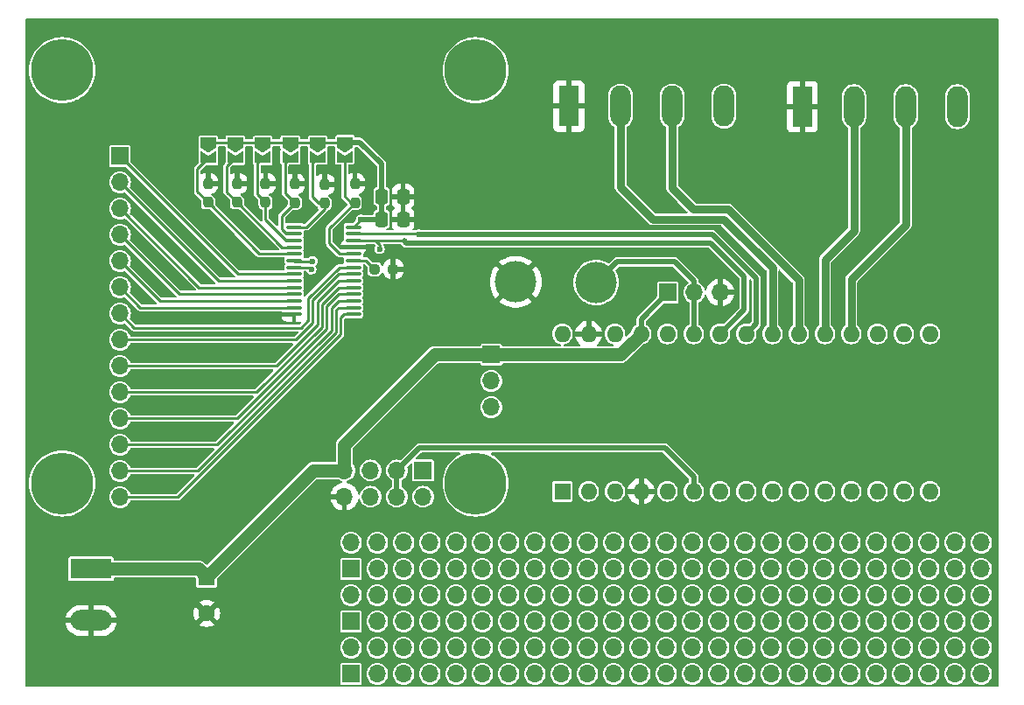
<source format=gbr>
%TF.GenerationSoftware,KiCad,Pcbnew,8.0.1*%
%TF.CreationDate,2024-04-22T23:19:19-07:00*%
%TF.ProjectId,ThrottleControlBoard,5468726f-7474-46c6-9543-6f6e74726f6c,rev?*%
%TF.SameCoordinates,Original*%
%TF.FileFunction,Copper,L1,Top*%
%TF.FilePolarity,Positive*%
%FSLAX46Y46*%
G04 Gerber Fmt 4.6, Leading zero omitted, Abs format (unit mm)*
G04 Created by KiCad (PCBNEW 8.0.1) date 2024-04-22 23:19:19*
%MOMM*%
%LPD*%
G01*
G04 APERTURE LIST*
G04 Aperture macros list*
%AMRoundRect*
0 Rectangle with rounded corners*
0 $1 Rounding radius*
0 $2 $3 $4 $5 $6 $7 $8 $9 X,Y pos of 4 corners*
0 Add a 4 corners polygon primitive as box body*
4,1,4,$2,$3,$4,$5,$6,$7,$8,$9,$2,$3,0*
0 Add four circle primitives for the rounded corners*
1,1,$1+$1,$2,$3*
1,1,$1+$1,$4,$5*
1,1,$1+$1,$6,$7*
1,1,$1+$1,$8,$9*
0 Add four rect primitives between the rounded corners*
20,1,$1+$1,$2,$3,$4,$5,0*
20,1,$1+$1,$4,$5,$6,$7,0*
20,1,$1+$1,$6,$7,$8,$9,0*
20,1,$1+$1,$8,$9,$2,$3,0*%
%AMFreePoly0*
4,1,6,0.500000,-0.750000,-0.650000,-0.750000,-0.150000,0.000000,-0.650000,0.750000,0.500000,0.750000,0.500000,-0.750000,0.500000,-0.750000,$1*%
%AMFreePoly1*
4,1,6,1.000000,0.000000,0.500000,-0.750000,-0.500000,-0.750000,-0.500000,0.750000,0.500000,0.750000,1.000000,0.000000,1.000000,0.000000,$1*%
G04 Aperture macros list end*
%TA.AperFunction,ComponentPad*%
%ADD10R,1.700000X1.700000*%
%TD*%
%TA.AperFunction,ComponentPad*%
%ADD11O,1.700000X1.700000*%
%TD*%
%TA.AperFunction,ComponentPad*%
%ADD12C,4.000000*%
%TD*%
%TA.AperFunction,ComponentPad*%
%ADD13R,1.600000X1.600000*%
%TD*%
%TA.AperFunction,ComponentPad*%
%ADD14C,1.600000*%
%TD*%
%TA.AperFunction,SMDPad,CuDef*%
%ADD15RoundRect,0.250000X-0.337500X-0.475000X0.337500X-0.475000X0.337500X0.475000X-0.337500X0.475000X0*%
%TD*%
%TA.AperFunction,SMDPad,CuDef*%
%ADD16RoundRect,0.237500X-0.250000X-0.237500X0.250000X-0.237500X0.250000X0.237500X-0.250000X0.237500X0*%
%TD*%
%TA.AperFunction,SMDPad,CuDef*%
%ADD17FreePoly0,270.000000*%
%TD*%
%TA.AperFunction,SMDPad,CuDef*%
%ADD18FreePoly1,270.000000*%
%TD*%
%TA.AperFunction,ComponentPad*%
%ADD19R,3.960000X1.980000*%
%TD*%
%TA.AperFunction,ComponentPad*%
%ADD20O,3.960000X1.980000*%
%TD*%
%TA.AperFunction,ComponentPad*%
%ADD21O,1.980000X3.960000*%
%TD*%
%TA.AperFunction,ComponentPad*%
%ADD22R,1.980000X3.960000*%
%TD*%
%TA.AperFunction,SMDPad,CuDef*%
%ADD23RoundRect,0.237500X0.237500X-0.250000X0.237500X0.250000X-0.237500X0.250000X-0.237500X-0.250000X0*%
%TD*%
%TA.AperFunction,ComponentPad*%
%ADD24C,6.000000*%
%TD*%
%TA.AperFunction,SMDPad,CuDef*%
%ADD25RoundRect,0.100000X-0.637500X-0.100000X0.637500X-0.100000X0.637500X0.100000X-0.637500X0.100000X0*%
%TD*%
%TA.AperFunction,ComponentPad*%
%ADD26O,1.600000X1.600000*%
%TD*%
%TA.AperFunction,ViaPad*%
%ADD27C,0.600000*%
%TD*%
%TA.AperFunction,Conductor*%
%ADD28C,0.250000*%
%TD*%
%TA.AperFunction,Conductor*%
%ADD29C,0.500000*%
%TD*%
%TA.AperFunction,Conductor*%
%ADD30C,1.250000*%
%TD*%
%TA.AperFunction,Conductor*%
%ADD31C,0.750000*%
%TD*%
G04 APERTURE END LIST*
D10*
%TO.P,J6,1,Pin_1*%
%TO.N,unconnected-(J6-Pin_1-Pad1)*%
X27940000Y-58420000D03*
D11*
%TO.P,J6,2,Pin_2*%
%TO.N,unconnected-(J6-Pin_2-Pad2)*%
X27940000Y-55880000D03*
%TO.P,J6,3,Pin_3*%
%TO.N,unconnected-(J6-Pin_3-Pad3)*%
X30480000Y-58420000D03*
%TO.P,J6,4,Pin_4*%
%TO.N,unconnected-(J6-Pin_4-Pad4)*%
X30480000Y-55880000D03*
%TO.P,J6,5,Pin_5*%
%TO.N,unconnected-(J6-Pin_5-Pad5)*%
X33020000Y-58420000D03*
%TO.P,J6,6,Pin_6*%
%TO.N,unconnected-(J6-Pin_6-Pad6)*%
X33020000Y-55880000D03*
%TO.P,J6,7,Pin_7*%
%TO.N,unconnected-(J6-Pin_7-Pad7)*%
X35560000Y-58420000D03*
%TO.P,J6,8,Pin_8*%
%TO.N,unconnected-(J6-Pin_8-Pad8)*%
X35560000Y-55880000D03*
%TO.P,J6,9,Pin_9*%
%TO.N,unconnected-(J6-Pin_9-Pad9)*%
X38100000Y-58420000D03*
%TO.P,J6,10,Pin_10*%
%TO.N,unconnected-(J6-Pin_10-Pad10)*%
X38100000Y-55880000D03*
%TO.P,J6,11,Pin_11*%
%TO.N,unconnected-(J6-Pin_11-Pad11)*%
X40640000Y-58420000D03*
%TO.P,J6,12,Pin_12*%
%TO.N,unconnected-(J6-Pin_12-Pad12)*%
X40640000Y-55880000D03*
%TO.P,J6,13,Pin_13*%
%TO.N,unconnected-(J6-Pin_13-Pad13)*%
X43180000Y-58420000D03*
%TO.P,J6,14,Pin_14*%
%TO.N,unconnected-(J6-Pin_14-Pad14)*%
X43180000Y-55880000D03*
%TO.P,J6,15,Pin_15*%
%TO.N,unconnected-(J6-Pin_15-Pad15)*%
X45720000Y-58420000D03*
%TO.P,J6,16,Pin_16*%
%TO.N,unconnected-(J6-Pin_16-Pad16)*%
X45720000Y-55880000D03*
%TO.P,J6,17,Pin_17*%
%TO.N,unconnected-(J6-Pin_17-Pad17)*%
X48260000Y-58420000D03*
%TO.P,J6,18,Pin_18*%
%TO.N,unconnected-(J6-Pin_18-Pad18)*%
X48260000Y-55880000D03*
%TO.P,J6,19,Pin_19*%
%TO.N,unconnected-(J6-Pin_19-Pad19)*%
X50800000Y-58420000D03*
%TO.P,J6,20,Pin_20*%
%TO.N,unconnected-(J6-Pin_20-Pad20)*%
X50800000Y-55880000D03*
%TO.P,J6,21,Pin_21*%
%TO.N,unconnected-(J6-Pin_21-Pad21)*%
X53340000Y-58420000D03*
%TO.P,J6,22,Pin_22*%
%TO.N,unconnected-(J6-Pin_22-Pad22)*%
X53340000Y-55880000D03*
%TO.P,J6,23,Pin_23*%
%TO.N,unconnected-(J6-Pin_23-Pad23)*%
X55880000Y-58420000D03*
%TO.P,J6,24,Pin_24*%
%TO.N,unconnected-(J6-Pin_24-Pad24)*%
X55880000Y-55880000D03*
%TO.P,J6,25,Pin_25*%
%TO.N,unconnected-(J6-Pin_25-Pad25)*%
X58420000Y-58420000D03*
%TO.P,J6,26,Pin_26*%
%TO.N,unconnected-(J6-Pin_26-Pad26)*%
X58420000Y-55880000D03*
%TO.P,J6,27,Pin_27*%
%TO.N,unconnected-(J6-Pin_27-Pad27)*%
X60960000Y-58420000D03*
%TO.P,J6,28,Pin_28*%
%TO.N,unconnected-(J6-Pin_28-Pad28)*%
X60960000Y-55880000D03*
%TO.P,J6,29,Pin_29*%
%TO.N,unconnected-(J6-Pin_29-Pad29)*%
X63500000Y-58420000D03*
%TO.P,J6,30,Pin_30*%
%TO.N,unconnected-(J6-Pin_30-Pad30)*%
X63500000Y-55880000D03*
%TO.P,J6,31,Pin_31*%
%TO.N,unconnected-(J6-Pin_31-Pad31)*%
X66040000Y-58420000D03*
%TO.P,J6,32,Pin_32*%
%TO.N,unconnected-(J6-Pin_32-Pad32)*%
X66040000Y-55880000D03*
%TO.P,J6,33,Pin_33*%
%TO.N,unconnected-(J6-Pin_33-Pad33)*%
X68580000Y-58420000D03*
%TO.P,J6,34,Pin_34*%
%TO.N,unconnected-(J6-Pin_34-Pad34)*%
X68580000Y-55880000D03*
%TO.P,J6,35,Pin_35*%
%TO.N,unconnected-(J6-Pin_35-Pad35)*%
X71120000Y-58420000D03*
%TO.P,J6,36,Pin_36*%
%TO.N,unconnected-(J6-Pin_36-Pad36)*%
X71120000Y-55880000D03*
%TO.P,J6,37,Pin_37*%
%TO.N,unconnected-(J6-Pin_37-Pad37)*%
X73660000Y-58420000D03*
%TO.P,J6,38,Pin_38*%
%TO.N,unconnected-(J6-Pin_38-Pad38)*%
X73660000Y-55880000D03*
%TO.P,J6,39,Pin_39*%
%TO.N,unconnected-(J6-Pin_39-Pad39)*%
X76200000Y-58420000D03*
%TO.P,J6,40,Pin_40*%
%TO.N,unconnected-(J6-Pin_40-Pad40)*%
X76200000Y-55880000D03*
%TO.P,J6,41,Pin_41*%
%TO.N,unconnected-(J6-Pin_41-Pad41)*%
X78740000Y-58420000D03*
%TO.P,J6,42,Pin_42*%
%TO.N,unconnected-(J6-Pin_42-Pad42)*%
X78740000Y-55880000D03*
%TO.P,J6,43,Pin_43*%
%TO.N,unconnected-(J6-Pin_43-Pad43)*%
X81280000Y-58420000D03*
%TO.P,J6,44,Pin_44*%
%TO.N,unconnected-(J6-Pin_44-Pad44)*%
X81280000Y-55880000D03*
%TO.P,J6,45,Pin_45*%
%TO.N,unconnected-(J6-Pin_45-Pad45)*%
X83820000Y-58420000D03*
%TO.P,J6,46,Pin_46*%
%TO.N,unconnected-(J6-Pin_46-Pad46)*%
X83820000Y-55880000D03*
%TO.P,J6,47,Pin_47*%
%TO.N,unconnected-(J6-Pin_47-Pad47)*%
X86360000Y-58420000D03*
%TO.P,J6,48,Pin_48*%
%TO.N,unconnected-(J6-Pin_48-Pad48)*%
X86360000Y-55880000D03*
%TO.P,J6,49,Pin_49*%
%TO.N,unconnected-(J6-Pin_49-Pad49)*%
X88900000Y-58420000D03*
%TO.P,J6,50,Pin_50*%
%TO.N,unconnected-(J6-Pin_50-Pad50)*%
X88900000Y-55880000D03*
%TD*%
D10*
%TO.P,J7,1,Pin_1*%
%TO.N,unconnected-(J7-Pin_1-Pad1)*%
X27940000Y-53340000D03*
D11*
%TO.P,J7,2,Pin_2*%
%TO.N,unconnected-(J7-Pin_2-Pad2)*%
X27940000Y-50800000D03*
%TO.P,J7,3,Pin_3*%
%TO.N,unconnected-(J7-Pin_3-Pad3)*%
X30480000Y-53340000D03*
%TO.P,J7,4,Pin_4*%
%TO.N,unconnected-(J7-Pin_4-Pad4)*%
X30480000Y-50800000D03*
%TO.P,J7,5,Pin_5*%
%TO.N,unconnected-(J7-Pin_5-Pad5)*%
X33020000Y-53340000D03*
%TO.P,J7,6,Pin_6*%
%TO.N,unconnected-(J7-Pin_6-Pad6)*%
X33020000Y-50800000D03*
%TO.P,J7,7,Pin_7*%
%TO.N,unconnected-(J7-Pin_7-Pad7)*%
X35560000Y-53340000D03*
%TO.P,J7,8,Pin_8*%
%TO.N,unconnected-(J7-Pin_8-Pad8)*%
X35560000Y-50800000D03*
%TO.P,J7,9,Pin_9*%
%TO.N,unconnected-(J7-Pin_9-Pad9)*%
X38100000Y-53340000D03*
%TO.P,J7,10,Pin_10*%
%TO.N,unconnected-(J7-Pin_10-Pad10)*%
X38100000Y-50800000D03*
%TO.P,J7,11,Pin_11*%
%TO.N,unconnected-(J7-Pin_11-Pad11)*%
X40640000Y-53340000D03*
%TO.P,J7,12,Pin_12*%
%TO.N,unconnected-(J7-Pin_12-Pad12)*%
X40640000Y-50800000D03*
%TO.P,J7,13,Pin_13*%
%TO.N,unconnected-(J7-Pin_13-Pad13)*%
X43180000Y-53340000D03*
%TO.P,J7,14,Pin_14*%
%TO.N,unconnected-(J7-Pin_14-Pad14)*%
X43180000Y-50800000D03*
%TO.P,J7,15,Pin_15*%
%TO.N,unconnected-(J7-Pin_15-Pad15)*%
X45720000Y-53340000D03*
%TO.P,J7,16,Pin_16*%
%TO.N,unconnected-(J7-Pin_16-Pad16)*%
X45720000Y-50800000D03*
%TO.P,J7,17,Pin_17*%
%TO.N,unconnected-(J7-Pin_17-Pad17)*%
X48260000Y-53340000D03*
%TO.P,J7,18,Pin_18*%
%TO.N,unconnected-(J7-Pin_18-Pad18)*%
X48260000Y-50800000D03*
%TO.P,J7,19,Pin_19*%
%TO.N,unconnected-(J7-Pin_19-Pad19)*%
X50800000Y-53340000D03*
%TO.P,J7,20,Pin_20*%
%TO.N,unconnected-(J7-Pin_20-Pad20)*%
X50800000Y-50800000D03*
%TO.P,J7,21,Pin_21*%
%TO.N,unconnected-(J7-Pin_21-Pad21)*%
X53340000Y-53340000D03*
%TO.P,J7,22,Pin_22*%
%TO.N,unconnected-(J7-Pin_22-Pad22)*%
X53340000Y-50800000D03*
%TO.P,J7,23,Pin_23*%
%TO.N,unconnected-(J7-Pin_23-Pad23)*%
X55880000Y-53340000D03*
%TO.P,J7,24,Pin_24*%
%TO.N,unconnected-(J7-Pin_24-Pad24)*%
X55880000Y-50800000D03*
%TO.P,J7,25,Pin_25*%
%TO.N,unconnected-(J7-Pin_25-Pad25)*%
X58420000Y-53340000D03*
%TO.P,J7,26,Pin_26*%
%TO.N,unconnected-(J7-Pin_26-Pad26)*%
X58420000Y-50800000D03*
%TO.P,J7,27,Pin_27*%
%TO.N,unconnected-(J7-Pin_27-Pad27)*%
X60960000Y-53340000D03*
%TO.P,J7,28,Pin_28*%
%TO.N,unconnected-(J7-Pin_28-Pad28)*%
X60960000Y-50800000D03*
%TO.P,J7,29,Pin_29*%
%TO.N,unconnected-(J7-Pin_29-Pad29)*%
X63500000Y-53340000D03*
%TO.P,J7,30,Pin_30*%
%TO.N,unconnected-(J7-Pin_30-Pad30)*%
X63500000Y-50800000D03*
%TO.P,J7,31,Pin_31*%
%TO.N,unconnected-(J7-Pin_31-Pad31)*%
X66040000Y-53340000D03*
%TO.P,J7,32,Pin_32*%
%TO.N,unconnected-(J7-Pin_32-Pad32)*%
X66040000Y-50800000D03*
%TO.P,J7,33,Pin_33*%
%TO.N,unconnected-(J7-Pin_33-Pad33)*%
X68580000Y-53340000D03*
%TO.P,J7,34,Pin_34*%
%TO.N,unconnected-(J7-Pin_34-Pad34)*%
X68580000Y-50800000D03*
%TO.P,J7,35,Pin_35*%
%TO.N,unconnected-(J7-Pin_35-Pad35)*%
X71120000Y-53340000D03*
%TO.P,J7,36,Pin_36*%
%TO.N,unconnected-(J7-Pin_36-Pad36)*%
X71120000Y-50800000D03*
%TO.P,J7,37,Pin_37*%
%TO.N,unconnected-(J7-Pin_37-Pad37)*%
X73660000Y-53340000D03*
%TO.P,J7,38,Pin_38*%
%TO.N,unconnected-(J7-Pin_38-Pad38)*%
X73660000Y-50800000D03*
%TO.P,J7,39,Pin_39*%
%TO.N,unconnected-(J7-Pin_39-Pad39)*%
X76200000Y-53340000D03*
%TO.P,J7,40,Pin_40*%
%TO.N,unconnected-(J7-Pin_40-Pad40)*%
X76200000Y-50800000D03*
%TO.P,J7,41,Pin_41*%
%TO.N,unconnected-(J7-Pin_41-Pad41)*%
X78740000Y-53340000D03*
%TO.P,J7,42,Pin_42*%
%TO.N,unconnected-(J7-Pin_42-Pad42)*%
X78740000Y-50800000D03*
%TO.P,J7,43,Pin_43*%
%TO.N,unconnected-(J7-Pin_43-Pad43)*%
X81280000Y-53340000D03*
%TO.P,J7,44,Pin_44*%
%TO.N,unconnected-(J7-Pin_44-Pad44)*%
X81280000Y-50800000D03*
%TO.P,J7,45,Pin_45*%
%TO.N,unconnected-(J7-Pin_45-Pad45)*%
X83820000Y-53340000D03*
%TO.P,J7,46,Pin_46*%
%TO.N,unconnected-(J7-Pin_46-Pad46)*%
X83820000Y-50800000D03*
%TO.P,J7,47,Pin_47*%
%TO.N,unconnected-(J7-Pin_47-Pad47)*%
X86360000Y-53340000D03*
%TO.P,J7,48,Pin_48*%
%TO.N,unconnected-(J7-Pin_48-Pad48)*%
X86360000Y-50800000D03*
%TO.P,J7,49,Pin_49*%
%TO.N,unconnected-(J7-Pin_49-Pad49)*%
X88900000Y-53340000D03*
%TO.P,J7,50,Pin_50*%
%TO.N,unconnected-(J7-Pin_50-Pad50)*%
X88900000Y-50800000D03*
%TD*%
D10*
%TO.P,J10,1,Pin_1*%
%TO.N,unconnected-(J10-Pin_1-Pad1)*%
X27940000Y-48260000D03*
D11*
%TO.P,J10,2,Pin_2*%
%TO.N,unconnected-(J10-Pin_2-Pad2)*%
X27940000Y-45720000D03*
%TO.P,J10,3,Pin_3*%
%TO.N,unconnected-(J10-Pin_3-Pad3)*%
X30480000Y-48260000D03*
%TO.P,J10,4,Pin_4*%
%TO.N,unconnected-(J10-Pin_4-Pad4)*%
X30480000Y-45720000D03*
%TO.P,J10,5,Pin_5*%
%TO.N,unconnected-(J10-Pin_5-Pad5)*%
X33020000Y-48260000D03*
%TO.P,J10,6,Pin_6*%
%TO.N,unconnected-(J10-Pin_6-Pad6)*%
X33020000Y-45720000D03*
%TO.P,J10,7,Pin_7*%
%TO.N,unconnected-(J10-Pin_7-Pad7)*%
X35560000Y-48260000D03*
%TO.P,J10,8,Pin_8*%
%TO.N,unconnected-(J10-Pin_8-Pad8)*%
X35560000Y-45720000D03*
%TO.P,J10,9,Pin_9*%
%TO.N,unconnected-(J10-Pin_9-Pad9)*%
X38100000Y-48260000D03*
%TO.P,J10,10,Pin_10*%
%TO.N,unconnected-(J10-Pin_10-Pad10)*%
X38100000Y-45720000D03*
%TO.P,J10,11,Pin_11*%
%TO.N,unconnected-(J10-Pin_11-Pad11)*%
X40640000Y-48260000D03*
%TO.P,J10,12,Pin_12*%
%TO.N,unconnected-(J10-Pin_12-Pad12)*%
X40640000Y-45720000D03*
%TO.P,J10,13,Pin_13*%
%TO.N,unconnected-(J10-Pin_13-Pad13)*%
X43180000Y-48260000D03*
%TO.P,J10,14,Pin_14*%
%TO.N,unconnected-(J10-Pin_14-Pad14)*%
X43180000Y-45720000D03*
%TO.P,J10,15,Pin_15*%
%TO.N,unconnected-(J10-Pin_15-Pad15)*%
X45720000Y-48260000D03*
%TO.P,J10,16,Pin_16*%
%TO.N,unconnected-(J10-Pin_16-Pad16)*%
X45720000Y-45720000D03*
%TO.P,J10,17,Pin_17*%
%TO.N,unconnected-(J10-Pin_17-Pad17)*%
X48260000Y-48260000D03*
%TO.P,J10,18,Pin_18*%
%TO.N,unconnected-(J10-Pin_18-Pad18)*%
X48260000Y-45720000D03*
%TO.P,J10,19,Pin_19*%
%TO.N,unconnected-(J10-Pin_19-Pad19)*%
X50800000Y-48260000D03*
%TO.P,J10,20,Pin_20*%
%TO.N,unconnected-(J10-Pin_20-Pad20)*%
X50800000Y-45720000D03*
%TO.P,J10,21,Pin_21*%
%TO.N,unconnected-(J10-Pin_21-Pad21)*%
X53340000Y-48260000D03*
%TO.P,J10,22,Pin_22*%
%TO.N,unconnected-(J10-Pin_22-Pad22)*%
X53340000Y-45720000D03*
%TO.P,J10,23,Pin_23*%
%TO.N,unconnected-(J10-Pin_23-Pad23)*%
X55880000Y-48260000D03*
%TO.P,J10,24,Pin_24*%
%TO.N,unconnected-(J10-Pin_24-Pad24)*%
X55880000Y-45720000D03*
%TO.P,J10,25,Pin_25*%
%TO.N,unconnected-(J10-Pin_25-Pad25)*%
X58420000Y-48260000D03*
%TO.P,J10,26,Pin_26*%
%TO.N,unconnected-(J10-Pin_26-Pad26)*%
X58420000Y-45720000D03*
%TO.P,J10,27,Pin_27*%
%TO.N,unconnected-(J10-Pin_27-Pad27)*%
X60960000Y-48260000D03*
%TO.P,J10,28,Pin_28*%
%TO.N,unconnected-(J10-Pin_28-Pad28)*%
X60960000Y-45720000D03*
%TO.P,J10,29,Pin_29*%
%TO.N,unconnected-(J10-Pin_29-Pad29)*%
X63500000Y-48260000D03*
%TO.P,J10,30,Pin_30*%
%TO.N,unconnected-(J10-Pin_30-Pad30)*%
X63500000Y-45720000D03*
%TO.P,J10,31,Pin_31*%
%TO.N,unconnected-(J10-Pin_31-Pad31)*%
X66040000Y-48260000D03*
%TO.P,J10,32,Pin_32*%
%TO.N,unconnected-(J10-Pin_32-Pad32)*%
X66040000Y-45720000D03*
%TO.P,J10,33,Pin_33*%
%TO.N,unconnected-(J10-Pin_33-Pad33)*%
X68580000Y-48260000D03*
%TO.P,J10,34,Pin_34*%
%TO.N,unconnected-(J10-Pin_34-Pad34)*%
X68580000Y-45720000D03*
%TO.P,J10,35,Pin_35*%
%TO.N,unconnected-(J10-Pin_35-Pad35)*%
X71120000Y-48260000D03*
%TO.P,J10,36,Pin_36*%
%TO.N,unconnected-(J10-Pin_36-Pad36)*%
X71120000Y-45720000D03*
%TO.P,J10,37,Pin_37*%
%TO.N,unconnected-(J10-Pin_37-Pad37)*%
X73660000Y-48260000D03*
%TO.P,J10,38,Pin_38*%
%TO.N,unconnected-(J10-Pin_38-Pad38)*%
X73660000Y-45720000D03*
%TO.P,J10,39,Pin_39*%
%TO.N,unconnected-(J10-Pin_39-Pad39)*%
X76200000Y-48260000D03*
%TO.P,J10,40,Pin_40*%
%TO.N,unconnected-(J10-Pin_40-Pad40)*%
X76200000Y-45720000D03*
%TO.P,J10,41,Pin_41*%
%TO.N,unconnected-(J10-Pin_41-Pad41)*%
X78740000Y-48260000D03*
%TO.P,J10,42,Pin_42*%
%TO.N,unconnected-(J10-Pin_42-Pad42)*%
X78740000Y-45720000D03*
%TO.P,J10,43,Pin_43*%
%TO.N,unconnected-(J10-Pin_43-Pad43)*%
X81280000Y-48260000D03*
%TO.P,J10,44,Pin_44*%
%TO.N,unconnected-(J10-Pin_44-Pad44)*%
X81280000Y-45720000D03*
%TO.P,J10,45,Pin_45*%
%TO.N,unconnected-(J10-Pin_45-Pad45)*%
X83820000Y-48260000D03*
%TO.P,J10,46,Pin_46*%
%TO.N,unconnected-(J10-Pin_46-Pad46)*%
X83820000Y-45720000D03*
%TO.P,J10,47,Pin_47*%
%TO.N,unconnected-(J10-Pin_47-Pad47)*%
X86360000Y-48260000D03*
%TO.P,J10,48,Pin_48*%
%TO.N,unconnected-(J10-Pin_48-Pad48)*%
X86360000Y-45720000D03*
%TO.P,J10,49,Pin_49*%
%TO.N,unconnected-(J10-Pin_49-Pad49)*%
X88900000Y-48260000D03*
%TO.P,J10,50,Pin_50*%
%TO.N,unconnected-(J10-Pin_50-Pad50)*%
X88900000Y-45720000D03*
%TD*%
D12*
%TO.P,TP2,1,1*%
%TO.N,GND*%
X43870000Y-20490000D03*
%TD*%
%TO.P,TP1,1,1*%
%TO.N,Net-(A1-A6)*%
X51670000Y-20540000D03*
%TD*%
D11*
%TO.P,RV1,3,3*%
%TO.N,GND*%
X63670000Y-21510000D03*
%TO.P,RV1,2,2*%
%TO.N,Net-(A1-A6)*%
X61130000Y-21510000D03*
D10*
%TO.P,RV1,1,1*%
%TO.N,VDD*%
X58590000Y-21510000D03*
%TD*%
D13*
%TO.P,C8,1*%
%TO.N,VDD*%
X13980000Y-49067349D03*
D14*
%TO.P,C8,2*%
%TO.N,GND*%
X13980000Y-52567349D03*
%TD*%
D15*
%TO.P,C2,1*%
%TO.N,VDD*%
X30902500Y-14420000D03*
%TO.P,C2,2*%
%TO.N,GND*%
X32977500Y-14420000D03*
%TD*%
%TO.P,C1,1*%
%TO.N,VDD*%
X30902500Y-12220000D03*
%TO.P,C1,2*%
%TO.N,GND*%
X32977500Y-12220000D03*
%TD*%
D11*
%TO.P,SW2,3,C*%
%TO.N,unconnected-(SW2-C-Pad3)*%
X41510000Y-32610000D03*
%TO.P,SW2,2,B*%
%TO.N,Net-(A1-D2)*%
X41510000Y-30070000D03*
D10*
%TO.P,SW2,1,A*%
%TO.N,VDD*%
X41510000Y-27530000D03*
%TD*%
D16*
%TO.P,R7,1*%
%TO.N,Net-(U1-~{OE})*%
X30215000Y-19250000D03*
%TO.P,R7,2*%
%TO.N,GND*%
X32040000Y-19250000D03*
%TD*%
D17*
%TO.P,JP5,2,B*%
%TO.N,Net-(JP5-B)*%
X27350000Y-8410000D03*
D18*
%TO.P,JP5,1,A*%
%TO.N,VDD*%
X27350000Y-6960000D03*
%TD*%
%TO.P,JP4,1,A*%
%TO.N,VDD*%
X14150000Y-7020000D03*
D17*
%TO.P,JP4,2,B*%
%TO.N,Net-(JP4-B)*%
X14150000Y-8470000D03*
%TD*%
D18*
%TO.P,JP3,1,A*%
%TO.N,VDD*%
X16750000Y-7020000D03*
D17*
%TO.P,JP3,2,B*%
%TO.N,Net-(JP3-B)*%
X16750000Y-8470000D03*
%TD*%
D18*
%TO.P,JP2,1,A*%
%TO.N,VDD*%
X19400000Y-7030000D03*
D17*
%TO.P,JP2,2,B*%
%TO.N,Net-(JP2-B)*%
X19400000Y-8480000D03*
%TD*%
D18*
%TO.P,JP0,1,A*%
%TO.N,VDD*%
X24710000Y-7000000D03*
D17*
%TO.P,JP0,2,B*%
%TO.N,Net-(JP0-B)*%
X24710000Y-8450000D03*
%TD*%
D19*
%TO.P,J5,1,Pin_1*%
%TO.N,VDD*%
X2800000Y-48260000D03*
D20*
%TO.P,J5,2,Pin_2*%
%TO.N,GND*%
X2800000Y-53260000D03*
%TD*%
D21*
%TO.P,J4,4,Pin_4*%
%TO.N,VDD*%
X86600000Y-3530000D03*
%TO.P,J4,3,Pin_3*%
%TO.N,TBTPS1*%
X81600000Y-3530000D03*
%TO.P,J4,2,Pin_2*%
%TO.N,TBTPS2*%
X76600000Y-3530000D03*
D22*
%TO.P,J4,1,Pin_1*%
%TO.N,GND*%
X71600000Y-3530000D03*
%TD*%
D10*
%TO.P,J3,1,Pin_1*%
%TO.N,PWM2*%
X5590000Y-8300000D03*
D11*
%TO.P,J3,2,Pin_2*%
%TO.N,PWM3*%
X5590000Y-10840000D03*
%TO.P,J3,3,Pin_3*%
%TO.N,PWM4*%
X5590000Y-13380000D03*
%TO.P,J3,4,Pin_4*%
%TO.N,PWM5*%
X5590000Y-15920000D03*
%TO.P,J3,5,Pin_5*%
%TO.N,PWM6*%
X5590000Y-18460000D03*
%TO.P,J3,6,Pin_6*%
%TO.N,PWM7*%
X5590000Y-21000000D03*
%TO.P,J3,7,Pin_7*%
%TO.N,PWM15*%
X5590000Y-23540000D03*
%TO.P,J3,8,Pin_8*%
%TO.N,PWM14*%
X5590000Y-26080000D03*
%TO.P,J3,9,Pin_9*%
%TO.N,PWM13*%
X5590000Y-28620000D03*
%TO.P,J3,10,Pin_10*%
%TO.N,PWM12*%
X5590000Y-31160000D03*
%TO.P,J3,11,Pin_11*%
%TO.N,PWM11*%
X5590000Y-33700000D03*
%TO.P,J3,12,Pin_12*%
%TO.N,PWM10*%
X5590000Y-36240000D03*
%TO.P,J3,13,Pin_13*%
%TO.N,PWM9*%
X5590000Y-38780000D03*
%TO.P,J3,14,Pin_14*%
%TO.N,PWM8*%
X5590000Y-41320000D03*
%TD*%
D21*
%TO.P,J2,4,Pin_4*%
%TO.N,VDD*%
X64020000Y-3470000D03*
%TO.P,J2,3,Pin_3*%
%TO.N,PTPS1*%
X59020000Y-3470000D03*
%TO.P,J2,2,Pin_2*%
%TO.N,PTPS2*%
X54020000Y-3470000D03*
D22*
%TO.P,J2,1,Pin_1*%
%TO.N,GND*%
X49020000Y-3470000D03*
%TD*%
D23*
%TO.P,R6,1*%
%TO.N,Net-(JP1-B)*%
X22490000Y-12815000D03*
%TO.P,R6,2*%
%TO.N,GND*%
X22490000Y-10990000D03*
%TD*%
%TO.P,R5,1*%
%TO.N,Net-(JP0-B)*%
X25390000Y-12865000D03*
%TO.P,R5,2*%
%TO.N,GND*%
X25390000Y-11040000D03*
%TD*%
%TO.P,R4,1*%
%TO.N,Net-(JP3-B)*%
X16920000Y-12785000D03*
%TO.P,R4,2*%
%TO.N,GND*%
X16920000Y-10960000D03*
%TD*%
%TO.P,R3,1*%
%TO.N,Net-(JP2-B)*%
X19680000Y-12785000D03*
%TO.P,R3,2*%
%TO.N,GND*%
X19680000Y-10960000D03*
%TD*%
%TO.P,R2,1*%
%TO.N,Net-(JP5-B)*%
X28320000Y-12805000D03*
%TO.P,R2,2*%
%TO.N,GND*%
X28320000Y-10980000D03*
%TD*%
%TO.P,R1,1*%
%TO.N,Net-(JP4-B)*%
X14100000Y-12785000D03*
%TO.P,R1,2*%
%TO.N,GND*%
X14100000Y-10960000D03*
%TD*%
D18*
%TO.P,JP1,1,A*%
%TO.N,VDD*%
X22060000Y-6990000D03*
D17*
%TO.P,JP1,2,B*%
%TO.N,Net-(JP1-B)*%
X22060000Y-8440000D03*
%TD*%
D24*
%TO.P,REF\u002A\u002A,1*%
%TO.N,N/C*%
X40000000Y-40000000D03*
%TD*%
%TO.P,REF\u002A\u002A,1*%
%TO.N,N/C*%
X0Y-40000000D03*
%TD*%
%TO.P,REF\u002A\u002A,1*%
%TO.N,N/C*%
X40000000Y0D03*
%TD*%
%TO.P,REF\u002A\u002A,1*%
%TO.N,N/C*%
X0Y0D03*
%TD*%
D25*
%TO.P,U1,1,A0*%
%TO.N,Net-(JP0-B)*%
X22440000Y-15175000D03*
%TO.P,U1,2,A1*%
%TO.N,Net-(JP1-B)*%
X22440000Y-15825000D03*
%TO.P,U1,3,A2*%
%TO.N,Net-(JP2-B)*%
X22440000Y-16475000D03*
%TO.P,U1,4,A3*%
%TO.N,Net-(JP3-B)*%
X22440000Y-17125000D03*
%TO.P,U1,5,A4*%
%TO.N,Net-(JP4-B)*%
X22440000Y-17775000D03*
%TO.P,U1,6,LED0*%
%TO.N,L_PWM*%
X22440000Y-18425000D03*
%TO.P,U1,7,LED1*%
%TO.N,PWM1*%
X22440000Y-19075000D03*
%TO.P,U1,8,LED2*%
%TO.N,PWM2*%
X22440000Y-19725000D03*
%TO.P,U1,9,LED3*%
%TO.N,PWM3*%
X22440000Y-20375000D03*
%TO.P,U1,10,LED4*%
%TO.N,PWM4*%
X22440000Y-21025000D03*
%TO.P,U1,11,LED5*%
%TO.N,PWM5*%
X22440000Y-21675000D03*
%TO.P,U1,12,LED6*%
%TO.N,PWM6*%
X22440000Y-22325000D03*
%TO.P,U1,13,LED7*%
%TO.N,PWM7*%
X22440000Y-22975000D03*
%TO.P,U1,14,VSS*%
%TO.N,GND*%
X22440000Y-23625000D03*
%TO.P,U1,15,LED8*%
%TO.N,PWM8*%
X28165000Y-23625000D03*
%TO.P,U1,16,LED9*%
%TO.N,PWM9*%
X28165000Y-22975000D03*
%TO.P,U1,17,LED10*%
%TO.N,PWM10*%
X28165000Y-22325000D03*
%TO.P,U1,18,LED11*%
%TO.N,PWM11*%
X28165000Y-21675000D03*
%TO.P,U1,19,LED12*%
%TO.N,PWM12*%
X28165000Y-21025000D03*
%TO.P,U1,20,LED13*%
%TO.N,PWM13*%
X28165000Y-20375000D03*
%TO.P,U1,21,LED14*%
%TO.N,PWM14*%
X28165000Y-19725000D03*
%TO.P,U1,22,LED15*%
%TO.N,PWM15*%
X28165000Y-19075000D03*
%TO.P,U1,23,~{OE}*%
%TO.N,Net-(U1-~{OE})*%
X28165000Y-18425000D03*
%TO.P,U1,24,A5*%
%TO.N,Net-(JP5-B)*%
X28165000Y-17775000D03*
%TO.P,U1,25,EXTCLK*%
%TO.N,GND*%
X28165000Y-17125000D03*
%TO.P,U1,26,SCL*%
%TO.N,SCL*%
X28165000Y-16475000D03*
%TO.P,U1,27,SDA*%
%TO.N,SDA*%
X28165000Y-15825000D03*
%TO.P,U1,28,VDD*%
%TO.N,VDD*%
X28165000Y-15175000D03*
%TD*%
D10*
%TO.P,J1,1,Pin_1*%
%TO.N,PWM1*%
X34920000Y-38730000D03*
D11*
%TO.P,J1,2,Pin_2*%
%TO.N,L_PWM*%
X34920000Y-41270000D03*
%TO.P,J1,3,Pin_3*%
%TO.N,L_EN*%
X32380000Y-38730000D03*
%TO.P,J1,4,Pin_4*%
X32380000Y-41270000D03*
%TO.P,J1,5,Pin_5*%
%TO.N,unconnected-(J1-Pin_5-Pad5)*%
X29840000Y-38730000D03*
%TO.P,J1,6,Pin_6*%
%TO.N,unconnected-(J1-Pin_6-Pad6)*%
X29840000Y-41270000D03*
%TO.P,J1,7,Pin_7*%
%TO.N,VDD*%
X27300000Y-38730000D03*
%TO.P,J1,8,Pin_8*%
%TO.N,GND*%
X27300000Y-41270000D03*
%TD*%
D26*
%TO.P,A1,30,VIN*%
%TO.N,unconnected-(A1-VIN-Pad30)*%
X48390000Y-25520000D03*
%TO.P,A1,29,GND*%
%TO.N,GND*%
X50930000Y-25520000D03*
%TO.P,A1,28,~{RESET}*%
%TO.N,unconnected-(A1-~{RESET}-Pad28)*%
X53470000Y-25520000D03*
%TO.P,A1,27,+5V*%
%TO.N,VDD*%
X56010000Y-25520000D03*
%TO.P,A1,26,A7*%
%TO.N,unconnected-(A1-A7-Pad26)*%
X58550000Y-25520000D03*
%TO.P,A1,25,A6*%
%TO.N,Net-(A1-A6)*%
X61090000Y-25520000D03*
%TO.P,A1,24,SCL/A5*%
%TO.N,SCL*%
X63630000Y-25520000D03*
%TO.P,A1,23,SDA/A4*%
%TO.N,SDA*%
X66170000Y-25520000D03*
%TO.P,A1,22,A3*%
%TO.N,PTPS2*%
X68710000Y-25520000D03*
%TO.P,A1,21,A2*%
%TO.N,PTPS1*%
X71250000Y-25520000D03*
%TO.P,A1,20,A1*%
%TO.N,TBTPS2*%
X73790000Y-25520000D03*
%TO.P,A1,19,A0*%
%TO.N,TBTPS1*%
X76330000Y-25520000D03*
%TO.P,A1,18,AREF*%
%TO.N,unconnected-(A1-AREF-Pad18)*%
X78870000Y-25520000D03*
%TO.P,A1,17,3V3*%
%TO.N,unconnected-(A1-3V3-Pad17)*%
X81410000Y-25520000D03*
%TO.P,A1,16,SCK*%
%TO.N,unconnected-(A1-SCK-Pad16)*%
X83950000Y-25520000D03*
%TO.P,A1,15,MISO*%
%TO.N,unconnected-(A1-MISO-Pad15)*%
X83950000Y-40760000D03*
%TO.P,A1,14,MOSI*%
%TO.N,unconnected-(A1-MOSI-Pad14)*%
X81410000Y-40760000D03*
%TO.P,A1,13,D10*%
%TO.N,unconnected-(A1-D10-Pad13)*%
X78870000Y-40760000D03*
%TO.P,A1,12,D9*%
%TO.N,unconnected-(A1-D9-Pad12)*%
X76330000Y-40760000D03*
%TO.P,A1,11,D8*%
%TO.N,unconnected-(A1-D8-Pad11)*%
X73790000Y-40760000D03*
%TO.P,A1,10,D7*%
%TO.N,unconnected-(A1-D7-Pad10)*%
X71250000Y-40760000D03*
%TO.P,A1,9,D6*%
%TO.N,unconnected-(A1-D6-Pad9)*%
X68710000Y-40760000D03*
%TO.P,A1,8,D5*%
%TO.N,unconnected-(A1-D5-Pad8)*%
X66170000Y-40760000D03*
%TO.P,A1,7,D4*%
%TO.N,unconnected-(A1-D4-Pad7)*%
X63630000Y-40760000D03*
%TO.P,A1,6,D3*%
%TO.N,L_EN*%
X61090000Y-40760000D03*
%TO.P,A1,5,D2*%
%TO.N,Net-(A1-D2)*%
X58550000Y-40760000D03*
%TO.P,A1,4,GND*%
%TO.N,GND*%
X56010000Y-40760000D03*
%TO.P,A1,3,~{RESET}*%
%TO.N,unconnected-(A1-~{RESET}-Pad3)*%
X53470000Y-40760000D03*
%TO.P,A1,2,RX1*%
%TO.N,unconnected-(A1-RX1-Pad2)*%
X50930000Y-40760000D03*
D13*
%TO.P,A1,1,TX1*%
%TO.N,unconnected-(A1-TX1-Pad1)*%
X48390000Y-40760000D03*
%TD*%
D27*
%TO.N,GND*%
X18630000Y-18550000D03*
X17350000Y-17880000D03*
X18450000Y-15680000D03*
X15190000Y-9700000D03*
X15510000Y-12760000D03*
X18120000Y-12700000D03*
X17770000Y-9640000D03*
X20870000Y-13210000D03*
X20660000Y-9650000D03*
X23640000Y-13800000D03*
X23310000Y-9590000D03*
X29580000Y-12740000D03*
X29300000Y-9320000D03*
X26620000Y-10010000D03*
X26580000Y-12900000D03*
X24500000Y-16870000D03*
X26640000Y-16070000D03*
X29810000Y-17420000D03*
X27970000Y-29360000D03*
X28920000Y-28330000D03*
X36320000Y-21540000D03*
X35860000Y-19890000D03*
X70840000Y-14560000D03*
X69640000Y-13190000D03*
X43930000Y-11520000D03*
X44200000Y-10120000D03*
X86290000Y-15330000D03*
X86090000Y-19530000D03*
X78480000Y-32890000D03*
X75850000Y-32390000D03*
X66370000Y-32950000D03*
X63360000Y-33190000D03*
X7450000Y-57760000D03*
X22370000Y-53320000D03*
X22670000Y-50980000D03*
X500000Y-22370000D03*
X810000Y-25480000D03*
X12290000Y-1640000D03*
X14460000Y-1240000D03*
X19660000Y-23780000D03*
X20320000Y-23800000D03*
X21030000Y-23800000D03*
%TO.N,VDD*%
X28900000Y-14470000D03*
%TO.N,SCL*%
X30700000Y-17290000D03*
%TO.N,SDA*%
X34500000Y-15900000D03*
%TO.N,L_PWM*%
X24221520Y-18490883D03*
%TO.N,PWM1*%
X24090000Y-19280000D03*
%TD*%
D28*
%TO.N,Net-(JP5-B)*%
X25850000Y-16760000D02*
X25850000Y-15275000D01*
X26865000Y-17775000D02*
X25850000Y-16760000D01*
X28165000Y-17775000D02*
X26865000Y-17775000D01*
X25850000Y-15275000D02*
X28320000Y-12805000D01*
D29*
%TO.N,SCL*%
X62720050Y-16710000D02*
X33300000Y-16710000D01*
X33300000Y-16710000D02*
X33110000Y-16520000D01*
X65990000Y-23160000D02*
X65990000Y-19979950D01*
X65990000Y-19979950D02*
X62720050Y-16710000D01*
X63630000Y-25520000D02*
X65990000Y-23160000D01*
%TO.N,SDA*%
X67140000Y-20140000D02*
X62900000Y-15900000D01*
X67140000Y-24550000D02*
X67140000Y-20140000D01*
X66170000Y-25520000D02*
X67140000Y-24550000D01*
X62900000Y-15900000D02*
X34500000Y-15900000D01*
%TO.N,VDD*%
X56010000Y-24090000D02*
X58590000Y-21510000D01*
X56010000Y-25520000D02*
X56010000Y-24090000D01*
X28800000Y-6960000D02*
X27350000Y-6960000D01*
X30902500Y-9062500D02*
X28800000Y-6960000D01*
X30902500Y-12220000D02*
X30902500Y-9062500D01*
X30902500Y-14420000D02*
X30902500Y-12220000D01*
X30852500Y-14470000D02*
X30902500Y-14420000D01*
X28900000Y-14470000D02*
X30852500Y-14470000D01*
D28*
X28195000Y-15175000D02*
X28900000Y-14470000D01*
X28165000Y-15175000D02*
X28195000Y-15175000D01*
D29*
X28900000Y-14470000D02*
X28870000Y-14470000D01*
D28*
X27290000Y-7020000D02*
X27350000Y-6960000D01*
X14150000Y-7020000D02*
X27290000Y-7020000D01*
D30*
X54000000Y-27530000D02*
X41510000Y-27530000D01*
X56010000Y-25520000D02*
X54000000Y-27530000D01*
X27300000Y-36260000D02*
X36030000Y-27530000D01*
X36030000Y-27530000D02*
X41510000Y-27530000D01*
X27300000Y-38730000D02*
X27300000Y-36260000D01*
X24317349Y-38730000D02*
X27300000Y-38730000D01*
X13980000Y-49067349D02*
X24317349Y-38730000D01*
X13172651Y-48260000D02*
X13980000Y-49067349D01*
X2800000Y-48260000D02*
X13172651Y-48260000D01*
D31*
%TO.N,TBTPS2*%
X76600000Y-15510000D02*
X76600000Y-3530000D01*
X73790000Y-25520000D02*
X73790000Y-18320000D01*
X73790000Y-18320000D02*
X76600000Y-15510000D01*
%TO.N,TBTPS1*%
X81600000Y-14960000D02*
X81600000Y-3530000D01*
X76330000Y-25520000D02*
X76330000Y-20230000D01*
X76330000Y-20230000D02*
X81600000Y-14960000D01*
%TO.N,PTPS1*%
X61080000Y-13460000D02*
X59020000Y-11400000D01*
X71250000Y-25520000D02*
X71250000Y-20316498D01*
X71250000Y-20316498D02*
X64393502Y-13460000D01*
X64393502Y-13460000D02*
X61080000Y-13460000D01*
X59020000Y-11400000D02*
X59020000Y-3470000D01*
%TO.N,PTPS2*%
X68710000Y-19120000D02*
X68710000Y-25520000D01*
X57130000Y-14410000D02*
X64000000Y-14410000D01*
X64000000Y-14410000D02*
X68710000Y-19120000D01*
X54020000Y-3470000D02*
X54020000Y-11300000D01*
X54020000Y-11300000D02*
X57130000Y-14410000D01*
D28*
%TO.N,SCL*%
X30700000Y-17290000D02*
X30700000Y-16865000D01*
X30310000Y-16475000D02*
X28165000Y-16475000D01*
X30700000Y-16865000D02*
X30310000Y-16475000D01*
X33065000Y-16475000D02*
X30310000Y-16475000D01*
%TO.N,SDA*%
X34425000Y-15825000D02*
X28165000Y-15825000D01*
X34500000Y-15900000D02*
X34425000Y-15825000D01*
%TO.N,Net-(U1-~{OE})*%
X29390000Y-18425000D02*
X28165000Y-18425000D01*
X30215000Y-19250000D02*
X29390000Y-18425000D01*
%TO.N,SCL*%
X33110000Y-16520000D02*
X33065000Y-16475000D01*
D29*
%TO.N,Net-(A1-A6)*%
X59280000Y-18540000D02*
X53670000Y-18540000D01*
X61130000Y-20390000D02*
X59280000Y-18540000D01*
X61130000Y-21510000D02*
X61130000Y-20390000D01*
X53670000Y-18540000D02*
X51670000Y-20540000D01*
X61130000Y-25480000D02*
X61090000Y-25520000D01*
X61130000Y-21510000D02*
X61130000Y-25480000D01*
%TO.N,L_EN*%
X58300000Y-36550000D02*
X61090000Y-39340000D01*
X61090000Y-39340000D02*
X61090000Y-40760000D01*
X34560000Y-36550000D02*
X58300000Y-36550000D01*
X32380000Y-38730000D02*
X34560000Y-36550000D01*
X32380000Y-38730000D02*
X32380000Y-41270000D01*
D28*
%TO.N,L_PWM*%
X22505883Y-18490883D02*
X22440000Y-18425000D01*
X24221520Y-18490883D02*
X22505883Y-18490883D01*
%TO.N,PWM1*%
X23885000Y-19075000D02*
X22440000Y-19075000D01*
X24090000Y-19280000D02*
X23885000Y-19075000D01*
%TO.N,PWM8*%
X11208376Y-41320000D02*
X5590000Y-41320000D01*
X26950000Y-23960000D02*
X26950000Y-25578376D01*
X27285000Y-23625000D02*
X26950000Y-23960000D01*
X28165000Y-23625000D02*
X27285000Y-23625000D01*
X26950000Y-25578376D02*
X11208376Y-41320000D01*
%TO.N,PWM9*%
X26713376Y-22975000D02*
X28165000Y-22975000D01*
X26500000Y-23188376D02*
X26713376Y-22975000D01*
X26500000Y-25391980D02*
X26500000Y-23188376D01*
X13111980Y-38780000D02*
X26500000Y-25391980D01*
X5590000Y-38780000D02*
X13111980Y-38780000D01*
%TO.N,PWM10*%
X15015584Y-36240000D02*
X5590000Y-36240000D01*
X26050000Y-25205584D02*
X15015584Y-36240000D01*
X26050000Y-23001980D02*
X26050000Y-25205584D01*
X28165000Y-22325000D02*
X26726980Y-22325000D01*
X26726980Y-22325000D02*
X26050000Y-23001980D01*
%TO.N,PWM11*%
X25600000Y-25019188D02*
X16919188Y-33700000D01*
X16919188Y-33700000D02*
X5590000Y-33700000D01*
X26740584Y-21675000D02*
X25600000Y-22815584D01*
X25600000Y-22815584D02*
X25600000Y-25019188D01*
X28165000Y-21675000D02*
X26740584Y-21675000D01*
%TO.N,PWM12*%
X18822792Y-31160000D02*
X5590000Y-31160000D01*
X25150000Y-22629188D02*
X25150000Y-24832792D01*
X26754188Y-21025000D02*
X25150000Y-22629188D01*
X25150000Y-24832792D02*
X18822792Y-31160000D01*
X28165000Y-21025000D02*
X26754188Y-21025000D01*
%TO.N,PWM13*%
X24700000Y-24646396D02*
X20726396Y-28620000D01*
X24700000Y-22442792D02*
X24700000Y-24646396D01*
X26767792Y-20375000D02*
X24700000Y-22442792D01*
X20726396Y-28620000D02*
X5590000Y-28620000D01*
X28165000Y-20375000D02*
X26767792Y-20375000D01*
%TO.N,PWM14*%
X24250000Y-24460000D02*
X22630000Y-26080000D01*
X24250000Y-22256396D02*
X24250000Y-24460000D01*
X28165000Y-19725000D02*
X26781396Y-19725000D01*
X26781396Y-19725000D02*
X24250000Y-22256396D01*
X22630000Y-26080000D02*
X5590000Y-26080000D01*
%TO.N,PWM15*%
X23070000Y-24930000D02*
X6980000Y-24930000D01*
X6980000Y-24930000D02*
X5590000Y-23540000D01*
X23800000Y-22070000D02*
X23800000Y-24200000D01*
X23800000Y-24200000D02*
X23070000Y-24930000D01*
X26795000Y-19075000D02*
X23800000Y-22070000D01*
X28165000Y-19075000D02*
X26795000Y-19075000D01*
%TO.N,PWM7*%
X22440000Y-22975000D02*
X7565000Y-22975000D01*
X7565000Y-22975000D02*
X5590000Y-21000000D01*
%TO.N,PWM6*%
X9455000Y-22325000D02*
X5590000Y-18460000D01*
X22440000Y-22325000D02*
X9455000Y-22325000D01*
%TO.N,PWM5*%
X11345000Y-21675000D02*
X5590000Y-15920000D01*
X22440000Y-21675000D02*
X11345000Y-21675000D01*
%TO.N,PWM4*%
X13235000Y-21025000D02*
X5590000Y-13380000D01*
X22440000Y-21025000D02*
X13235000Y-21025000D01*
%TO.N,PWM3*%
X15125000Y-20375000D02*
X5590000Y-10840000D01*
X22440000Y-20375000D02*
X15125000Y-20375000D01*
%TO.N,PWM2*%
X17015000Y-19725000D02*
X5590000Y-8300000D01*
X22440000Y-19725000D02*
X17015000Y-19725000D01*
%TO.N,Net-(JP4-B)*%
X13070000Y-9550000D02*
X14150000Y-8470000D01*
X13070000Y-11755000D02*
X13070000Y-9550000D01*
X14100000Y-12785000D02*
X13070000Y-11755000D01*
%TO.N,Net-(JP3-B)*%
X15940000Y-9280000D02*
X16750000Y-8470000D01*
X15940000Y-11805000D02*
X15940000Y-9280000D01*
X16920000Y-12785000D02*
X15940000Y-11805000D01*
%TO.N,Net-(JP2-B)*%
X18880000Y-9000000D02*
X19400000Y-8480000D01*
X18880000Y-11985000D02*
X18880000Y-9000000D01*
X19680000Y-12785000D02*
X18880000Y-11985000D01*
%TO.N,Net-(JP1-B)*%
X21555000Y-8945000D02*
X22060000Y-8440000D01*
X21555000Y-11880000D02*
X21555000Y-8945000D01*
X22490000Y-12815000D02*
X21555000Y-11880000D01*
%TO.N,Net-(JP5-B)*%
X27960000Y-12805000D02*
X27350000Y-12195000D01*
X27350000Y-12195000D02*
X27350000Y-8410000D01*
X28320000Y-12805000D02*
X27960000Y-12805000D01*
%TO.N,Net-(JP0-B)*%
X24205000Y-8955000D02*
X24710000Y-8450000D01*
X24205000Y-12290000D02*
X24205000Y-8955000D01*
X24780000Y-12865000D02*
X24205000Y-12290000D01*
X25390000Y-12865000D02*
X24780000Y-12865000D01*
X23610000Y-15175000D02*
X25390000Y-13395000D01*
X22440000Y-15175000D02*
X23610000Y-15175000D01*
X25390000Y-13395000D02*
X25390000Y-12865000D01*
%TO.N,Net-(JP4-B)*%
X19090000Y-17775000D02*
X14100000Y-12785000D01*
X22440000Y-17775000D02*
X19090000Y-17775000D01*
%TO.N,Net-(JP3-B)*%
X22440000Y-17125000D02*
X21260000Y-17125000D01*
X21260000Y-17125000D02*
X16920000Y-12785000D01*
%TO.N,Net-(JP2-B)*%
X19680000Y-14452499D02*
X19680000Y-12785000D01*
X21702501Y-16475000D02*
X19680000Y-14452499D01*
X22440000Y-16475000D02*
X21702501Y-16475000D01*
%TO.N,Net-(JP1-B)*%
X21230000Y-15352499D02*
X21230000Y-14075000D01*
X21230000Y-14075000D02*
X22490000Y-12815000D01*
X21702501Y-15825000D02*
X21230000Y-15352499D01*
X22440000Y-15825000D02*
X21702501Y-15825000D01*
%TD*%
%TA.AperFunction,Conductor*%
%TO.N,GND*%
G36*
X26353691Y-7364407D02*
G01*
X26389655Y-7413907D01*
X26394500Y-7444500D01*
X26394500Y-7460009D01*
X26395244Y-7477484D01*
X26395244Y-7477485D01*
X26404841Y-7507484D01*
X26421431Y-7559347D01*
X26426509Y-7575219D01*
X26424285Y-7575930D01*
X26434269Y-7620624D01*
X26418317Y-7660129D01*
X26419689Y-7660790D01*
X26414851Y-7670835D01*
X26394500Y-7760000D01*
X26394500Y-8910001D01*
X26399651Y-8955727D01*
X26422509Y-9003191D01*
X26439334Y-9038127D01*
X26510837Y-9095149D01*
X26600000Y-9115500D01*
X26925500Y-9115500D01*
X26983691Y-9134407D01*
X27019655Y-9183907D01*
X27024500Y-9214500D01*
X27024500Y-12152147D01*
X27024500Y-12237853D01*
X27041630Y-12301785D01*
X27046683Y-12320643D01*
X27089531Y-12394857D01*
X27089533Y-12394859D01*
X27089535Y-12394862D01*
X27609670Y-12914997D01*
X27637446Y-12969512D01*
X27627875Y-13029944D01*
X27609669Y-13055003D01*
X25589532Y-15075141D01*
X25589531Y-15075142D01*
X25546684Y-15149355D01*
X25546682Y-15149359D01*
X25546682Y-15149361D01*
X25533558Y-15198342D01*
X25533558Y-15198343D01*
X25533557Y-15198342D01*
X25528520Y-15217144D01*
X25524500Y-15232147D01*
X25524500Y-16717147D01*
X25524500Y-16802853D01*
X25531639Y-16829496D01*
X25546683Y-16885643D01*
X25589531Y-16959857D01*
X25589533Y-16959859D01*
X25589535Y-16959862D01*
X26604533Y-17974859D01*
X26604535Y-17974862D01*
X26665138Y-18035465D01*
X26700786Y-18056046D01*
X26739361Y-18078318D01*
X26822147Y-18100501D01*
X26822149Y-18100501D01*
X26913916Y-18100501D01*
X26913932Y-18100500D01*
X27146204Y-18100500D01*
X27204395Y-18119407D01*
X27240359Y-18168907D01*
X27240359Y-18230093D01*
X27236774Y-18239473D01*
X27230758Y-18253098D01*
X27229914Y-18255011D01*
X27227000Y-18280130D01*
X27227000Y-18569859D01*
X27227001Y-18569864D01*
X27229914Y-18594990D01*
X27229915Y-18594992D01*
X27236768Y-18610513D01*
X27242975Y-18671383D01*
X27212219Y-18724276D01*
X27156246Y-18748989D01*
X27146203Y-18749500D01*
X26843932Y-18749500D01*
X26843916Y-18749499D01*
X26837853Y-18749499D01*
X26752147Y-18749499D01*
X26752144Y-18749499D01*
X26669362Y-18771681D01*
X26669358Y-18771683D01*
X26595138Y-18814534D01*
X26534534Y-18875137D01*
X26534535Y-18875138D01*
X23547003Y-21862670D01*
X23492486Y-21890447D01*
X23432054Y-21880876D01*
X23388789Y-21837611D01*
X23377999Y-21792669D01*
X23377999Y-21530136D01*
X23375085Y-21505009D01*
X23329706Y-21402235D01*
X23329705Y-21402234D01*
X23326000Y-21393843D01*
X23328375Y-21392794D01*
X23314962Y-21347261D01*
X23328026Y-21307051D01*
X23326000Y-21306157D01*
X23329704Y-21297766D01*
X23329706Y-21297765D01*
X23375085Y-21194991D01*
X23378000Y-21169865D01*
X23377999Y-20880136D01*
X23375085Y-20855009D01*
X23329706Y-20752235D01*
X23329705Y-20752234D01*
X23326000Y-20743843D01*
X23328375Y-20742794D01*
X23314962Y-20697261D01*
X23328026Y-20657051D01*
X23326000Y-20656157D01*
X23329704Y-20647766D01*
X23329706Y-20647765D01*
X23375085Y-20544991D01*
X23378000Y-20519865D01*
X23377999Y-20230136D01*
X23375085Y-20205009D01*
X23329706Y-20102235D01*
X23329705Y-20102234D01*
X23326000Y-20093843D01*
X23328375Y-20092794D01*
X23314962Y-20047261D01*
X23328026Y-20007051D01*
X23326000Y-20006157D01*
X23329704Y-19997766D01*
X23329706Y-19997765D01*
X23375085Y-19894991D01*
X23378000Y-19869865D01*
X23377999Y-19580136D01*
X23375085Y-19555009D01*
X23373980Y-19552508D01*
X23368232Y-19539487D01*
X23362025Y-19478617D01*
X23392781Y-19425724D01*
X23448754Y-19401011D01*
X23458797Y-19400500D01*
X23531184Y-19400500D01*
X23589375Y-19419407D01*
X23621237Y-19458373D01*
X23658637Y-19540266D01*
X23664623Y-19553373D01*
X23758872Y-19662143D01*
X23758873Y-19662144D01*
X23879942Y-19739950D01*
X23879947Y-19739953D01*
X23980522Y-19769484D01*
X24018035Y-19780499D01*
X24018036Y-19780499D01*
X24018039Y-19780500D01*
X24018041Y-19780500D01*
X24161959Y-19780500D01*
X24161961Y-19780500D01*
X24300053Y-19739953D01*
X24421128Y-19662143D01*
X24515377Y-19553373D01*
X24575165Y-19422457D01*
X24595647Y-19280000D01*
X24595358Y-19277991D01*
X24575165Y-19137543D01*
X24512436Y-19000187D01*
X24515485Y-18998794D01*
X24503473Y-18953187D01*
X24525642Y-18896159D01*
X24548793Y-18875502D01*
X24552648Y-18873026D01*
X24646897Y-18764256D01*
X24706685Y-18633340D01*
X24718463Y-18551419D01*
X24727167Y-18490885D01*
X24727167Y-18490880D01*
X24706685Y-18348426D01*
X24646897Y-18217510D01*
X24552648Y-18108740D01*
X24552647Y-18108739D01*
X24552646Y-18108738D01*
X24431577Y-18030932D01*
X24431574Y-18030930D01*
X24431573Y-18030930D01*
X24431570Y-18030929D01*
X24293484Y-17990383D01*
X24293481Y-17990383D01*
X24149559Y-17990383D01*
X24149555Y-17990383D01*
X24011469Y-18030929D01*
X24011462Y-18030932D01*
X23890392Y-18108739D01*
X23890391Y-18108740D01*
X23870919Y-18131213D01*
X23818523Y-18162810D01*
X23796099Y-18165383D01*
X23429706Y-18165383D01*
X23371515Y-18146476D01*
X23335551Y-18096976D01*
X23335551Y-18035790D01*
X23339136Y-18026407D01*
X23375085Y-17944991D01*
X23378000Y-17919865D01*
X23377999Y-17630136D01*
X23375085Y-17605009D01*
X23329706Y-17502235D01*
X23329705Y-17502234D01*
X23326000Y-17493843D01*
X23328375Y-17492794D01*
X23314962Y-17447261D01*
X23328026Y-17407051D01*
X23326000Y-17406157D01*
X23329704Y-17397766D01*
X23329706Y-17397765D01*
X23375085Y-17294991D01*
X23378000Y-17269865D01*
X23377999Y-16980136D01*
X23375085Y-16955009D01*
X23329706Y-16852235D01*
X23329705Y-16852234D01*
X23326000Y-16843843D01*
X23328375Y-16842794D01*
X23314962Y-16797261D01*
X23328026Y-16757051D01*
X23326000Y-16756157D01*
X23329704Y-16747766D01*
X23329706Y-16747765D01*
X23375085Y-16644991D01*
X23378000Y-16619865D01*
X23377999Y-16330136D01*
X23375085Y-16305009D01*
X23329706Y-16202235D01*
X23329705Y-16202234D01*
X23326000Y-16193843D01*
X23328375Y-16192794D01*
X23314962Y-16147261D01*
X23328026Y-16107051D01*
X23326000Y-16106157D01*
X23329704Y-16097766D01*
X23329706Y-16097765D01*
X23375085Y-15994991D01*
X23378000Y-15969865D01*
X23377999Y-15680136D01*
X23375085Y-15655009D01*
X23373980Y-15652508D01*
X23368232Y-15639487D01*
X23362025Y-15578617D01*
X23392781Y-15525724D01*
X23448754Y-15501011D01*
X23458797Y-15500500D01*
X23652851Y-15500500D01*
X23652853Y-15500500D01*
X23735639Y-15478318D01*
X23735641Y-15478316D01*
X23735643Y-15478316D01*
X23809857Y-15435468D01*
X23809857Y-15435467D01*
X23809862Y-15435465D01*
X25650465Y-13594862D01*
X25650467Y-13594857D01*
X25650470Y-13594855D01*
X25654414Y-13589716D01*
X25655842Y-13590811D01*
X25694981Y-13555571D01*
X25704271Y-13552523D01*
X25704163Y-13552215D01*
X25766345Y-13530456D01*
X25834475Y-13506616D01*
X25940711Y-13428211D01*
X26019116Y-13321975D01*
X26062725Y-13197349D01*
X26065500Y-13167756D01*
X26065500Y-12562244D01*
X26065500Y-12562238D01*
X26065499Y-12562233D01*
X26062725Y-12532655D01*
X26062725Y-12532651D01*
X26019116Y-12408025D01*
X26016712Y-12404768D01*
X25940714Y-12301793D01*
X25940713Y-12301792D01*
X25940711Y-12301789D01*
X25940706Y-12301785D01*
X25834477Y-12223384D01*
X25778506Y-12203799D01*
X25729826Y-12166733D01*
X25712230Y-12108132D01*
X25732439Y-12050381D01*
X25780066Y-12016380D01*
X25941305Y-11962951D01*
X26088035Y-11872446D01*
X26209946Y-11750535D01*
X26300451Y-11603806D01*
X26354681Y-11440148D01*
X26365000Y-11339155D01*
X26365000Y-11290001D01*
X26364999Y-11290000D01*
X25239000Y-11290000D01*
X25180809Y-11271093D01*
X25144845Y-11221593D01*
X25140000Y-11191000D01*
X25140000Y-10789999D01*
X25640000Y-10789999D01*
X25640001Y-10790000D01*
X26364998Y-10790000D01*
X26364999Y-10789999D01*
X26364999Y-10740845D01*
X26354682Y-10639857D01*
X26354679Y-10639845D01*
X26300451Y-10476193D01*
X26209946Y-10329464D01*
X26088035Y-10207553D01*
X25941306Y-10117048D01*
X25777648Y-10062818D01*
X25676655Y-10052500D01*
X25640001Y-10052500D01*
X25640000Y-10052501D01*
X25640000Y-10789999D01*
X25140000Y-10789999D01*
X25140000Y-10052500D01*
X25103357Y-10052500D01*
X25103351Y-10052501D01*
X25002357Y-10062817D01*
X25002345Y-10062820D01*
X24838693Y-10117048D01*
X24691965Y-10207553D01*
X24690898Y-10208397D01*
X24690145Y-10208675D01*
X24687055Y-10210582D01*
X24686672Y-10209962D01*
X24633523Y-10229653D01*
X24574612Y-10213126D01*
X24536666Y-10165129D01*
X24530500Y-10130735D01*
X24530500Y-9254500D01*
X24549407Y-9196309D01*
X24598907Y-9160345D01*
X24629500Y-9155500D01*
X25459999Y-9155500D01*
X25460000Y-9155500D01*
X25505728Y-9150348D01*
X25588127Y-9110666D01*
X25645149Y-9039163D01*
X25665500Y-8950000D01*
X25665500Y-7800000D01*
X25655742Y-7746920D01*
X25652066Y-7726920D01*
X25652065Y-7726919D01*
X25652065Y-7726915D01*
X25638985Y-7707296D01*
X25622439Y-7648392D01*
X25640590Y-7599347D01*
X25640310Y-7599212D01*
X25641737Y-7596248D01*
X25643676Y-7591010D01*
X25645149Y-7589163D01*
X25665500Y-7500000D01*
X25665500Y-7444500D01*
X25684407Y-7386309D01*
X25733907Y-7350345D01*
X25764500Y-7345500D01*
X26295500Y-7345500D01*
X26353691Y-7364407D01*
G37*
%TD.AperFunction*%
%TA.AperFunction,Conductor*%
G36*
X15753691Y-7364407D02*
G01*
X15789655Y-7413907D01*
X15794500Y-7444500D01*
X15794500Y-7520009D01*
X15795244Y-7537484D01*
X15795244Y-7537485D01*
X15807315Y-7575219D01*
X15821963Y-7621010D01*
X15826509Y-7635219D01*
X15824285Y-7635930D01*
X15834269Y-7680624D01*
X15818317Y-7720129D01*
X15819689Y-7720790D01*
X15814851Y-7730835D01*
X15794500Y-7820000D01*
X15794500Y-8924165D01*
X15775593Y-8982356D01*
X15765504Y-8994168D01*
X15679535Y-9080137D01*
X15679531Y-9080142D01*
X15636683Y-9154357D01*
X15636681Y-9154361D01*
X15624489Y-9199859D01*
X15624490Y-9199860D01*
X15614500Y-9237144D01*
X15614500Y-9237147D01*
X15614500Y-11762147D01*
X15614500Y-11847853D01*
X15626081Y-11891073D01*
X15636683Y-11930643D01*
X15679531Y-12004857D01*
X15679533Y-12004859D01*
X15679535Y-12004862D01*
X16215505Y-12540832D01*
X16243281Y-12595347D01*
X16244500Y-12610834D01*
X16244500Y-13087766D01*
X16247274Y-13117344D01*
X16247276Y-13117352D01*
X16290884Y-13241976D01*
X16359898Y-13335487D01*
X16369289Y-13348211D01*
X16369292Y-13348213D01*
X16369293Y-13348214D01*
X16475523Y-13426615D01*
X16475524Y-13426615D01*
X16475525Y-13426616D01*
X16600151Y-13470225D01*
X16627441Y-13472784D01*
X16629733Y-13472999D01*
X16629738Y-13473000D01*
X16629744Y-13473000D01*
X17106665Y-13473000D01*
X17164856Y-13491907D01*
X17176669Y-13501996D01*
X20955171Y-17280498D01*
X20982947Y-17335013D01*
X20973376Y-17395445D01*
X20930111Y-17438710D01*
X20885166Y-17449500D01*
X19265834Y-17449500D01*
X19207643Y-17430593D01*
X19195830Y-17420504D01*
X14804496Y-13029169D01*
X14776719Y-12974652D01*
X14775500Y-12959165D01*
X14775500Y-12482238D01*
X14775499Y-12482233D01*
X14772725Y-12452655D01*
X14772725Y-12452651D01*
X14729116Y-12328025D01*
X14726453Y-12324417D01*
X14650714Y-12221793D01*
X14650713Y-12221792D01*
X14650711Y-12221789D01*
X14650706Y-12221785D01*
X14544477Y-12143384D01*
X14488506Y-12123799D01*
X14439826Y-12086733D01*
X14422230Y-12028132D01*
X14442439Y-11970381D01*
X14490066Y-11936380D01*
X14651305Y-11882951D01*
X14798035Y-11792446D01*
X14919946Y-11670535D01*
X15010451Y-11523806D01*
X15064681Y-11360148D01*
X15075000Y-11259155D01*
X15075000Y-11210001D01*
X15074999Y-11210000D01*
X13949000Y-11210000D01*
X13890809Y-11191093D01*
X13854845Y-11141593D01*
X13850000Y-11111000D01*
X13850000Y-10709999D01*
X14350000Y-10709999D01*
X14350001Y-10710000D01*
X15074998Y-10710000D01*
X15074999Y-10709999D01*
X15074999Y-10660845D01*
X15064682Y-10559857D01*
X15064679Y-10559845D01*
X15010451Y-10396193D01*
X14919946Y-10249464D01*
X14798035Y-10127553D01*
X14651306Y-10037048D01*
X14487648Y-9982818D01*
X14386655Y-9972500D01*
X14350001Y-9972500D01*
X14350000Y-9972501D01*
X14350000Y-10709999D01*
X13850000Y-10709999D01*
X13850000Y-9972500D01*
X13813357Y-9972500D01*
X13813351Y-9972501D01*
X13712357Y-9982817D01*
X13712345Y-9982820D01*
X13548694Y-10037048D01*
X13546472Y-10038419D01*
X13544970Y-10038784D01*
X13543465Y-10039486D01*
X13543324Y-10039184D01*
X13487019Y-10052875D01*
X13430423Y-10029624D01*
X13398303Y-9977548D01*
X13395500Y-9954158D01*
X13395500Y-9725834D01*
X13414407Y-9667643D01*
X13424496Y-9655830D01*
X13875830Y-9204496D01*
X13930347Y-9176719D01*
X13945834Y-9175500D01*
X14899999Y-9175500D01*
X14900000Y-9175500D01*
X14945728Y-9170348D01*
X15028127Y-9130666D01*
X15085149Y-9059163D01*
X15105500Y-8970000D01*
X15105500Y-7820000D01*
X15101823Y-7800000D01*
X15092066Y-7746920D01*
X15092065Y-7746919D01*
X15092065Y-7746915D01*
X15078985Y-7727296D01*
X15062439Y-7668392D01*
X15080590Y-7619347D01*
X15080310Y-7619212D01*
X15081737Y-7616248D01*
X15083676Y-7611010D01*
X15083828Y-7610819D01*
X15085149Y-7609163D01*
X15105500Y-7520000D01*
X15105500Y-7444500D01*
X15124407Y-7386309D01*
X15173907Y-7350345D01*
X15204500Y-7345500D01*
X15695500Y-7345500D01*
X15753691Y-7364407D01*
G37*
%TD.AperFunction*%
%TA.AperFunction,Conductor*%
G36*
X21063691Y-7364407D02*
G01*
X21099655Y-7413907D01*
X21104500Y-7444500D01*
X21104500Y-7490009D01*
X21105244Y-7507484D01*
X21105244Y-7507485D01*
X21114841Y-7537484D01*
X21131963Y-7591010D01*
X21136509Y-7605219D01*
X21134285Y-7605930D01*
X21144269Y-7650624D01*
X21128317Y-7690129D01*
X21129689Y-7690790D01*
X21124851Y-7700835D01*
X21104500Y-7790000D01*
X21104500Y-8940001D01*
X21109651Y-8985727D01*
X21149334Y-9068128D01*
X21192225Y-9102332D01*
X21225932Y-9153395D01*
X21229500Y-9179733D01*
X21229500Y-11837147D01*
X21229500Y-11922853D01*
X21242133Y-11970000D01*
X21251683Y-12005643D01*
X21294531Y-12079857D01*
X21294533Y-12079859D01*
X21294535Y-12079862D01*
X21559372Y-12344698D01*
X21785504Y-12570830D01*
X21813281Y-12625347D01*
X21814500Y-12640834D01*
X21814500Y-12989165D01*
X21795593Y-13047356D01*
X21785504Y-13059169D01*
X20969531Y-13875142D01*
X20926682Y-13949360D01*
X20926681Y-13949360D01*
X20926682Y-13949361D01*
X20904500Y-14032147D01*
X20904500Y-14977664D01*
X20885593Y-15035855D01*
X20836093Y-15071819D01*
X20774907Y-15071819D01*
X20735496Y-15047668D01*
X20034496Y-14346668D01*
X20006719Y-14292151D01*
X20005500Y-14276664D01*
X20005500Y-13538491D01*
X20024407Y-13480300D01*
X20071801Y-13445047D01*
X20124475Y-13426616D01*
X20230711Y-13348211D01*
X20309116Y-13241975D01*
X20352725Y-13117349D01*
X20355500Y-13087756D01*
X20355500Y-12482244D01*
X20355500Y-12482238D01*
X20355499Y-12482233D01*
X20352725Y-12452655D01*
X20352725Y-12452651D01*
X20309116Y-12328025D01*
X20306453Y-12324417D01*
X20230714Y-12221793D01*
X20230713Y-12221792D01*
X20230711Y-12221789D01*
X20230706Y-12221785D01*
X20124477Y-12143384D01*
X20068506Y-12123799D01*
X20019826Y-12086733D01*
X20002230Y-12028132D01*
X20022439Y-11970381D01*
X20070066Y-11936380D01*
X20231305Y-11882951D01*
X20378035Y-11792446D01*
X20499946Y-11670535D01*
X20590451Y-11523806D01*
X20644681Y-11360148D01*
X20655000Y-11259155D01*
X20655000Y-11210001D01*
X20654999Y-11210000D01*
X19529000Y-11210000D01*
X19470809Y-11191093D01*
X19434845Y-11141593D01*
X19430000Y-11111000D01*
X19430000Y-10709999D01*
X19930000Y-10709999D01*
X19930001Y-10710000D01*
X20654998Y-10710000D01*
X20654999Y-10709999D01*
X20654999Y-10660845D01*
X20644682Y-10559857D01*
X20644679Y-10559845D01*
X20590451Y-10396193D01*
X20499946Y-10249464D01*
X20378035Y-10127553D01*
X20231306Y-10037048D01*
X20067648Y-9982818D01*
X19966655Y-9972500D01*
X19930001Y-9972500D01*
X19930000Y-9972501D01*
X19930000Y-10709999D01*
X19430000Y-10709999D01*
X19430000Y-9972500D01*
X19393364Y-9972500D01*
X19314560Y-9980550D01*
X19254749Y-9967653D01*
X19213941Y-9922064D01*
X19205500Y-9882062D01*
X19205500Y-9284500D01*
X19224407Y-9226309D01*
X19273907Y-9190345D01*
X19304500Y-9185500D01*
X20149999Y-9185500D01*
X20150000Y-9185500D01*
X20195728Y-9180348D01*
X20278127Y-9140666D01*
X20335149Y-9069163D01*
X20355500Y-8980000D01*
X20355500Y-7830000D01*
X20342065Y-7756915D01*
X20328985Y-7737296D01*
X20312439Y-7678392D01*
X20330590Y-7629347D01*
X20330310Y-7629212D01*
X20331737Y-7626248D01*
X20333676Y-7621010D01*
X20335149Y-7619163D01*
X20355500Y-7530000D01*
X20355500Y-7444500D01*
X20374407Y-7386309D01*
X20423907Y-7350345D01*
X20454500Y-7345500D01*
X21005500Y-7345500D01*
X21063691Y-7364407D01*
G37*
%TD.AperFunction*%
%TA.AperFunction,Conductor*%
G36*
X23713691Y-7364407D02*
G01*
X23749655Y-7413907D01*
X23754500Y-7444500D01*
X23754500Y-7500009D01*
X23755244Y-7517484D01*
X23755244Y-7517485D01*
X23761642Y-7537484D01*
X23781431Y-7599347D01*
X23786509Y-7615219D01*
X23784285Y-7615930D01*
X23794269Y-7660624D01*
X23778317Y-7700129D01*
X23779689Y-7700790D01*
X23774851Y-7710835D01*
X23754500Y-7800000D01*
X23754500Y-8950001D01*
X23759651Y-8995727D01*
X23799334Y-9078128D01*
X23842225Y-9112332D01*
X23875932Y-9163395D01*
X23879500Y-9189733D01*
X23879500Y-12247147D01*
X23879500Y-12332853D01*
X23886244Y-12358023D01*
X23901683Y-12415643D01*
X23944531Y-12489857D01*
X23944533Y-12489859D01*
X23944535Y-12489862D01*
X24519533Y-13064859D01*
X24519535Y-13064862D01*
X24580138Y-13125465D01*
X24609897Y-13142646D01*
X24653387Y-13167756D01*
X24654361Y-13168318D01*
X24654362Y-13168318D01*
X24654364Y-13168319D01*
X24662033Y-13170374D01*
X24713348Y-13203697D01*
X24729855Y-13233302D01*
X24760884Y-13321977D01*
X24812974Y-13392556D01*
X24832316Y-13450604D01*
X24813844Y-13508934D01*
X24803323Y-13521348D01*
X23504169Y-14820504D01*
X23449652Y-14848281D01*
X23434165Y-14849500D01*
X23317978Y-14849500D01*
X23259787Y-14830593D01*
X23252237Y-14824145D01*
X23250266Y-14822795D01*
X23250265Y-14822794D01*
X23147491Y-14777415D01*
X23147490Y-14777414D01*
X23147488Y-14777414D01*
X23122368Y-14774500D01*
X21757639Y-14774500D01*
X21757636Y-14774501D01*
X21732509Y-14777414D01*
X21694488Y-14794203D01*
X21633618Y-14800411D01*
X21580725Y-14769655D01*
X21556011Y-14713683D01*
X21555500Y-14703638D01*
X21555500Y-14250835D01*
X21574407Y-14192644D01*
X21584496Y-14180831D01*
X22233331Y-13531996D01*
X22287848Y-13504219D01*
X22303335Y-13503000D01*
X22780262Y-13503000D01*
X22780265Y-13502999D01*
X22809849Y-13500225D01*
X22934475Y-13456616D01*
X23040711Y-13378211D01*
X23119116Y-13271975D01*
X23162725Y-13147349D01*
X23165500Y-13117756D01*
X23165500Y-12512244D01*
X23165500Y-12512238D01*
X23165499Y-12512233D01*
X23163401Y-12489862D01*
X23162725Y-12482651D01*
X23119116Y-12358025D01*
X23111734Y-12348023D01*
X23040714Y-12251793D01*
X23040713Y-12251792D01*
X23040711Y-12251789D01*
X23040706Y-12251785D01*
X22934477Y-12173384D01*
X22878506Y-12153799D01*
X22829826Y-12116733D01*
X22812230Y-12058132D01*
X22832439Y-12000381D01*
X22880066Y-11966380D01*
X23041305Y-11912951D01*
X23188035Y-11822446D01*
X23309946Y-11700535D01*
X23400451Y-11553806D01*
X23454681Y-11390148D01*
X23465000Y-11289155D01*
X23465000Y-11240001D01*
X23464999Y-11240000D01*
X22339000Y-11240000D01*
X22280809Y-11221093D01*
X22244845Y-11171593D01*
X22240000Y-11141000D01*
X22240000Y-10739999D01*
X22740000Y-10739999D01*
X22740001Y-10740000D01*
X23464998Y-10740000D01*
X23464999Y-10739999D01*
X23464999Y-10690845D01*
X23454682Y-10589857D01*
X23454679Y-10589845D01*
X23400451Y-10426193D01*
X23309946Y-10279464D01*
X23188035Y-10157553D01*
X23041306Y-10067048D01*
X22877648Y-10012818D01*
X22776655Y-10002500D01*
X22740001Y-10002500D01*
X22740000Y-10002501D01*
X22740000Y-10739999D01*
X22240000Y-10739999D01*
X22240000Y-10002500D01*
X22203357Y-10002500D01*
X22203351Y-10002501D01*
X22102357Y-10012817D01*
X22102345Y-10012820D01*
X22010640Y-10043208D01*
X21949455Y-10043564D01*
X21899747Y-10007889D01*
X21880502Y-9949809D01*
X21880500Y-9949233D01*
X21880500Y-9244500D01*
X21899407Y-9186309D01*
X21948907Y-9150345D01*
X21979500Y-9145500D01*
X22809999Y-9145500D01*
X22810000Y-9145500D01*
X22855728Y-9140348D01*
X22938127Y-9100666D01*
X22995149Y-9029163D01*
X23015500Y-8940000D01*
X23015500Y-7790000D01*
X23003973Y-7727297D01*
X23002066Y-7716920D01*
X23002065Y-7716919D01*
X23002065Y-7716915D01*
X22988985Y-7697296D01*
X22972439Y-7638392D01*
X22990590Y-7589347D01*
X22990310Y-7589212D01*
X22991737Y-7586248D01*
X22993676Y-7581010D01*
X22995149Y-7579163D01*
X23015500Y-7490000D01*
X23015500Y-7444500D01*
X23034407Y-7386309D01*
X23083907Y-7350345D01*
X23114500Y-7345500D01*
X23655500Y-7345500D01*
X23713691Y-7364407D01*
G37*
%TD.AperFunction*%
%TA.AperFunction,Conductor*%
G36*
X18403691Y-7364407D02*
G01*
X18439655Y-7413907D01*
X18444500Y-7444500D01*
X18444500Y-7530009D01*
X18445244Y-7547484D01*
X18445244Y-7547485D01*
X18454116Y-7575219D01*
X18471431Y-7629347D01*
X18476509Y-7645219D01*
X18474285Y-7645930D01*
X18484269Y-7690624D01*
X18468317Y-7730129D01*
X18469689Y-7730790D01*
X18464851Y-7740835D01*
X18444500Y-7830000D01*
X18444500Y-8980001D01*
X18449651Y-9025727D01*
X18471293Y-9070665D01*
X18489334Y-9108127D01*
X18517224Y-9130368D01*
X18550932Y-9181431D01*
X18554500Y-9207770D01*
X18554500Y-11942147D01*
X18554500Y-12027853D01*
X18570277Y-12086733D01*
X18576683Y-12110643D01*
X18619531Y-12184857D01*
X18619533Y-12184859D01*
X18619535Y-12184862D01*
X18975505Y-12540832D01*
X19003281Y-12595347D01*
X19004500Y-12610834D01*
X19004500Y-13087766D01*
X19007274Y-13117344D01*
X19007276Y-13117352D01*
X19050884Y-13241976D01*
X19119898Y-13335487D01*
X19129289Y-13348211D01*
X19129292Y-13348213D01*
X19129293Y-13348214D01*
X19235521Y-13426614D01*
X19235523Y-13426614D01*
X19235525Y-13426616D01*
X19288198Y-13445047D01*
X19336878Y-13482112D01*
X19354500Y-13538491D01*
X19354500Y-14495354D01*
X19355439Y-14498858D01*
X19355303Y-14501449D01*
X19355347Y-14501784D01*
X19355285Y-14501792D01*
X19352233Y-14559960D01*
X19313726Y-14607507D01*
X19254624Y-14623340D01*
X19197504Y-14601410D01*
X19189807Y-14594480D01*
X17624496Y-13029169D01*
X17596719Y-12974652D01*
X17595500Y-12959165D01*
X17595500Y-12482238D01*
X17595499Y-12482233D01*
X17592725Y-12452655D01*
X17592725Y-12452651D01*
X17549116Y-12328025D01*
X17546453Y-12324417D01*
X17470714Y-12221793D01*
X17470713Y-12221792D01*
X17470711Y-12221789D01*
X17470706Y-12221785D01*
X17364477Y-12143384D01*
X17308506Y-12123799D01*
X17259826Y-12086733D01*
X17242230Y-12028132D01*
X17262439Y-11970381D01*
X17310066Y-11936380D01*
X17471305Y-11882951D01*
X17618035Y-11792446D01*
X17739946Y-11670535D01*
X17830451Y-11523806D01*
X17884681Y-11360148D01*
X17895000Y-11259155D01*
X17895000Y-11210001D01*
X17894999Y-11210000D01*
X16769000Y-11210000D01*
X16710809Y-11191093D01*
X16674845Y-11141593D01*
X16670000Y-11111000D01*
X16670000Y-10709999D01*
X17170000Y-10709999D01*
X17170001Y-10710000D01*
X17894998Y-10710000D01*
X17894999Y-10709999D01*
X17894999Y-10660845D01*
X17884682Y-10559857D01*
X17884679Y-10559845D01*
X17830451Y-10396193D01*
X17739946Y-10249464D01*
X17618035Y-10127553D01*
X17471306Y-10037048D01*
X17307648Y-9982818D01*
X17206655Y-9972500D01*
X17170001Y-9972500D01*
X17170000Y-9972501D01*
X17170000Y-10709999D01*
X16670000Y-10709999D01*
X16670000Y-9972500D01*
X16633357Y-9972500D01*
X16633351Y-9972501D01*
X16532357Y-9982817D01*
X16532345Y-9982820D01*
X16395640Y-10028119D01*
X16334455Y-10028475D01*
X16284747Y-9992799D01*
X16265502Y-9934720D01*
X16265500Y-9934144D01*
X16265500Y-9455835D01*
X16284407Y-9397644D01*
X16294496Y-9385831D01*
X16475831Y-9204496D01*
X16530348Y-9176719D01*
X16545835Y-9175500D01*
X17499999Y-9175500D01*
X17500000Y-9175500D01*
X17545728Y-9170348D01*
X17628127Y-9130666D01*
X17685149Y-9059163D01*
X17705500Y-8970000D01*
X17705500Y-7820000D01*
X17701823Y-7800000D01*
X17692066Y-7746920D01*
X17692065Y-7746919D01*
X17692065Y-7746915D01*
X17678985Y-7727296D01*
X17662439Y-7668392D01*
X17680590Y-7619347D01*
X17680310Y-7619212D01*
X17681737Y-7616248D01*
X17683676Y-7611010D01*
X17683828Y-7610819D01*
X17685149Y-7609163D01*
X17705500Y-7520000D01*
X17705500Y-7444500D01*
X17724407Y-7386309D01*
X17773907Y-7350345D01*
X17804500Y-7345500D01*
X18345500Y-7345500D01*
X18403691Y-7364407D01*
G37*
%TD.AperFunction*%
%TA.AperFunction,Conductor*%
G36*
X90508691Y5030593D02*
G01*
X90544655Y4981093D01*
X90549500Y4950500D01*
X90549500Y-59590500D01*
X90530593Y-59648691D01*
X90481093Y-59684655D01*
X90450500Y-59689500D01*
X-3430500Y-59689500D01*
X-3488691Y-59670593D01*
X-3524655Y-59621093D01*
X-3529500Y-59590500D01*
X-3529500Y-59289746D01*
X26889500Y-59289746D01*
X26889501Y-59289758D01*
X26901132Y-59348227D01*
X26901134Y-59348233D01*
X26945445Y-59414548D01*
X26945448Y-59414552D01*
X27011769Y-59458867D01*
X27056231Y-59467711D01*
X27070241Y-59470498D01*
X27070246Y-59470498D01*
X27070252Y-59470500D01*
X27070253Y-59470500D01*
X28809747Y-59470500D01*
X28809748Y-59470500D01*
X28868231Y-59458867D01*
X28934552Y-59414552D01*
X28978867Y-59348231D01*
X28990500Y-59289748D01*
X28990500Y-58420003D01*
X29424417Y-58420003D01*
X29444698Y-58625929D01*
X29444699Y-58625934D01*
X29504768Y-58823954D01*
X29602316Y-59006452D01*
X29733585Y-59166404D01*
X29733590Y-59166410D01*
X29733595Y-59166414D01*
X29893547Y-59297683D01*
X29893548Y-59297683D01*
X29893550Y-59297685D01*
X30076046Y-59395232D01*
X30213997Y-59437078D01*
X30274065Y-59455300D01*
X30274070Y-59455301D01*
X30479997Y-59475583D01*
X30480000Y-59475583D01*
X30480003Y-59475583D01*
X30685929Y-59455301D01*
X30685934Y-59455300D01*
X30883954Y-59395232D01*
X31066450Y-59297685D01*
X31226410Y-59166410D01*
X31357685Y-59006450D01*
X31455232Y-58823954D01*
X31515300Y-58625934D01*
X31515301Y-58625929D01*
X31535583Y-58420003D01*
X31964417Y-58420003D01*
X31984698Y-58625929D01*
X31984699Y-58625934D01*
X32044768Y-58823954D01*
X32142316Y-59006452D01*
X32273585Y-59166404D01*
X32273590Y-59166410D01*
X32273595Y-59166414D01*
X32433547Y-59297683D01*
X32433548Y-59297683D01*
X32433550Y-59297685D01*
X32616046Y-59395232D01*
X32753997Y-59437078D01*
X32814065Y-59455300D01*
X32814070Y-59455301D01*
X33019997Y-59475583D01*
X33020000Y-59475583D01*
X33020003Y-59475583D01*
X33225929Y-59455301D01*
X33225934Y-59455300D01*
X33423954Y-59395232D01*
X33606450Y-59297685D01*
X33766410Y-59166410D01*
X33897685Y-59006450D01*
X33995232Y-58823954D01*
X34055300Y-58625934D01*
X34055301Y-58625929D01*
X34075583Y-58420003D01*
X34504417Y-58420003D01*
X34524698Y-58625929D01*
X34524699Y-58625934D01*
X34584768Y-58823954D01*
X34682316Y-59006452D01*
X34813585Y-59166404D01*
X34813590Y-59166410D01*
X34813595Y-59166414D01*
X34973547Y-59297683D01*
X34973548Y-59297683D01*
X34973550Y-59297685D01*
X35156046Y-59395232D01*
X35293997Y-59437078D01*
X35354065Y-59455300D01*
X35354070Y-59455301D01*
X35559997Y-59475583D01*
X35560000Y-59475583D01*
X35560003Y-59475583D01*
X35765929Y-59455301D01*
X35765934Y-59455300D01*
X35963954Y-59395232D01*
X36146450Y-59297685D01*
X36306410Y-59166410D01*
X36437685Y-59006450D01*
X36535232Y-58823954D01*
X36595300Y-58625934D01*
X36595301Y-58625929D01*
X36615583Y-58420003D01*
X37044417Y-58420003D01*
X37064698Y-58625929D01*
X37064699Y-58625934D01*
X37124768Y-58823954D01*
X37222316Y-59006452D01*
X37353585Y-59166404D01*
X37353590Y-59166410D01*
X37353595Y-59166414D01*
X37513547Y-59297683D01*
X37513548Y-59297683D01*
X37513550Y-59297685D01*
X37696046Y-59395232D01*
X37833997Y-59437078D01*
X37894065Y-59455300D01*
X37894070Y-59455301D01*
X38099997Y-59475583D01*
X38100000Y-59475583D01*
X38100003Y-59475583D01*
X38305929Y-59455301D01*
X38305934Y-59455300D01*
X38503954Y-59395232D01*
X38686450Y-59297685D01*
X38846410Y-59166410D01*
X38977685Y-59006450D01*
X39075232Y-58823954D01*
X39135300Y-58625934D01*
X39135301Y-58625929D01*
X39155583Y-58420003D01*
X39584417Y-58420003D01*
X39604698Y-58625929D01*
X39604699Y-58625934D01*
X39664768Y-58823954D01*
X39762316Y-59006452D01*
X39893585Y-59166404D01*
X39893590Y-59166410D01*
X39893595Y-59166414D01*
X40053547Y-59297683D01*
X40053548Y-59297683D01*
X40053550Y-59297685D01*
X40236046Y-59395232D01*
X40373997Y-59437078D01*
X40434065Y-59455300D01*
X40434070Y-59455301D01*
X40639997Y-59475583D01*
X40640000Y-59475583D01*
X40640003Y-59475583D01*
X40845929Y-59455301D01*
X40845934Y-59455300D01*
X41043954Y-59395232D01*
X41226450Y-59297685D01*
X41386410Y-59166410D01*
X41517685Y-59006450D01*
X41615232Y-58823954D01*
X41675300Y-58625934D01*
X41675301Y-58625929D01*
X41695583Y-58420003D01*
X42124417Y-58420003D01*
X42144698Y-58625929D01*
X42144699Y-58625934D01*
X42204768Y-58823954D01*
X42302316Y-59006452D01*
X42433585Y-59166404D01*
X42433590Y-59166410D01*
X42433595Y-59166414D01*
X42593547Y-59297683D01*
X42593548Y-59297683D01*
X42593550Y-59297685D01*
X42776046Y-59395232D01*
X42913997Y-59437078D01*
X42974065Y-59455300D01*
X42974070Y-59455301D01*
X43179997Y-59475583D01*
X43180000Y-59475583D01*
X43180003Y-59475583D01*
X43385929Y-59455301D01*
X43385934Y-59455300D01*
X43583954Y-59395232D01*
X43766450Y-59297685D01*
X43926410Y-59166410D01*
X44057685Y-59006450D01*
X44155232Y-58823954D01*
X44215300Y-58625934D01*
X44215301Y-58625929D01*
X44235583Y-58420003D01*
X44664417Y-58420003D01*
X44684698Y-58625929D01*
X44684699Y-58625934D01*
X44744768Y-58823954D01*
X44842316Y-59006452D01*
X44973585Y-59166404D01*
X44973590Y-59166410D01*
X44973595Y-59166414D01*
X45133547Y-59297683D01*
X45133548Y-59297683D01*
X45133550Y-59297685D01*
X45316046Y-59395232D01*
X45453997Y-59437078D01*
X45514065Y-59455300D01*
X45514070Y-59455301D01*
X45719997Y-59475583D01*
X45720000Y-59475583D01*
X45720003Y-59475583D01*
X45925929Y-59455301D01*
X45925934Y-59455300D01*
X46123954Y-59395232D01*
X46306450Y-59297685D01*
X46466410Y-59166410D01*
X46597685Y-59006450D01*
X46695232Y-58823954D01*
X46755300Y-58625934D01*
X46755301Y-58625929D01*
X46775583Y-58420003D01*
X47204417Y-58420003D01*
X47224698Y-58625929D01*
X47224699Y-58625934D01*
X47284768Y-58823954D01*
X47382316Y-59006452D01*
X47513585Y-59166404D01*
X47513590Y-59166410D01*
X47513595Y-59166414D01*
X47673547Y-59297683D01*
X47673548Y-59297683D01*
X47673550Y-59297685D01*
X47856046Y-59395232D01*
X47993997Y-59437078D01*
X48054065Y-59455300D01*
X48054070Y-59455301D01*
X48259997Y-59475583D01*
X48260000Y-59475583D01*
X48260003Y-59475583D01*
X48465929Y-59455301D01*
X48465934Y-59455300D01*
X48663954Y-59395232D01*
X48846450Y-59297685D01*
X49006410Y-59166410D01*
X49137685Y-59006450D01*
X49235232Y-58823954D01*
X49295300Y-58625934D01*
X49295301Y-58625929D01*
X49315583Y-58420003D01*
X49744417Y-58420003D01*
X49764698Y-58625929D01*
X49764699Y-58625934D01*
X49824768Y-58823954D01*
X49922316Y-59006452D01*
X50053585Y-59166404D01*
X50053590Y-59166410D01*
X50053595Y-59166414D01*
X50213547Y-59297683D01*
X50213548Y-59297683D01*
X50213550Y-59297685D01*
X50396046Y-59395232D01*
X50533997Y-59437078D01*
X50594065Y-59455300D01*
X50594070Y-59455301D01*
X50799997Y-59475583D01*
X50800000Y-59475583D01*
X50800003Y-59475583D01*
X51005929Y-59455301D01*
X51005934Y-59455300D01*
X51203954Y-59395232D01*
X51386450Y-59297685D01*
X51546410Y-59166410D01*
X51677685Y-59006450D01*
X51775232Y-58823954D01*
X51835300Y-58625934D01*
X51835301Y-58625929D01*
X51855583Y-58420003D01*
X52284417Y-58420003D01*
X52304698Y-58625929D01*
X52304699Y-58625934D01*
X52364768Y-58823954D01*
X52462316Y-59006452D01*
X52593585Y-59166404D01*
X52593590Y-59166410D01*
X52593595Y-59166414D01*
X52753547Y-59297683D01*
X52753548Y-59297683D01*
X52753550Y-59297685D01*
X52936046Y-59395232D01*
X53073997Y-59437078D01*
X53134065Y-59455300D01*
X53134070Y-59455301D01*
X53339997Y-59475583D01*
X53340000Y-59475583D01*
X53340003Y-59475583D01*
X53545929Y-59455301D01*
X53545934Y-59455300D01*
X53743954Y-59395232D01*
X53926450Y-59297685D01*
X54086410Y-59166410D01*
X54217685Y-59006450D01*
X54315232Y-58823954D01*
X54375300Y-58625934D01*
X54375301Y-58625929D01*
X54395583Y-58420003D01*
X54824417Y-58420003D01*
X54844698Y-58625929D01*
X54844699Y-58625934D01*
X54904768Y-58823954D01*
X55002316Y-59006452D01*
X55133585Y-59166404D01*
X55133590Y-59166410D01*
X55133595Y-59166414D01*
X55293547Y-59297683D01*
X55293548Y-59297683D01*
X55293550Y-59297685D01*
X55476046Y-59395232D01*
X55613997Y-59437078D01*
X55674065Y-59455300D01*
X55674070Y-59455301D01*
X55879997Y-59475583D01*
X55880000Y-59475583D01*
X55880003Y-59475583D01*
X56085929Y-59455301D01*
X56085934Y-59455300D01*
X56283954Y-59395232D01*
X56466450Y-59297685D01*
X56626410Y-59166410D01*
X56757685Y-59006450D01*
X56855232Y-58823954D01*
X56915300Y-58625934D01*
X56915301Y-58625929D01*
X56935583Y-58420003D01*
X57364417Y-58420003D01*
X57384698Y-58625929D01*
X57384699Y-58625934D01*
X57444768Y-58823954D01*
X57542316Y-59006452D01*
X57673585Y-59166404D01*
X57673590Y-59166410D01*
X57673595Y-59166414D01*
X57833547Y-59297683D01*
X57833548Y-59297683D01*
X57833550Y-59297685D01*
X58016046Y-59395232D01*
X58153997Y-59437078D01*
X58214065Y-59455300D01*
X58214070Y-59455301D01*
X58419997Y-59475583D01*
X58420000Y-59475583D01*
X58420003Y-59475583D01*
X58625929Y-59455301D01*
X58625934Y-59455300D01*
X58823954Y-59395232D01*
X59006450Y-59297685D01*
X59166410Y-59166410D01*
X59297685Y-59006450D01*
X59395232Y-58823954D01*
X59455300Y-58625934D01*
X59455301Y-58625929D01*
X59475583Y-58420003D01*
X59904417Y-58420003D01*
X59924698Y-58625929D01*
X59924699Y-58625934D01*
X59984768Y-58823954D01*
X60082316Y-59006452D01*
X60213585Y-59166404D01*
X60213590Y-59166410D01*
X60213595Y-59166414D01*
X60373547Y-59297683D01*
X60373548Y-59297683D01*
X60373550Y-59297685D01*
X60556046Y-59395232D01*
X60693997Y-59437078D01*
X60754065Y-59455300D01*
X60754070Y-59455301D01*
X60959997Y-59475583D01*
X60960000Y-59475583D01*
X60960003Y-59475583D01*
X61165929Y-59455301D01*
X61165934Y-59455300D01*
X61363954Y-59395232D01*
X61546450Y-59297685D01*
X61706410Y-59166410D01*
X61837685Y-59006450D01*
X61935232Y-58823954D01*
X61995300Y-58625934D01*
X61995301Y-58625929D01*
X62015583Y-58420003D01*
X62444417Y-58420003D01*
X62464698Y-58625929D01*
X62464699Y-58625934D01*
X62524768Y-58823954D01*
X62622316Y-59006452D01*
X62753585Y-59166404D01*
X62753590Y-59166410D01*
X62753595Y-59166414D01*
X62913547Y-59297683D01*
X62913548Y-59297683D01*
X62913550Y-59297685D01*
X63096046Y-59395232D01*
X63233997Y-59437078D01*
X63294065Y-59455300D01*
X63294070Y-59455301D01*
X63499997Y-59475583D01*
X63500000Y-59475583D01*
X63500003Y-59475583D01*
X63705929Y-59455301D01*
X63705934Y-59455300D01*
X63903954Y-59395232D01*
X64086450Y-59297685D01*
X64246410Y-59166410D01*
X64377685Y-59006450D01*
X64475232Y-58823954D01*
X64535300Y-58625934D01*
X64535301Y-58625929D01*
X64555583Y-58420003D01*
X64984417Y-58420003D01*
X65004698Y-58625929D01*
X65004699Y-58625934D01*
X65064768Y-58823954D01*
X65162316Y-59006452D01*
X65293585Y-59166404D01*
X65293590Y-59166410D01*
X65293595Y-59166414D01*
X65453547Y-59297683D01*
X65453548Y-59297683D01*
X65453550Y-59297685D01*
X65636046Y-59395232D01*
X65773997Y-59437078D01*
X65834065Y-59455300D01*
X65834070Y-59455301D01*
X66039997Y-59475583D01*
X66040000Y-59475583D01*
X66040003Y-59475583D01*
X66245929Y-59455301D01*
X66245934Y-59455300D01*
X66443954Y-59395232D01*
X66626450Y-59297685D01*
X66786410Y-59166410D01*
X66917685Y-59006450D01*
X67015232Y-58823954D01*
X67075300Y-58625934D01*
X67075301Y-58625929D01*
X67095583Y-58420003D01*
X67524417Y-58420003D01*
X67544698Y-58625929D01*
X67544699Y-58625934D01*
X67604768Y-58823954D01*
X67702316Y-59006452D01*
X67833585Y-59166404D01*
X67833590Y-59166410D01*
X67833595Y-59166414D01*
X67993547Y-59297683D01*
X67993548Y-59297683D01*
X67993550Y-59297685D01*
X68176046Y-59395232D01*
X68313997Y-59437078D01*
X68374065Y-59455300D01*
X68374070Y-59455301D01*
X68579997Y-59475583D01*
X68580000Y-59475583D01*
X68580003Y-59475583D01*
X68785929Y-59455301D01*
X68785934Y-59455300D01*
X68983954Y-59395232D01*
X69166450Y-59297685D01*
X69326410Y-59166410D01*
X69457685Y-59006450D01*
X69555232Y-58823954D01*
X69615300Y-58625934D01*
X69615301Y-58625929D01*
X69635583Y-58420003D01*
X70064417Y-58420003D01*
X70084698Y-58625929D01*
X70084699Y-58625934D01*
X70144768Y-58823954D01*
X70242316Y-59006452D01*
X70373585Y-59166404D01*
X70373590Y-59166410D01*
X70373595Y-59166414D01*
X70533547Y-59297683D01*
X70533548Y-59297683D01*
X70533550Y-59297685D01*
X70716046Y-59395232D01*
X70853997Y-59437078D01*
X70914065Y-59455300D01*
X70914070Y-59455301D01*
X71119997Y-59475583D01*
X71120000Y-59475583D01*
X71120003Y-59475583D01*
X71325929Y-59455301D01*
X71325934Y-59455300D01*
X71523954Y-59395232D01*
X71706450Y-59297685D01*
X71866410Y-59166410D01*
X71997685Y-59006450D01*
X72095232Y-58823954D01*
X72155300Y-58625934D01*
X72155301Y-58625929D01*
X72175583Y-58420003D01*
X72604417Y-58420003D01*
X72624698Y-58625929D01*
X72624699Y-58625934D01*
X72684768Y-58823954D01*
X72782316Y-59006452D01*
X72913585Y-59166404D01*
X72913590Y-59166410D01*
X72913595Y-59166414D01*
X73073547Y-59297683D01*
X73073548Y-59297683D01*
X73073550Y-59297685D01*
X73256046Y-59395232D01*
X73393997Y-59437078D01*
X73454065Y-59455300D01*
X73454070Y-59455301D01*
X73659997Y-59475583D01*
X73660000Y-59475583D01*
X73660003Y-59475583D01*
X73865929Y-59455301D01*
X73865934Y-59455300D01*
X74063954Y-59395232D01*
X74246450Y-59297685D01*
X74406410Y-59166410D01*
X74537685Y-59006450D01*
X74635232Y-58823954D01*
X74695300Y-58625934D01*
X74695301Y-58625929D01*
X74715583Y-58420003D01*
X75144417Y-58420003D01*
X75164698Y-58625929D01*
X75164699Y-58625934D01*
X75224768Y-58823954D01*
X75322316Y-59006452D01*
X75453585Y-59166404D01*
X75453590Y-59166410D01*
X75453595Y-59166414D01*
X75613547Y-59297683D01*
X75613548Y-59297683D01*
X75613550Y-59297685D01*
X75796046Y-59395232D01*
X75933997Y-59437078D01*
X75994065Y-59455300D01*
X75994070Y-59455301D01*
X76199997Y-59475583D01*
X76200000Y-59475583D01*
X76200003Y-59475583D01*
X76405929Y-59455301D01*
X76405934Y-59455300D01*
X76603954Y-59395232D01*
X76786450Y-59297685D01*
X76946410Y-59166410D01*
X77077685Y-59006450D01*
X77175232Y-58823954D01*
X77235300Y-58625934D01*
X77235301Y-58625929D01*
X77255583Y-58420003D01*
X77684417Y-58420003D01*
X77704698Y-58625929D01*
X77704699Y-58625934D01*
X77764768Y-58823954D01*
X77862316Y-59006452D01*
X77993585Y-59166404D01*
X77993590Y-59166410D01*
X77993595Y-59166414D01*
X78153547Y-59297683D01*
X78153548Y-59297683D01*
X78153550Y-59297685D01*
X78336046Y-59395232D01*
X78473997Y-59437078D01*
X78534065Y-59455300D01*
X78534070Y-59455301D01*
X78739997Y-59475583D01*
X78740000Y-59475583D01*
X78740003Y-59475583D01*
X78945929Y-59455301D01*
X78945934Y-59455300D01*
X79143954Y-59395232D01*
X79326450Y-59297685D01*
X79486410Y-59166410D01*
X79617685Y-59006450D01*
X79715232Y-58823954D01*
X79775300Y-58625934D01*
X79775301Y-58625929D01*
X79795583Y-58420003D01*
X80224417Y-58420003D01*
X80244698Y-58625929D01*
X80244699Y-58625934D01*
X80304768Y-58823954D01*
X80402316Y-59006452D01*
X80533585Y-59166404D01*
X80533590Y-59166410D01*
X80533595Y-59166414D01*
X80693547Y-59297683D01*
X80693548Y-59297683D01*
X80693550Y-59297685D01*
X80876046Y-59395232D01*
X81013997Y-59437078D01*
X81074065Y-59455300D01*
X81074070Y-59455301D01*
X81279997Y-59475583D01*
X81280000Y-59475583D01*
X81280003Y-59475583D01*
X81485929Y-59455301D01*
X81485934Y-59455300D01*
X81683954Y-59395232D01*
X81866450Y-59297685D01*
X82026410Y-59166410D01*
X82157685Y-59006450D01*
X82255232Y-58823954D01*
X82315300Y-58625934D01*
X82315301Y-58625929D01*
X82335583Y-58420003D01*
X82764417Y-58420003D01*
X82784698Y-58625929D01*
X82784699Y-58625934D01*
X82844768Y-58823954D01*
X82942316Y-59006452D01*
X83073585Y-59166404D01*
X83073590Y-59166410D01*
X83073595Y-59166414D01*
X83233547Y-59297683D01*
X83233548Y-59297683D01*
X83233550Y-59297685D01*
X83416046Y-59395232D01*
X83553997Y-59437078D01*
X83614065Y-59455300D01*
X83614070Y-59455301D01*
X83819997Y-59475583D01*
X83820000Y-59475583D01*
X83820003Y-59475583D01*
X84025929Y-59455301D01*
X84025934Y-59455300D01*
X84223954Y-59395232D01*
X84406450Y-59297685D01*
X84566410Y-59166410D01*
X84697685Y-59006450D01*
X84795232Y-58823954D01*
X84855300Y-58625934D01*
X84855301Y-58625929D01*
X84875583Y-58420003D01*
X85304417Y-58420003D01*
X85324698Y-58625929D01*
X85324699Y-58625934D01*
X85384768Y-58823954D01*
X85482316Y-59006452D01*
X85613585Y-59166404D01*
X85613590Y-59166410D01*
X85613595Y-59166414D01*
X85773547Y-59297683D01*
X85773548Y-59297683D01*
X85773550Y-59297685D01*
X85956046Y-59395232D01*
X86093997Y-59437078D01*
X86154065Y-59455300D01*
X86154070Y-59455301D01*
X86359997Y-59475583D01*
X86360000Y-59475583D01*
X86360003Y-59475583D01*
X86565929Y-59455301D01*
X86565934Y-59455300D01*
X86763954Y-59395232D01*
X86946450Y-59297685D01*
X87106410Y-59166410D01*
X87237685Y-59006450D01*
X87335232Y-58823954D01*
X87395300Y-58625934D01*
X87395301Y-58625929D01*
X87415583Y-58420003D01*
X87844417Y-58420003D01*
X87864698Y-58625929D01*
X87864699Y-58625934D01*
X87924768Y-58823954D01*
X88022316Y-59006452D01*
X88153585Y-59166404D01*
X88153590Y-59166410D01*
X88153595Y-59166414D01*
X88313547Y-59297683D01*
X88313548Y-59297683D01*
X88313550Y-59297685D01*
X88496046Y-59395232D01*
X88633997Y-59437078D01*
X88694065Y-59455300D01*
X88694070Y-59455301D01*
X88899997Y-59475583D01*
X88900000Y-59475583D01*
X88900003Y-59475583D01*
X89105929Y-59455301D01*
X89105934Y-59455300D01*
X89303954Y-59395232D01*
X89486450Y-59297685D01*
X89646410Y-59166410D01*
X89777685Y-59006450D01*
X89875232Y-58823954D01*
X89935300Y-58625934D01*
X89935301Y-58625929D01*
X89955583Y-58420003D01*
X89955583Y-58419996D01*
X89935301Y-58214070D01*
X89935300Y-58214065D01*
X89917078Y-58153997D01*
X89875232Y-58016046D01*
X89777685Y-57833550D01*
X89646410Y-57673590D01*
X89496123Y-57550253D01*
X89486452Y-57542316D01*
X89303954Y-57444768D01*
X89105934Y-57384699D01*
X89105929Y-57384698D01*
X88900003Y-57364417D01*
X88899997Y-57364417D01*
X88694070Y-57384698D01*
X88694065Y-57384699D01*
X88496045Y-57444768D01*
X88313547Y-57542316D01*
X88153595Y-57673585D01*
X88153585Y-57673595D01*
X88022316Y-57833547D01*
X87924768Y-58016045D01*
X87864699Y-58214065D01*
X87864698Y-58214070D01*
X87844417Y-58419996D01*
X87844417Y-58420003D01*
X87415583Y-58420003D01*
X87415583Y-58419996D01*
X87395301Y-58214070D01*
X87395300Y-58214065D01*
X87377078Y-58153997D01*
X87335232Y-58016046D01*
X87237685Y-57833550D01*
X87106410Y-57673590D01*
X86956123Y-57550253D01*
X86946452Y-57542316D01*
X86763954Y-57444768D01*
X86565934Y-57384699D01*
X86565929Y-57384698D01*
X86360003Y-57364417D01*
X86359997Y-57364417D01*
X86154070Y-57384698D01*
X86154065Y-57384699D01*
X85956045Y-57444768D01*
X85773547Y-57542316D01*
X85613595Y-57673585D01*
X85613585Y-57673595D01*
X85482316Y-57833547D01*
X85384768Y-58016045D01*
X85324699Y-58214065D01*
X85324698Y-58214070D01*
X85304417Y-58419996D01*
X85304417Y-58420003D01*
X84875583Y-58420003D01*
X84875583Y-58419996D01*
X84855301Y-58214070D01*
X84855300Y-58214065D01*
X84837078Y-58153997D01*
X84795232Y-58016046D01*
X84697685Y-57833550D01*
X84566410Y-57673590D01*
X84416123Y-57550253D01*
X84406452Y-57542316D01*
X84223954Y-57444768D01*
X84025934Y-57384699D01*
X84025929Y-57384698D01*
X83820003Y-57364417D01*
X83819997Y-57364417D01*
X83614070Y-57384698D01*
X83614065Y-57384699D01*
X83416045Y-57444768D01*
X83233547Y-57542316D01*
X83073595Y-57673585D01*
X83073585Y-57673595D01*
X82942316Y-57833547D01*
X82844768Y-58016045D01*
X82784699Y-58214065D01*
X82784698Y-58214070D01*
X82764417Y-58419996D01*
X82764417Y-58420003D01*
X82335583Y-58420003D01*
X82335583Y-58419996D01*
X82315301Y-58214070D01*
X82315300Y-58214065D01*
X82297078Y-58153997D01*
X82255232Y-58016046D01*
X82157685Y-57833550D01*
X82026410Y-57673590D01*
X81876123Y-57550253D01*
X81866452Y-57542316D01*
X81683954Y-57444768D01*
X81485934Y-57384699D01*
X81485929Y-57384698D01*
X81280003Y-57364417D01*
X81279997Y-57364417D01*
X81074070Y-57384698D01*
X81074065Y-57384699D01*
X80876045Y-57444768D01*
X80693547Y-57542316D01*
X80533595Y-57673585D01*
X80533585Y-57673595D01*
X80402316Y-57833547D01*
X80304768Y-58016045D01*
X80244699Y-58214065D01*
X80244698Y-58214070D01*
X80224417Y-58419996D01*
X80224417Y-58420003D01*
X79795583Y-58420003D01*
X79795583Y-58419996D01*
X79775301Y-58214070D01*
X79775300Y-58214065D01*
X79757078Y-58153997D01*
X79715232Y-58016046D01*
X79617685Y-57833550D01*
X79486410Y-57673590D01*
X79336123Y-57550253D01*
X79326452Y-57542316D01*
X79143954Y-57444768D01*
X78945934Y-57384699D01*
X78945929Y-57384698D01*
X78740003Y-57364417D01*
X78739997Y-57364417D01*
X78534070Y-57384698D01*
X78534065Y-57384699D01*
X78336045Y-57444768D01*
X78153547Y-57542316D01*
X77993595Y-57673585D01*
X77993585Y-57673595D01*
X77862316Y-57833547D01*
X77764768Y-58016045D01*
X77704699Y-58214065D01*
X77704698Y-58214070D01*
X77684417Y-58419996D01*
X77684417Y-58420003D01*
X77255583Y-58420003D01*
X77255583Y-58419996D01*
X77235301Y-58214070D01*
X77235300Y-58214065D01*
X77217078Y-58153997D01*
X77175232Y-58016046D01*
X77077685Y-57833550D01*
X76946410Y-57673590D01*
X76796123Y-57550253D01*
X76786452Y-57542316D01*
X76603954Y-57444768D01*
X76405934Y-57384699D01*
X76405929Y-57384698D01*
X76200003Y-57364417D01*
X76199997Y-57364417D01*
X75994070Y-57384698D01*
X75994065Y-57384699D01*
X75796045Y-57444768D01*
X75613547Y-57542316D01*
X75453595Y-57673585D01*
X75453585Y-57673595D01*
X75322316Y-57833547D01*
X75224768Y-58016045D01*
X75164699Y-58214065D01*
X75164698Y-58214070D01*
X75144417Y-58419996D01*
X75144417Y-58420003D01*
X74715583Y-58420003D01*
X74715583Y-58419996D01*
X74695301Y-58214070D01*
X74695300Y-58214065D01*
X74677078Y-58153997D01*
X74635232Y-58016046D01*
X74537685Y-57833550D01*
X74406410Y-57673590D01*
X74256123Y-57550253D01*
X74246452Y-57542316D01*
X74063954Y-57444768D01*
X73865934Y-57384699D01*
X73865929Y-57384698D01*
X73660003Y-57364417D01*
X73659997Y-57364417D01*
X73454070Y-57384698D01*
X73454065Y-57384699D01*
X73256045Y-57444768D01*
X73073547Y-57542316D01*
X72913595Y-57673585D01*
X72913585Y-57673595D01*
X72782316Y-57833547D01*
X72684768Y-58016045D01*
X72624699Y-58214065D01*
X72624698Y-58214070D01*
X72604417Y-58419996D01*
X72604417Y-58420003D01*
X72175583Y-58420003D01*
X72175583Y-58419996D01*
X72155301Y-58214070D01*
X72155300Y-58214065D01*
X72137078Y-58153997D01*
X72095232Y-58016046D01*
X71997685Y-57833550D01*
X71866410Y-57673590D01*
X71716123Y-57550253D01*
X71706452Y-57542316D01*
X71523954Y-57444768D01*
X71325934Y-57384699D01*
X71325929Y-57384698D01*
X71120003Y-57364417D01*
X71119997Y-57364417D01*
X70914070Y-57384698D01*
X70914065Y-57384699D01*
X70716045Y-57444768D01*
X70533547Y-57542316D01*
X70373595Y-57673585D01*
X70373585Y-57673595D01*
X70242316Y-57833547D01*
X70144768Y-58016045D01*
X70084699Y-58214065D01*
X70084698Y-58214070D01*
X70064417Y-58419996D01*
X70064417Y-58420003D01*
X69635583Y-58420003D01*
X69635583Y-58419996D01*
X69615301Y-58214070D01*
X69615300Y-58214065D01*
X69597078Y-58153997D01*
X69555232Y-58016046D01*
X69457685Y-57833550D01*
X69326410Y-57673590D01*
X69176123Y-57550253D01*
X69166452Y-57542316D01*
X68983954Y-57444768D01*
X68785934Y-57384699D01*
X68785929Y-57384698D01*
X68580003Y-57364417D01*
X68579997Y-57364417D01*
X68374070Y-57384698D01*
X68374065Y-57384699D01*
X68176045Y-57444768D01*
X67993547Y-57542316D01*
X67833595Y-57673585D01*
X67833585Y-57673595D01*
X67702316Y-57833547D01*
X67604768Y-58016045D01*
X67544699Y-58214065D01*
X67544698Y-58214070D01*
X67524417Y-58419996D01*
X67524417Y-58420003D01*
X67095583Y-58420003D01*
X67095583Y-58419996D01*
X67075301Y-58214070D01*
X67075300Y-58214065D01*
X67057078Y-58153997D01*
X67015232Y-58016046D01*
X66917685Y-57833550D01*
X66786410Y-57673590D01*
X66636123Y-57550253D01*
X66626452Y-57542316D01*
X66443954Y-57444768D01*
X66245934Y-57384699D01*
X66245929Y-57384698D01*
X66040003Y-57364417D01*
X66039997Y-57364417D01*
X65834070Y-57384698D01*
X65834065Y-57384699D01*
X65636045Y-57444768D01*
X65453547Y-57542316D01*
X65293595Y-57673585D01*
X65293585Y-57673595D01*
X65162316Y-57833547D01*
X65064768Y-58016045D01*
X65004699Y-58214065D01*
X65004698Y-58214070D01*
X64984417Y-58419996D01*
X64984417Y-58420003D01*
X64555583Y-58420003D01*
X64555583Y-58419996D01*
X64535301Y-58214070D01*
X64535300Y-58214065D01*
X64517078Y-58153997D01*
X64475232Y-58016046D01*
X64377685Y-57833550D01*
X64246410Y-57673590D01*
X64096123Y-57550253D01*
X64086452Y-57542316D01*
X63903954Y-57444768D01*
X63705934Y-57384699D01*
X63705929Y-57384698D01*
X63500003Y-57364417D01*
X63499997Y-57364417D01*
X63294070Y-57384698D01*
X63294065Y-57384699D01*
X63096045Y-57444768D01*
X62913547Y-57542316D01*
X62753595Y-57673585D01*
X62753585Y-57673595D01*
X62622316Y-57833547D01*
X62524768Y-58016045D01*
X62464699Y-58214065D01*
X62464698Y-58214070D01*
X62444417Y-58419996D01*
X62444417Y-58420003D01*
X62015583Y-58420003D01*
X62015583Y-58419996D01*
X61995301Y-58214070D01*
X61995300Y-58214065D01*
X61977078Y-58153997D01*
X61935232Y-58016046D01*
X61837685Y-57833550D01*
X61706410Y-57673590D01*
X61556123Y-57550253D01*
X61546452Y-57542316D01*
X61363954Y-57444768D01*
X61165934Y-57384699D01*
X61165929Y-57384698D01*
X60960003Y-57364417D01*
X60959997Y-57364417D01*
X60754070Y-57384698D01*
X60754065Y-57384699D01*
X60556045Y-57444768D01*
X60373547Y-57542316D01*
X60213595Y-57673585D01*
X60213585Y-57673595D01*
X60082316Y-57833547D01*
X59984768Y-58016045D01*
X59924699Y-58214065D01*
X59924698Y-58214070D01*
X59904417Y-58419996D01*
X59904417Y-58420003D01*
X59475583Y-58420003D01*
X59475583Y-58419996D01*
X59455301Y-58214070D01*
X59455300Y-58214065D01*
X59437078Y-58153997D01*
X59395232Y-58016046D01*
X59297685Y-57833550D01*
X59166410Y-57673590D01*
X59016123Y-57550253D01*
X59006452Y-57542316D01*
X58823954Y-57444768D01*
X58625934Y-57384699D01*
X58625929Y-57384698D01*
X58420003Y-57364417D01*
X58419997Y-57364417D01*
X58214070Y-57384698D01*
X58214065Y-57384699D01*
X58016045Y-57444768D01*
X57833547Y-57542316D01*
X57673595Y-57673585D01*
X57673585Y-57673595D01*
X57542316Y-57833547D01*
X57444768Y-58016045D01*
X57384699Y-58214065D01*
X57384698Y-58214070D01*
X57364417Y-58419996D01*
X57364417Y-58420003D01*
X56935583Y-58420003D01*
X56935583Y-58419996D01*
X56915301Y-58214070D01*
X56915300Y-58214065D01*
X56897078Y-58153997D01*
X56855232Y-58016046D01*
X56757685Y-57833550D01*
X56626410Y-57673590D01*
X56476123Y-57550253D01*
X56466452Y-57542316D01*
X56283954Y-57444768D01*
X56085934Y-57384699D01*
X56085929Y-57384698D01*
X55880003Y-57364417D01*
X55879997Y-57364417D01*
X55674070Y-57384698D01*
X55674065Y-57384699D01*
X55476045Y-57444768D01*
X55293547Y-57542316D01*
X55133595Y-57673585D01*
X55133585Y-57673595D01*
X55002316Y-57833547D01*
X54904768Y-58016045D01*
X54844699Y-58214065D01*
X54844698Y-58214070D01*
X54824417Y-58419996D01*
X54824417Y-58420003D01*
X54395583Y-58420003D01*
X54395583Y-58419996D01*
X54375301Y-58214070D01*
X54375300Y-58214065D01*
X54357078Y-58153997D01*
X54315232Y-58016046D01*
X54217685Y-57833550D01*
X54086410Y-57673590D01*
X53936123Y-57550253D01*
X53926452Y-57542316D01*
X53743954Y-57444768D01*
X53545934Y-57384699D01*
X53545929Y-57384698D01*
X53340003Y-57364417D01*
X53339997Y-57364417D01*
X53134070Y-57384698D01*
X53134065Y-57384699D01*
X52936045Y-57444768D01*
X52753547Y-57542316D01*
X52593595Y-57673585D01*
X52593585Y-57673595D01*
X52462316Y-57833547D01*
X52364768Y-58016045D01*
X52304699Y-58214065D01*
X52304698Y-58214070D01*
X52284417Y-58419996D01*
X52284417Y-58420003D01*
X51855583Y-58420003D01*
X51855583Y-58419996D01*
X51835301Y-58214070D01*
X51835300Y-58214065D01*
X51817078Y-58153997D01*
X51775232Y-58016046D01*
X51677685Y-57833550D01*
X51546410Y-57673590D01*
X51396123Y-57550253D01*
X51386452Y-57542316D01*
X51203954Y-57444768D01*
X51005934Y-57384699D01*
X51005929Y-57384698D01*
X50800003Y-57364417D01*
X50799997Y-57364417D01*
X50594070Y-57384698D01*
X50594065Y-57384699D01*
X50396045Y-57444768D01*
X50213547Y-57542316D01*
X50053595Y-57673585D01*
X50053585Y-57673595D01*
X49922316Y-57833547D01*
X49824768Y-58016045D01*
X49764699Y-58214065D01*
X49764698Y-58214070D01*
X49744417Y-58419996D01*
X49744417Y-58420003D01*
X49315583Y-58420003D01*
X49315583Y-58419996D01*
X49295301Y-58214070D01*
X49295300Y-58214065D01*
X49277078Y-58153997D01*
X49235232Y-58016046D01*
X49137685Y-57833550D01*
X49006410Y-57673590D01*
X48856123Y-57550253D01*
X48846452Y-57542316D01*
X48663954Y-57444768D01*
X48465934Y-57384699D01*
X48465929Y-57384698D01*
X48260003Y-57364417D01*
X48259997Y-57364417D01*
X48054070Y-57384698D01*
X48054065Y-57384699D01*
X47856045Y-57444768D01*
X47673547Y-57542316D01*
X47513595Y-57673585D01*
X47513585Y-57673595D01*
X47382316Y-57833547D01*
X47284768Y-58016045D01*
X47224699Y-58214065D01*
X47224698Y-58214070D01*
X47204417Y-58419996D01*
X47204417Y-58420003D01*
X46775583Y-58420003D01*
X46775583Y-58419996D01*
X46755301Y-58214070D01*
X46755300Y-58214065D01*
X46737078Y-58153997D01*
X46695232Y-58016046D01*
X46597685Y-57833550D01*
X46466410Y-57673590D01*
X46316123Y-57550253D01*
X46306452Y-57542316D01*
X46123954Y-57444768D01*
X45925934Y-57384699D01*
X45925929Y-57384698D01*
X45720003Y-57364417D01*
X45719997Y-57364417D01*
X45514070Y-57384698D01*
X45514065Y-57384699D01*
X45316045Y-57444768D01*
X45133547Y-57542316D01*
X44973595Y-57673585D01*
X44973585Y-57673595D01*
X44842316Y-57833547D01*
X44744768Y-58016045D01*
X44684699Y-58214065D01*
X44684698Y-58214070D01*
X44664417Y-58419996D01*
X44664417Y-58420003D01*
X44235583Y-58420003D01*
X44235583Y-58419996D01*
X44215301Y-58214070D01*
X44215300Y-58214065D01*
X44197078Y-58153997D01*
X44155232Y-58016046D01*
X44057685Y-57833550D01*
X43926410Y-57673590D01*
X43776123Y-57550253D01*
X43766452Y-57542316D01*
X43583954Y-57444768D01*
X43385934Y-57384699D01*
X43385929Y-57384698D01*
X43180003Y-57364417D01*
X43179997Y-57364417D01*
X42974070Y-57384698D01*
X42974065Y-57384699D01*
X42776045Y-57444768D01*
X42593547Y-57542316D01*
X42433595Y-57673585D01*
X42433585Y-57673595D01*
X42302316Y-57833547D01*
X42204768Y-58016045D01*
X42144699Y-58214065D01*
X42144698Y-58214070D01*
X42124417Y-58419996D01*
X42124417Y-58420003D01*
X41695583Y-58420003D01*
X41695583Y-58419996D01*
X41675301Y-58214070D01*
X41675300Y-58214065D01*
X41657078Y-58153997D01*
X41615232Y-58016046D01*
X41517685Y-57833550D01*
X41386410Y-57673590D01*
X41236123Y-57550253D01*
X41226452Y-57542316D01*
X41043954Y-57444768D01*
X40845934Y-57384699D01*
X40845929Y-57384698D01*
X40640003Y-57364417D01*
X40639997Y-57364417D01*
X40434070Y-57384698D01*
X40434065Y-57384699D01*
X40236045Y-57444768D01*
X40053547Y-57542316D01*
X39893595Y-57673585D01*
X39893585Y-57673595D01*
X39762316Y-57833547D01*
X39664768Y-58016045D01*
X39604699Y-58214065D01*
X39604698Y-58214070D01*
X39584417Y-58419996D01*
X39584417Y-58420003D01*
X39155583Y-58420003D01*
X39155583Y-58419996D01*
X39135301Y-58214070D01*
X39135300Y-58214065D01*
X39117078Y-58153997D01*
X39075232Y-58016046D01*
X38977685Y-57833550D01*
X38846410Y-57673590D01*
X38696123Y-57550253D01*
X38686452Y-57542316D01*
X38503954Y-57444768D01*
X38305934Y-57384699D01*
X38305929Y-57384698D01*
X38100003Y-57364417D01*
X38099997Y-57364417D01*
X37894070Y-57384698D01*
X37894065Y-57384699D01*
X37696045Y-57444768D01*
X37513547Y-57542316D01*
X37353595Y-57673585D01*
X37353585Y-57673595D01*
X37222316Y-57833547D01*
X37124768Y-58016045D01*
X37064699Y-58214065D01*
X37064698Y-58214070D01*
X37044417Y-58419996D01*
X37044417Y-58420003D01*
X36615583Y-58420003D01*
X36615583Y-58419996D01*
X36595301Y-58214070D01*
X36595300Y-58214065D01*
X36577078Y-58153997D01*
X36535232Y-58016046D01*
X36437685Y-57833550D01*
X36306410Y-57673590D01*
X36156123Y-57550253D01*
X36146452Y-57542316D01*
X35963954Y-57444768D01*
X35765934Y-57384699D01*
X35765929Y-57384698D01*
X35560003Y-57364417D01*
X35559997Y-57364417D01*
X35354070Y-57384698D01*
X35354065Y-57384699D01*
X35156045Y-57444768D01*
X34973547Y-57542316D01*
X34813595Y-57673585D01*
X34813585Y-57673595D01*
X34682316Y-57833547D01*
X34584768Y-58016045D01*
X34524699Y-58214065D01*
X34524698Y-58214070D01*
X34504417Y-58419996D01*
X34504417Y-58420003D01*
X34075583Y-58420003D01*
X34075583Y-58419996D01*
X34055301Y-58214070D01*
X34055300Y-58214065D01*
X34037078Y-58153997D01*
X33995232Y-58016046D01*
X33897685Y-57833550D01*
X33766410Y-57673590D01*
X33616123Y-57550253D01*
X33606452Y-57542316D01*
X33423954Y-57444768D01*
X33225934Y-57384699D01*
X33225929Y-57384698D01*
X33020003Y-57364417D01*
X33019997Y-57364417D01*
X32814070Y-57384698D01*
X32814065Y-57384699D01*
X32616045Y-57444768D01*
X32433547Y-57542316D01*
X32273595Y-57673585D01*
X32273585Y-57673595D01*
X32142316Y-57833547D01*
X32044768Y-58016045D01*
X31984699Y-58214065D01*
X31984698Y-58214070D01*
X31964417Y-58419996D01*
X31964417Y-58420003D01*
X31535583Y-58420003D01*
X31535583Y-58419996D01*
X31515301Y-58214070D01*
X31515300Y-58214065D01*
X31497078Y-58153997D01*
X31455232Y-58016046D01*
X31357685Y-57833550D01*
X31226410Y-57673590D01*
X31076123Y-57550253D01*
X31066452Y-57542316D01*
X30883954Y-57444768D01*
X30685934Y-57384699D01*
X30685929Y-57384698D01*
X30480003Y-57364417D01*
X30479997Y-57364417D01*
X30274070Y-57384698D01*
X30274065Y-57384699D01*
X30076045Y-57444768D01*
X29893547Y-57542316D01*
X29733595Y-57673585D01*
X29733585Y-57673595D01*
X29602316Y-57833547D01*
X29504768Y-58016045D01*
X29444699Y-58214065D01*
X29444698Y-58214070D01*
X29424417Y-58419996D01*
X29424417Y-58420003D01*
X28990500Y-58420003D01*
X28990500Y-57550252D01*
X28988921Y-57542316D01*
X28987711Y-57536231D01*
X28978867Y-57491769D01*
X28934552Y-57425448D01*
X28934548Y-57425445D01*
X28868233Y-57381134D01*
X28868231Y-57381133D01*
X28868228Y-57381132D01*
X28868227Y-57381132D01*
X28809758Y-57369501D01*
X28809748Y-57369500D01*
X27070252Y-57369500D01*
X27070251Y-57369500D01*
X27070241Y-57369501D01*
X27011772Y-57381132D01*
X27011766Y-57381134D01*
X26945451Y-57425445D01*
X26945445Y-57425451D01*
X26901134Y-57491766D01*
X26901132Y-57491772D01*
X26889501Y-57550241D01*
X26889500Y-57550253D01*
X26889500Y-59289746D01*
X-3529500Y-59289746D01*
X-3529500Y-55880003D01*
X26884417Y-55880003D01*
X26904698Y-56085929D01*
X26904699Y-56085934D01*
X26964768Y-56283954D01*
X27062316Y-56466452D01*
X27193585Y-56626404D01*
X27193590Y-56626410D01*
X27193595Y-56626414D01*
X27353547Y-56757683D01*
X27353548Y-56757683D01*
X27353550Y-56757685D01*
X27536046Y-56855232D01*
X27673997Y-56897078D01*
X27734065Y-56915300D01*
X27734070Y-56915301D01*
X27939997Y-56935583D01*
X27940000Y-56935583D01*
X27940003Y-56935583D01*
X28145929Y-56915301D01*
X28145934Y-56915300D01*
X28343954Y-56855232D01*
X28526450Y-56757685D01*
X28686410Y-56626410D01*
X28817685Y-56466450D01*
X28915232Y-56283954D01*
X28975300Y-56085934D01*
X28975301Y-56085929D01*
X28995583Y-55880003D01*
X29424417Y-55880003D01*
X29444698Y-56085929D01*
X29444699Y-56085934D01*
X29504768Y-56283954D01*
X29602316Y-56466452D01*
X29733585Y-56626404D01*
X29733590Y-56626410D01*
X29733595Y-56626414D01*
X29893547Y-56757683D01*
X29893548Y-56757683D01*
X29893550Y-56757685D01*
X30076046Y-56855232D01*
X30213997Y-56897078D01*
X30274065Y-56915300D01*
X30274070Y-56915301D01*
X30479997Y-56935583D01*
X30480000Y-56935583D01*
X30480003Y-56935583D01*
X30685929Y-56915301D01*
X30685934Y-56915300D01*
X30883954Y-56855232D01*
X31066450Y-56757685D01*
X31226410Y-56626410D01*
X31357685Y-56466450D01*
X31455232Y-56283954D01*
X31515300Y-56085934D01*
X31515301Y-56085929D01*
X31535583Y-55880003D01*
X31964417Y-55880003D01*
X31984698Y-56085929D01*
X31984699Y-56085934D01*
X32044768Y-56283954D01*
X32142316Y-56466452D01*
X32273585Y-56626404D01*
X32273590Y-56626410D01*
X32273595Y-56626414D01*
X32433547Y-56757683D01*
X32433548Y-56757683D01*
X32433550Y-56757685D01*
X32616046Y-56855232D01*
X32753997Y-56897078D01*
X32814065Y-56915300D01*
X32814070Y-56915301D01*
X33019997Y-56935583D01*
X33020000Y-56935583D01*
X33020003Y-56935583D01*
X33225929Y-56915301D01*
X33225934Y-56915300D01*
X33423954Y-56855232D01*
X33606450Y-56757685D01*
X33766410Y-56626410D01*
X33897685Y-56466450D01*
X33995232Y-56283954D01*
X34055300Y-56085934D01*
X34055301Y-56085929D01*
X34075583Y-55880003D01*
X34504417Y-55880003D01*
X34524698Y-56085929D01*
X34524699Y-56085934D01*
X34584768Y-56283954D01*
X34682316Y-56466452D01*
X34813585Y-56626404D01*
X34813590Y-56626410D01*
X34813595Y-56626414D01*
X34973547Y-56757683D01*
X34973548Y-56757683D01*
X34973550Y-56757685D01*
X35156046Y-56855232D01*
X35293997Y-56897078D01*
X35354065Y-56915300D01*
X35354070Y-56915301D01*
X35559997Y-56935583D01*
X35560000Y-56935583D01*
X35560003Y-56935583D01*
X35765929Y-56915301D01*
X35765934Y-56915300D01*
X35963954Y-56855232D01*
X36146450Y-56757685D01*
X36306410Y-56626410D01*
X36437685Y-56466450D01*
X36535232Y-56283954D01*
X36595300Y-56085934D01*
X36595301Y-56085929D01*
X36615583Y-55880003D01*
X37044417Y-55880003D01*
X37064698Y-56085929D01*
X37064699Y-56085934D01*
X37124768Y-56283954D01*
X37222316Y-56466452D01*
X37353585Y-56626404D01*
X37353590Y-56626410D01*
X37353595Y-56626414D01*
X37513547Y-56757683D01*
X37513548Y-56757683D01*
X37513550Y-56757685D01*
X37696046Y-56855232D01*
X37833997Y-56897078D01*
X37894065Y-56915300D01*
X37894070Y-56915301D01*
X38099997Y-56935583D01*
X38100000Y-56935583D01*
X38100003Y-56935583D01*
X38305929Y-56915301D01*
X38305934Y-56915300D01*
X38503954Y-56855232D01*
X38686450Y-56757685D01*
X38846410Y-56626410D01*
X38977685Y-56466450D01*
X39075232Y-56283954D01*
X39135300Y-56085934D01*
X39135301Y-56085929D01*
X39155583Y-55880003D01*
X39584417Y-55880003D01*
X39604698Y-56085929D01*
X39604699Y-56085934D01*
X39664768Y-56283954D01*
X39762316Y-56466452D01*
X39893585Y-56626404D01*
X39893590Y-56626410D01*
X39893595Y-56626414D01*
X40053547Y-56757683D01*
X40053548Y-56757683D01*
X40053550Y-56757685D01*
X40236046Y-56855232D01*
X40373997Y-56897078D01*
X40434065Y-56915300D01*
X40434070Y-56915301D01*
X40639997Y-56935583D01*
X40640000Y-56935583D01*
X40640003Y-56935583D01*
X40845929Y-56915301D01*
X40845934Y-56915300D01*
X41043954Y-56855232D01*
X41226450Y-56757685D01*
X41386410Y-56626410D01*
X41517685Y-56466450D01*
X41615232Y-56283954D01*
X41675300Y-56085934D01*
X41675301Y-56085929D01*
X41695583Y-55880003D01*
X42124417Y-55880003D01*
X42144698Y-56085929D01*
X42144699Y-56085934D01*
X42204768Y-56283954D01*
X42302316Y-56466452D01*
X42433585Y-56626404D01*
X42433590Y-56626410D01*
X42433595Y-56626414D01*
X42593547Y-56757683D01*
X42593548Y-56757683D01*
X42593550Y-56757685D01*
X42776046Y-56855232D01*
X42913997Y-56897078D01*
X42974065Y-56915300D01*
X42974070Y-56915301D01*
X43179997Y-56935583D01*
X43180000Y-56935583D01*
X43180003Y-56935583D01*
X43385929Y-56915301D01*
X43385934Y-56915300D01*
X43583954Y-56855232D01*
X43766450Y-56757685D01*
X43926410Y-56626410D01*
X44057685Y-56466450D01*
X44155232Y-56283954D01*
X44215300Y-56085934D01*
X44215301Y-56085929D01*
X44235583Y-55880003D01*
X44664417Y-55880003D01*
X44684698Y-56085929D01*
X44684699Y-56085934D01*
X44744768Y-56283954D01*
X44842316Y-56466452D01*
X44973585Y-56626404D01*
X44973590Y-56626410D01*
X44973595Y-56626414D01*
X45133547Y-56757683D01*
X45133548Y-56757683D01*
X45133550Y-56757685D01*
X45316046Y-56855232D01*
X45453997Y-56897078D01*
X45514065Y-56915300D01*
X45514070Y-56915301D01*
X45719997Y-56935583D01*
X45720000Y-56935583D01*
X45720003Y-56935583D01*
X45925929Y-56915301D01*
X45925934Y-56915300D01*
X46123954Y-56855232D01*
X46306450Y-56757685D01*
X46466410Y-56626410D01*
X46597685Y-56466450D01*
X46695232Y-56283954D01*
X46755300Y-56085934D01*
X46755301Y-56085929D01*
X46775583Y-55880003D01*
X47204417Y-55880003D01*
X47224698Y-56085929D01*
X47224699Y-56085934D01*
X47284768Y-56283954D01*
X47382316Y-56466452D01*
X47513585Y-56626404D01*
X47513590Y-56626410D01*
X47513595Y-56626414D01*
X47673547Y-56757683D01*
X47673548Y-56757683D01*
X47673550Y-56757685D01*
X47856046Y-56855232D01*
X47993997Y-56897078D01*
X48054065Y-56915300D01*
X48054070Y-56915301D01*
X48259997Y-56935583D01*
X48260000Y-56935583D01*
X48260003Y-56935583D01*
X48465929Y-56915301D01*
X48465934Y-56915300D01*
X48663954Y-56855232D01*
X48846450Y-56757685D01*
X49006410Y-56626410D01*
X49137685Y-56466450D01*
X49235232Y-56283954D01*
X49295300Y-56085934D01*
X49295301Y-56085929D01*
X49315583Y-55880003D01*
X49744417Y-55880003D01*
X49764698Y-56085929D01*
X49764699Y-56085934D01*
X49824768Y-56283954D01*
X49922316Y-56466452D01*
X50053585Y-56626404D01*
X50053590Y-56626410D01*
X50053595Y-56626414D01*
X50213547Y-56757683D01*
X50213548Y-56757683D01*
X50213550Y-56757685D01*
X50396046Y-56855232D01*
X50533997Y-56897078D01*
X50594065Y-56915300D01*
X50594070Y-56915301D01*
X50799997Y-56935583D01*
X50800000Y-56935583D01*
X50800003Y-56935583D01*
X51005929Y-56915301D01*
X51005934Y-56915300D01*
X51203954Y-56855232D01*
X51386450Y-56757685D01*
X51546410Y-56626410D01*
X51677685Y-56466450D01*
X51775232Y-56283954D01*
X51835300Y-56085934D01*
X51835301Y-56085929D01*
X51855583Y-55880003D01*
X52284417Y-55880003D01*
X52304698Y-56085929D01*
X52304699Y-56085934D01*
X52364768Y-56283954D01*
X52462316Y-56466452D01*
X52593585Y-56626404D01*
X52593590Y-56626410D01*
X52593595Y-56626414D01*
X52753547Y-56757683D01*
X52753548Y-56757683D01*
X52753550Y-56757685D01*
X52936046Y-56855232D01*
X53073997Y-56897078D01*
X53134065Y-56915300D01*
X53134070Y-56915301D01*
X53339997Y-56935583D01*
X53340000Y-56935583D01*
X53340003Y-56935583D01*
X53545929Y-56915301D01*
X53545934Y-56915300D01*
X53743954Y-56855232D01*
X53926450Y-56757685D01*
X54086410Y-56626410D01*
X54217685Y-56466450D01*
X54315232Y-56283954D01*
X54375300Y-56085934D01*
X54375301Y-56085929D01*
X54395583Y-55880003D01*
X54824417Y-55880003D01*
X54844698Y-56085929D01*
X54844699Y-56085934D01*
X54904768Y-56283954D01*
X55002316Y-56466452D01*
X55133585Y-56626404D01*
X55133590Y-56626410D01*
X55133595Y-56626414D01*
X55293547Y-56757683D01*
X55293548Y-56757683D01*
X55293550Y-56757685D01*
X55476046Y-56855232D01*
X55613997Y-56897078D01*
X55674065Y-56915300D01*
X55674070Y-56915301D01*
X55879997Y-56935583D01*
X55880000Y-56935583D01*
X55880003Y-56935583D01*
X56085929Y-56915301D01*
X56085934Y-56915300D01*
X56283954Y-56855232D01*
X56466450Y-56757685D01*
X56626410Y-56626410D01*
X56757685Y-56466450D01*
X56855232Y-56283954D01*
X56915300Y-56085934D01*
X56915301Y-56085929D01*
X56935583Y-55880003D01*
X57364417Y-55880003D01*
X57384698Y-56085929D01*
X57384699Y-56085934D01*
X57444768Y-56283954D01*
X57542316Y-56466452D01*
X57673585Y-56626404D01*
X57673590Y-56626410D01*
X57673595Y-56626414D01*
X57833547Y-56757683D01*
X57833548Y-56757683D01*
X57833550Y-56757685D01*
X58016046Y-56855232D01*
X58153997Y-56897078D01*
X58214065Y-56915300D01*
X58214070Y-56915301D01*
X58419997Y-56935583D01*
X58420000Y-56935583D01*
X58420003Y-56935583D01*
X58625929Y-56915301D01*
X58625934Y-56915300D01*
X58823954Y-56855232D01*
X59006450Y-56757685D01*
X59166410Y-56626410D01*
X59297685Y-56466450D01*
X59395232Y-56283954D01*
X59455300Y-56085934D01*
X59455301Y-56085929D01*
X59475583Y-55880003D01*
X59904417Y-55880003D01*
X59924698Y-56085929D01*
X59924699Y-56085934D01*
X59984768Y-56283954D01*
X60082316Y-56466452D01*
X60213585Y-56626404D01*
X60213590Y-56626410D01*
X60213595Y-56626414D01*
X60373547Y-56757683D01*
X60373548Y-56757683D01*
X60373550Y-56757685D01*
X60556046Y-56855232D01*
X60693997Y-56897078D01*
X60754065Y-56915300D01*
X60754070Y-56915301D01*
X60959997Y-56935583D01*
X60960000Y-56935583D01*
X60960003Y-56935583D01*
X61165929Y-56915301D01*
X61165934Y-56915300D01*
X61363954Y-56855232D01*
X61546450Y-56757685D01*
X61706410Y-56626410D01*
X61837685Y-56466450D01*
X61935232Y-56283954D01*
X61995300Y-56085934D01*
X61995301Y-56085929D01*
X62015583Y-55880003D01*
X62444417Y-55880003D01*
X62464698Y-56085929D01*
X62464699Y-56085934D01*
X62524768Y-56283954D01*
X62622316Y-56466452D01*
X62753585Y-56626404D01*
X62753590Y-56626410D01*
X62753595Y-56626414D01*
X62913547Y-56757683D01*
X62913548Y-56757683D01*
X62913550Y-56757685D01*
X63096046Y-56855232D01*
X63233997Y-56897078D01*
X63294065Y-56915300D01*
X63294070Y-56915301D01*
X63499997Y-56935583D01*
X63500000Y-56935583D01*
X63500003Y-56935583D01*
X63705929Y-56915301D01*
X63705934Y-56915300D01*
X63903954Y-56855232D01*
X64086450Y-56757685D01*
X64246410Y-56626410D01*
X64377685Y-56466450D01*
X64475232Y-56283954D01*
X64535300Y-56085934D01*
X64535301Y-56085929D01*
X64555583Y-55880003D01*
X64984417Y-55880003D01*
X65004698Y-56085929D01*
X65004699Y-56085934D01*
X65064768Y-56283954D01*
X65162316Y-56466452D01*
X65293585Y-56626404D01*
X65293590Y-56626410D01*
X65293595Y-56626414D01*
X65453547Y-56757683D01*
X65453548Y-56757683D01*
X65453550Y-56757685D01*
X65636046Y-56855232D01*
X65773997Y-56897078D01*
X65834065Y-56915300D01*
X65834070Y-56915301D01*
X66039997Y-56935583D01*
X66040000Y-56935583D01*
X66040003Y-56935583D01*
X66245929Y-56915301D01*
X66245934Y-56915300D01*
X66443954Y-56855232D01*
X66626450Y-56757685D01*
X66786410Y-56626410D01*
X66917685Y-56466450D01*
X67015232Y-56283954D01*
X67075300Y-56085934D01*
X67075301Y-56085929D01*
X67095583Y-55880003D01*
X67524417Y-55880003D01*
X67544698Y-56085929D01*
X67544699Y-56085934D01*
X67604768Y-56283954D01*
X67702316Y-56466452D01*
X67833585Y-56626404D01*
X67833590Y-56626410D01*
X67833595Y-56626414D01*
X67993547Y-56757683D01*
X67993548Y-56757683D01*
X67993550Y-56757685D01*
X68176046Y-56855232D01*
X68313997Y-56897078D01*
X68374065Y-56915300D01*
X68374070Y-56915301D01*
X68579997Y-56935583D01*
X68580000Y-56935583D01*
X68580003Y-56935583D01*
X68785929Y-56915301D01*
X68785934Y-56915300D01*
X68983954Y-56855232D01*
X69166450Y-56757685D01*
X69326410Y-56626410D01*
X69457685Y-56466450D01*
X69555232Y-56283954D01*
X69615300Y-56085934D01*
X69615301Y-56085929D01*
X69635583Y-55880003D01*
X70064417Y-55880003D01*
X70084698Y-56085929D01*
X70084699Y-56085934D01*
X70144768Y-56283954D01*
X70242316Y-56466452D01*
X70373585Y-56626404D01*
X70373590Y-56626410D01*
X70373595Y-56626414D01*
X70533547Y-56757683D01*
X70533548Y-56757683D01*
X70533550Y-56757685D01*
X70716046Y-56855232D01*
X70853997Y-56897078D01*
X70914065Y-56915300D01*
X70914070Y-56915301D01*
X71119997Y-56935583D01*
X71120000Y-56935583D01*
X71120003Y-56935583D01*
X71325929Y-56915301D01*
X71325934Y-56915300D01*
X71523954Y-56855232D01*
X71706450Y-56757685D01*
X71866410Y-56626410D01*
X71997685Y-56466450D01*
X72095232Y-56283954D01*
X72155300Y-56085934D01*
X72155301Y-56085929D01*
X72175583Y-55880003D01*
X72604417Y-55880003D01*
X72624698Y-56085929D01*
X72624699Y-56085934D01*
X72684768Y-56283954D01*
X72782316Y-56466452D01*
X72913585Y-56626404D01*
X72913590Y-56626410D01*
X72913595Y-56626414D01*
X73073547Y-56757683D01*
X73073548Y-56757683D01*
X73073550Y-56757685D01*
X73256046Y-56855232D01*
X73393997Y-56897078D01*
X73454065Y-56915300D01*
X73454070Y-56915301D01*
X73659997Y-56935583D01*
X73660000Y-56935583D01*
X73660003Y-56935583D01*
X73865929Y-56915301D01*
X73865934Y-56915300D01*
X74063954Y-56855232D01*
X74246450Y-56757685D01*
X74406410Y-56626410D01*
X74537685Y-56466450D01*
X74635232Y-56283954D01*
X74695300Y-56085934D01*
X74695301Y-56085929D01*
X74715583Y-55880003D01*
X75144417Y-55880003D01*
X75164698Y-56085929D01*
X75164699Y-56085934D01*
X75224768Y-56283954D01*
X75322316Y-56466452D01*
X75453585Y-56626404D01*
X75453590Y-56626410D01*
X75453595Y-56626414D01*
X75613547Y-56757683D01*
X75613548Y-56757683D01*
X75613550Y-56757685D01*
X75796046Y-56855232D01*
X75933997Y-56897078D01*
X75994065Y-56915300D01*
X75994070Y-56915301D01*
X76199997Y-56935583D01*
X76200000Y-56935583D01*
X76200003Y-56935583D01*
X76405929Y-56915301D01*
X76405934Y-56915300D01*
X76603954Y-56855232D01*
X76786450Y-56757685D01*
X76946410Y-56626410D01*
X77077685Y-56466450D01*
X77175232Y-56283954D01*
X77235300Y-56085934D01*
X77235301Y-56085929D01*
X77255583Y-55880003D01*
X77684417Y-55880003D01*
X77704698Y-56085929D01*
X77704699Y-56085934D01*
X77764768Y-56283954D01*
X77862316Y-56466452D01*
X77993585Y-56626404D01*
X77993590Y-56626410D01*
X77993595Y-56626414D01*
X78153547Y-56757683D01*
X78153548Y-56757683D01*
X78153550Y-56757685D01*
X78336046Y-56855232D01*
X78473997Y-56897078D01*
X78534065Y-56915300D01*
X78534070Y-56915301D01*
X78739997Y-56935583D01*
X78740000Y-56935583D01*
X78740003Y-56935583D01*
X78945929Y-56915301D01*
X78945934Y-56915300D01*
X79143954Y-56855232D01*
X79326450Y-56757685D01*
X79486410Y-56626410D01*
X79617685Y-56466450D01*
X79715232Y-56283954D01*
X79775300Y-56085934D01*
X79775301Y-56085929D01*
X79795583Y-55880003D01*
X80224417Y-55880003D01*
X80244698Y-56085929D01*
X80244699Y-56085934D01*
X80304768Y-56283954D01*
X80402316Y-56466452D01*
X80533585Y-56626404D01*
X80533590Y-56626410D01*
X80533595Y-56626414D01*
X80693547Y-56757683D01*
X80693548Y-56757683D01*
X80693550Y-56757685D01*
X80876046Y-56855232D01*
X81013997Y-56897078D01*
X81074065Y-56915300D01*
X81074070Y-56915301D01*
X81279997Y-56935583D01*
X81280000Y-56935583D01*
X81280003Y-56935583D01*
X81485929Y-56915301D01*
X81485934Y-56915300D01*
X81683954Y-56855232D01*
X81866450Y-56757685D01*
X82026410Y-56626410D01*
X82157685Y-56466450D01*
X82255232Y-56283954D01*
X82315300Y-56085934D01*
X82315301Y-56085929D01*
X82335583Y-55880003D01*
X82764417Y-55880003D01*
X82784698Y-56085929D01*
X82784699Y-56085934D01*
X82844768Y-56283954D01*
X82942316Y-56466452D01*
X83073585Y-56626404D01*
X83073590Y-56626410D01*
X83073595Y-56626414D01*
X83233547Y-56757683D01*
X83233548Y-56757683D01*
X83233550Y-56757685D01*
X83416046Y-56855232D01*
X83553997Y-56897078D01*
X83614065Y-56915300D01*
X83614070Y-56915301D01*
X83819997Y-56935583D01*
X83820000Y-56935583D01*
X83820003Y-56935583D01*
X84025929Y-56915301D01*
X84025934Y-56915300D01*
X84223954Y-56855232D01*
X84406450Y-56757685D01*
X84566410Y-56626410D01*
X84697685Y-56466450D01*
X84795232Y-56283954D01*
X84855300Y-56085934D01*
X84855301Y-56085929D01*
X84875583Y-55880003D01*
X85304417Y-55880003D01*
X85324698Y-56085929D01*
X85324699Y-56085934D01*
X85384768Y-56283954D01*
X85482316Y-56466452D01*
X85613585Y-56626404D01*
X85613590Y-56626410D01*
X85613595Y-56626414D01*
X85773547Y-56757683D01*
X85773548Y-56757683D01*
X85773550Y-56757685D01*
X85956046Y-56855232D01*
X86093997Y-56897078D01*
X86154065Y-56915300D01*
X86154070Y-56915301D01*
X86359997Y-56935583D01*
X86360000Y-56935583D01*
X86360003Y-56935583D01*
X86565929Y-56915301D01*
X86565934Y-56915300D01*
X86763954Y-56855232D01*
X86946450Y-56757685D01*
X87106410Y-56626410D01*
X87237685Y-56466450D01*
X87335232Y-56283954D01*
X87395300Y-56085934D01*
X87395301Y-56085929D01*
X87415583Y-55880003D01*
X87844417Y-55880003D01*
X87864698Y-56085929D01*
X87864699Y-56085934D01*
X87924768Y-56283954D01*
X88022316Y-56466452D01*
X88153585Y-56626404D01*
X88153590Y-56626410D01*
X88153595Y-56626414D01*
X88313547Y-56757683D01*
X88313548Y-56757683D01*
X88313550Y-56757685D01*
X88496046Y-56855232D01*
X88633997Y-56897078D01*
X88694065Y-56915300D01*
X88694070Y-56915301D01*
X88899997Y-56935583D01*
X88900000Y-56935583D01*
X88900003Y-56935583D01*
X89105929Y-56915301D01*
X89105934Y-56915300D01*
X89303954Y-56855232D01*
X89486450Y-56757685D01*
X89646410Y-56626410D01*
X89777685Y-56466450D01*
X89875232Y-56283954D01*
X89935300Y-56085934D01*
X89935301Y-56085929D01*
X89955583Y-55880003D01*
X89955583Y-55879996D01*
X89935301Y-55674070D01*
X89935300Y-55674065D01*
X89917078Y-55613997D01*
X89875232Y-55476046D01*
X89777685Y-55293550D01*
X89646410Y-55133590D01*
X89646404Y-55133585D01*
X89486452Y-55002316D01*
X89303954Y-54904768D01*
X89105934Y-54844699D01*
X89105929Y-54844698D01*
X88900003Y-54824417D01*
X88899997Y-54824417D01*
X88694070Y-54844698D01*
X88694065Y-54844699D01*
X88496045Y-54904768D01*
X88313547Y-55002316D01*
X88153595Y-55133585D01*
X88153585Y-55133595D01*
X88022316Y-55293547D01*
X87924768Y-55476045D01*
X87864699Y-55674065D01*
X87864698Y-55674070D01*
X87844417Y-55879996D01*
X87844417Y-55880003D01*
X87415583Y-55880003D01*
X87415583Y-55879996D01*
X87395301Y-55674070D01*
X87395300Y-55674065D01*
X87377078Y-55613997D01*
X87335232Y-55476046D01*
X87237685Y-55293550D01*
X87106410Y-55133590D01*
X87106404Y-55133585D01*
X86946452Y-55002316D01*
X86763954Y-54904768D01*
X86565934Y-54844699D01*
X86565929Y-54844698D01*
X86360003Y-54824417D01*
X86359997Y-54824417D01*
X86154070Y-54844698D01*
X86154065Y-54844699D01*
X85956045Y-54904768D01*
X85773547Y-55002316D01*
X85613595Y-55133585D01*
X85613585Y-55133595D01*
X85482316Y-55293547D01*
X85384768Y-55476045D01*
X85324699Y-55674065D01*
X85324698Y-55674070D01*
X85304417Y-55879996D01*
X85304417Y-55880003D01*
X84875583Y-55880003D01*
X84875583Y-55879996D01*
X84855301Y-55674070D01*
X84855300Y-55674065D01*
X84837078Y-55613997D01*
X84795232Y-55476046D01*
X84697685Y-55293550D01*
X84566410Y-55133590D01*
X84566404Y-55133585D01*
X84406452Y-55002316D01*
X84223954Y-54904768D01*
X84025934Y-54844699D01*
X84025929Y-54844698D01*
X83820003Y-54824417D01*
X83819997Y-54824417D01*
X83614070Y-54844698D01*
X83614065Y-54844699D01*
X83416045Y-54904768D01*
X83233547Y-55002316D01*
X83073595Y-55133585D01*
X83073585Y-55133595D01*
X82942316Y-55293547D01*
X82844768Y-55476045D01*
X82784699Y-55674065D01*
X82784698Y-55674070D01*
X82764417Y-55879996D01*
X82764417Y-55880003D01*
X82335583Y-55880003D01*
X82335583Y-55879996D01*
X82315301Y-55674070D01*
X82315300Y-55674065D01*
X82297078Y-55613997D01*
X82255232Y-55476046D01*
X82157685Y-55293550D01*
X82026410Y-55133590D01*
X82026404Y-55133585D01*
X81866452Y-55002316D01*
X81683954Y-54904768D01*
X81485934Y-54844699D01*
X81485929Y-54844698D01*
X81280003Y-54824417D01*
X81279997Y-54824417D01*
X81074070Y-54844698D01*
X81074065Y-54844699D01*
X80876045Y-54904768D01*
X80693547Y-55002316D01*
X80533595Y-55133585D01*
X80533585Y-55133595D01*
X80402316Y-55293547D01*
X80304768Y-55476045D01*
X80244699Y-55674065D01*
X80244698Y-55674070D01*
X80224417Y-55879996D01*
X80224417Y-55880003D01*
X79795583Y-55880003D01*
X79795583Y-55879996D01*
X79775301Y-55674070D01*
X79775300Y-55674065D01*
X79757078Y-55613997D01*
X79715232Y-55476046D01*
X79617685Y-55293550D01*
X79486410Y-55133590D01*
X79486404Y-55133585D01*
X79326452Y-55002316D01*
X79143954Y-54904768D01*
X78945934Y-54844699D01*
X78945929Y-54844698D01*
X78740003Y-54824417D01*
X78739997Y-54824417D01*
X78534070Y-54844698D01*
X78534065Y-54844699D01*
X78336045Y-54904768D01*
X78153547Y-55002316D01*
X77993595Y-55133585D01*
X77993585Y-55133595D01*
X77862316Y-55293547D01*
X77764768Y-55476045D01*
X77704699Y-55674065D01*
X77704698Y-55674070D01*
X77684417Y-55879996D01*
X77684417Y-55880003D01*
X77255583Y-55880003D01*
X77255583Y-55879996D01*
X77235301Y-55674070D01*
X77235300Y-55674065D01*
X77217078Y-55613997D01*
X77175232Y-55476046D01*
X77077685Y-55293550D01*
X76946410Y-55133590D01*
X76946404Y-55133585D01*
X76786452Y-55002316D01*
X76603954Y-54904768D01*
X76405934Y-54844699D01*
X76405929Y-54844698D01*
X76200003Y-54824417D01*
X76199997Y-54824417D01*
X75994070Y-54844698D01*
X75994065Y-54844699D01*
X75796045Y-54904768D01*
X75613547Y-55002316D01*
X75453595Y-55133585D01*
X75453585Y-55133595D01*
X75322316Y-55293547D01*
X75224768Y-55476045D01*
X75164699Y-55674065D01*
X75164698Y-55674070D01*
X75144417Y-55879996D01*
X75144417Y-55880003D01*
X74715583Y-55880003D01*
X74715583Y-55879996D01*
X74695301Y-55674070D01*
X74695300Y-55674065D01*
X74677078Y-55613997D01*
X74635232Y-55476046D01*
X74537685Y-55293550D01*
X74406410Y-55133590D01*
X74406404Y-55133585D01*
X74246452Y-55002316D01*
X74063954Y-54904768D01*
X73865934Y-54844699D01*
X73865929Y-54844698D01*
X73660003Y-54824417D01*
X73659997Y-54824417D01*
X73454070Y-54844698D01*
X73454065Y-54844699D01*
X73256045Y-54904768D01*
X73073547Y-55002316D01*
X72913595Y-55133585D01*
X72913585Y-55133595D01*
X72782316Y-55293547D01*
X72684768Y-55476045D01*
X72624699Y-55674065D01*
X72624698Y-55674070D01*
X72604417Y-55879996D01*
X72604417Y-55880003D01*
X72175583Y-55880003D01*
X72175583Y-55879996D01*
X72155301Y-55674070D01*
X72155300Y-55674065D01*
X72137078Y-55613997D01*
X72095232Y-55476046D01*
X71997685Y-55293550D01*
X71866410Y-55133590D01*
X71866404Y-55133585D01*
X71706452Y-55002316D01*
X71523954Y-54904768D01*
X71325934Y-54844699D01*
X71325929Y-54844698D01*
X71120003Y-54824417D01*
X71119997Y-54824417D01*
X70914070Y-54844698D01*
X70914065Y-54844699D01*
X70716045Y-54904768D01*
X70533547Y-55002316D01*
X70373595Y-55133585D01*
X70373585Y-55133595D01*
X70242316Y-55293547D01*
X70144768Y-55476045D01*
X70084699Y-55674065D01*
X70084698Y-55674070D01*
X70064417Y-55879996D01*
X70064417Y-55880003D01*
X69635583Y-55880003D01*
X69635583Y-55879996D01*
X69615301Y-55674070D01*
X69615300Y-55674065D01*
X69597078Y-55613997D01*
X69555232Y-55476046D01*
X69457685Y-55293550D01*
X69326410Y-55133590D01*
X69326404Y-55133585D01*
X69166452Y-55002316D01*
X68983954Y-54904768D01*
X68785934Y-54844699D01*
X68785929Y-54844698D01*
X68580003Y-54824417D01*
X68579997Y-54824417D01*
X68374070Y-54844698D01*
X68374065Y-54844699D01*
X68176045Y-54904768D01*
X67993547Y-55002316D01*
X67833595Y-55133585D01*
X67833585Y-55133595D01*
X67702316Y-55293547D01*
X67604768Y-55476045D01*
X67544699Y-55674065D01*
X67544698Y-55674070D01*
X67524417Y-55879996D01*
X67524417Y-55880003D01*
X67095583Y-55880003D01*
X67095583Y-55879996D01*
X67075301Y-55674070D01*
X67075300Y-55674065D01*
X67057078Y-55613997D01*
X67015232Y-55476046D01*
X66917685Y-55293550D01*
X66786410Y-55133590D01*
X66786404Y-55133585D01*
X66626452Y-55002316D01*
X66443954Y-54904768D01*
X66245934Y-54844699D01*
X66245929Y-54844698D01*
X66040003Y-54824417D01*
X66039997Y-54824417D01*
X65834070Y-54844698D01*
X65834065Y-54844699D01*
X65636045Y-54904768D01*
X65453547Y-55002316D01*
X65293595Y-55133585D01*
X65293585Y-55133595D01*
X65162316Y-55293547D01*
X65064768Y-55476045D01*
X65004699Y-55674065D01*
X65004698Y-55674070D01*
X64984417Y-55879996D01*
X64984417Y-55880003D01*
X64555583Y-55880003D01*
X64555583Y-55879996D01*
X64535301Y-55674070D01*
X64535300Y-55674065D01*
X64517078Y-55613997D01*
X64475232Y-55476046D01*
X64377685Y-55293550D01*
X64246410Y-55133590D01*
X64246404Y-55133585D01*
X64086452Y-55002316D01*
X63903954Y-54904768D01*
X63705934Y-54844699D01*
X63705929Y-54844698D01*
X63500003Y-54824417D01*
X63499997Y-54824417D01*
X63294070Y-54844698D01*
X63294065Y-54844699D01*
X63096045Y-54904768D01*
X62913547Y-55002316D01*
X62753595Y-55133585D01*
X62753585Y-55133595D01*
X62622316Y-55293547D01*
X62524768Y-55476045D01*
X62464699Y-55674065D01*
X62464698Y-55674070D01*
X62444417Y-55879996D01*
X62444417Y-55880003D01*
X62015583Y-55880003D01*
X62015583Y-55879996D01*
X61995301Y-55674070D01*
X61995300Y-55674065D01*
X61977078Y-55613997D01*
X61935232Y-55476046D01*
X61837685Y-55293550D01*
X61706410Y-55133590D01*
X61706404Y-55133585D01*
X61546452Y-55002316D01*
X61363954Y-54904768D01*
X61165934Y-54844699D01*
X61165929Y-54844698D01*
X60960003Y-54824417D01*
X60959997Y-54824417D01*
X60754070Y-54844698D01*
X60754065Y-54844699D01*
X60556045Y-54904768D01*
X60373547Y-55002316D01*
X60213595Y-55133585D01*
X60213585Y-55133595D01*
X60082316Y-55293547D01*
X59984768Y-55476045D01*
X59924699Y-55674065D01*
X59924698Y-55674070D01*
X59904417Y-55879996D01*
X59904417Y-55880003D01*
X59475583Y-55880003D01*
X59475583Y-55879996D01*
X59455301Y-55674070D01*
X59455300Y-55674065D01*
X59437078Y-55613997D01*
X59395232Y-55476046D01*
X59297685Y-55293550D01*
X59166410Y-55133590D01*
X59166404Y-55133585D01*
X59006452Y-55002316D01*
X58823954Y-54904768D01*
X58625934Y-54844699D01*
X58625929Y-54844698D01*
X58420003Y-54824417D01*
X58419997Y-54824417D01*
X58214070Y-54844698D01*
X58214065Y-54844699D01*
X58016045Y-54904768D01*
X57833547Y-55002316D01*
X57673595Y-55133585D01*
X57673585Y-55133595D01*
X57542316Y-55293547D01*
X57444768Y-55476045D01*
X57384699Y-55674065D01*
X57384698Y-55674070D01*
X57364417Y-55879996D01*
X57364417Y-55880003D01*
X56935583Y-55880003D01*
X56935583Y-55879996D01*
X56915301Y-55674070D01*
X56915300Y-55674065D01*
X56897078Y-55613997D01*
X56855232Y-55476046D01*
X56757685Y-55293550D01*
X56626410Y-55133590D01*
X56626404Y-55133585D01*
X56466452Y-55002316D01*
X56283954Y-54904768D01*
X56085934Y-54844699D01*
X56085929Y-54844698D01*
X55880003Y-54824417D01*
X55879997Y-54824417D01*
X55674070Y-54844698D01*
X55674065Y-54844699D01*
X55476045Y-54904768D01*
X55293547Y-55002316D01*
X55133595Y-55133585D01*
X55133585Y-55133595D01*
X55002316Y-55293547D01*
X54904768Y-55476045D01*
X54844699Y-55674065D01*
X54844698Y-55674070D01*
X54824417Y-55879996D01*
X54824417Y-55880003D01*
X54395583Y-55880003D01*
X54395583Y-55879996D01*
X54375301Y-55674070D01*
X54375300Y-55674065D01*
X54357078Y-55613997D01*
X54315232Y-55476046D01*
X54217685Y-55293550D01*
X54086410Y-55133590D01*
X54086404Y-55133585D01*
X53926452Y-55002316D01*
X53743954Y-54904768D01*
X53545934Y-54844699D01*
X53545929Y-54844698D01*
X53340003Y-54824417D01*
X53339997Y-54824417D01*
X53134070Y-54844698D01*
X53134065Y-54844699D01*
X52936045Y-54904768D01*
X52753547Y-55002316D01*
X52593595Y-55133585D01*
X52593585Y-55133595D01*
X52462316Y-55293547D01*
X52364768Y-55476045D01*
X52304699Y-55674065D01*
X52304698Y-55674070D01*
X52284417Y-55879996D01*
X52284417Y-55880003D01*
X51855583Y-55880003D01*
X51855583Y-55879996D01*
X51835301Y-55674070D01*
X51835300Y-55674065D01*
X51817078Y-55613997D01*
X51775232Y-55476046D01*
X51677685Y-55293550D01*
X51546410Y-55133590D01*
X51546404Y-55133585D01*
X51386452Y-55002316D01*
X51203954Y-54904768D01*
X51005934Y-54844699D01*
X51005929Y-54844698D01*
X50800003Y-54824417D01*
X50799997Y-54824417D01*
X50594070Y-54844698D01*
X50594065Y-54844699D01*
X50396045Y-54904768D01*
X50213547Y-55002316D01*
X50053595Y-55133585D01*
X50053585Y-55133595D01*
X49922316Y-55293547D01*
X49824768Y-55476045D01*
X49764699Y-55674065D01*
X49764698Y-55674070D01*
X49744417Y-55879996D01*
X49744417Y-55880003D01*
X49315583Y-55880003D01*
X49315583Y-55879996D01*
X49295301Y-55674070D01*
X49295300Y-55674065D01*
X49277078Y-55613997D01*
X49235232Y-55476046D01*
X49137685Y-55293550D01*
X49006410Y-55133590D01*
X49006404Y-55133585D01*
X48846452Y-55002316D01*
X48663954Y-54904768D01*
X48465934Y-54844699D01*
X48465929Y-54844698D01*
X48260003Y-54824417D01*
X48259997Y-54824417D01*
X48054070Y-54844698D01*
X48054065Y-54844699D01*
X47856045Y-54904768D01*
X47673547Y-55002316D01*
X47513595Y-55133585D01*
X47513585Y-55133595D01*
X47382316Y-55293547D01*
X47284768Y-55476045D01*
X47224699Y-55674065D01*
X47224698Y-55674070D01*
X47204417Y-55879996D01*
X47204417Y-55880003D01*
X46775583Y-55880003D01*
X46775583Y-55879996D01*
X46755301Y-55674070D01*
X46755300Y-55674065D01*
X46737078Y-55613997D01*
X46695232Y-55476046D01*
X46597685Y-55293550D01*
X46466410Y-55133590D01*
X46466404Y-55133585D01*
X46306452Y-55002316D01*
X46123954Y-54904768D01*
X45925934Y-54844699D01*
X45925929Y-54844698D01*
X45720003Y-54824417D01*
X45719997Y-54824417D01*
X45514070Y-54844698D01*
X45514065Y-54844699D01*
X45316045Y-54904768D01*
X45133547Y-55002316D01*
X44973595Y-55133585D01*
X44973585Y-55133595D01*
X44842316Y-55293547D01*
X44744768Y-55476045D01*
X44684699Y-55674065D01*
X44684698Y-55674070D01*
X44664417Y-55879996D01*
X44664417Y-55880003D01*
X44235583Y-55880003D01*
X44235583Y-55879996D01*
X44215301Y-55674070D01*
X44215300Y-55674065D01*
X44197078Y-55613997D01*
X44155232Y-55476046D01*
X44057685Y-55293550D01*
X43926410Y-55133590D01*
X43926404Y-55133585D01*
X43766452Y-55002316D01*
X43583954Y-54904768D01*
X43385934Y-54844699D01*
X43385929Y-54844698D01*
X43180003Y-54824417D01*
X43179997Y-54824417D01*
X42974070Y-54844698D01*
X42974065Y-54844699D01*
X42776045Y-54904768D01*
X42593547Y-55002316D01*
X42433595Y-55133585D01*
X42433585Y-55133595D01*
X42302316Y-55293547D01*
X42204768Y-55476045D01*
X42144699Y-55674065D01*
X42144698Y-55674070D01*
X42124417Y-55879996D01*
X42124417Y-55880003D01*
X41695583Y-55880003D01*
X41695583Y-55879996D01*
X41675301Y-55674070D01*
X41675300Y-55674065D01*
X41657078Y-55613997D01*
X41615232Y-55476046D01*
X41517685Y-55293550D01*
X41386410Y-55133590D01*
X41386404Y-55133585D01*
X41226452Y-55002316D01*
X41043954Y-54904768D01*
X40845934Y-54844699D01*
X40845929Y-54844698D01*
X40640003Y-54824417D01*
X40639997Y-54824417D01*
X40434070Y-54844698D01*
X40434065Y-54844699D01*
X40236045Y-54904768D01*
X40053547Y-55002316D01*
X39893595Y-55133585D01*
X39893585Y-55133595D01*
X39762316Y-55293547D01*
X39664768Y-55476045D01*
X39604699Y-55674065D01*
X39604698Y-55674070D01*
X39584417Y-55879996D01*
X39584417Y-55880003D01*
X39155583Y-55880003D01*
X39155583Y-55879996D01*
X39135301Y-55674070D01*
X39135300Y-55674065D01*
X39117078Y-55613997D01*
X39075232Y-55476046D01*
X38977685Y-55293550D01*
X38846410Y-55133590D01*
X38846404Y-55133585D01*
X38686452Y-55002316D01*
X38503954Y-54904768D01*
X38305934Y-54844699D01*
X38305929Y-54844698D01*
X38100003Y-54824417D01*
X38099997Y-54824417D01*
X37894070Y-54844698D01*
X37894065Y-54844699D01*
X37696045Y-54904768D01*
X37513547Y-55002316D01*
X37353595Y-55133585D01*
X37353585Y-55133595D01*
X37222316Y-55293547D01*
X37124768Y-55476045D01*
X37064699Y-55674065D01*
X37064698Y-55674070D01*
X37044417Y-55879996D01*
X37044417Y-55880003D01*
X36615583Y-55880003D01*
X36615583Y-55879996D01*
X36595301Y-55674070D01*
X36595300Y-55674065D01*
X36577078Y-55613997D01*
X36535232Y-55476046D01*
X36437685Y-55293550D01*
X36306410Y-55133590D01*
X36306404Y-55133585D01*
X36146452Y-55002316D01*
X35963954Y-54904768D01*
X35765934Y-54844699D01*
X35765929Y-54844698D01*
X35560003Y-54824417D01*
X35559997Y-54824417D01*
X35354070Y-54844698D01*
X35354065Y-54844699D01*
X35156045Y-54904768D01*
X34973547Y-55002316D01*
X34813595Y-55133585D01*
X34813585Y-55133595D01*
X34682316Y-55293547D01*
X34584768Y-55476045D01*
X34524699Y-55674065D01*
X34524698Y-55674070D01*
X34504417Y-55879996D01*
X34504417Y-55880003D01*
X34075583Y-55880003D01*
X34075583Y-55879996D01*
X34055301Y-55674070D01*
X34055300Y-55674065D01*
X34037078Y-55613997D01*
X33995232Y-55476046D01*
X33897685Y-55293550D01*
X33766410Y-55133590D01*
X33766404Y-55133585D01*
X33606452Y-55002316D01*
X33423954Y-54904768D01*
X33225934Y-54844699D01*
X33225929Y-54844698D01*
X33020003Y-54824417D01*
X33019997Y-54824417D01*
X32814070Y-54844698D01*
X32814065Y-54844699D01*
X32616045Y-54904768D01*
X32433547Y-55002316D01*
X32273595Y-55133585D01*
X32273585Y-55133595D01*
X32142316Y-55293547D01*
X32044768Y-55476045D01*
X31984699Y-55674065D01*
X31984698Y-55674070D01*
X31964417Y-55879996D01*
X31964417Y-55880003D01*
X31535583Y-55880003D01*
X31535583Y-55879996D01*
X31515301Y-55674070D01*
X31515300Y-55674065D01*
X31497078Y-55613997D01*
X31455232Y-55476046D01*
X31357685Y-55293550D01*
X31226410Y-55133590D01*
X31226404Y-55133585D01*
X31066452Y-55002316D01*
X30883954Y-54904768D01*
X30685934Y-54844699D01*
X30685929Y-54844698D01*
X30480003Y-54824417D01*
X30479997Y-54824417D01*
X30274070Y-54844698D01*
X30274065Y-54844699D01*
X30076045Y-54904768D01*
X29893547Y-55002316D01*
X29733595Y-55133585D01*
X29733585Y-55133595D01*
X29602316Y-55293547D01*
X29504768Y-55476045D01*
X29444699Y-55674065D01*
X29444698Y-55674070D01*
X29424417Y-55879996D01*
X29424417Y-55880003D01*
X28995583Y-55880003D01*
X28995583Y-55879996D01*
X28975301Y-55674070D01*
X28975300Y-55674065D01*
X28957078Y-55613997D01*
X28915232Y-55476046D01*
X28817685Y-55293550D01*
X28686410Y-55133590D01*
X28686404Y-55133585D01*
X28526452Y-55002316D01*
X28343954Y-54904768D01*
X28145934Y-54844699D01*
X28145929Y-54844698D01*
X27940003Y-54824417D01*
X27939997Y-54824417D01*
X27734070Y-54844698D01*
X27734065Y-54844699D01*
X27536045Y-54904768D01*
X27353547Y-55002316D01*
X27193595Y-55133585D01*
X27193585Y-55133595D01*
X27062316Y-55293547D01*
X26964768Y-55476045D01*
X26904699Y-55674065D01*
X26904698Y-55674070D01*
X26884417Y-55879996D01*
X26884417Y-55880003D01*
X-3529500Y-55880003D01*
X-3529500Y-53510000D01*
X341022Y-53510000D01*
X356687Y-53608904D01*
X429163Y-53831961D01*
X535636Y-54040927D01*
X673491Y-54230668D01*
X839331Y-54396508D01*
X1029072Y-54534363D01*
X1238038Y-54640836D01*
X1461095Y-54713312D01*
X1692731Y-54750000D01*
X2549999Y-54750000D01*
X2550000Y-54749999D01*
X2550000Y-53870824D01*
X2607485Y-53894636D01*
X2734996Y-53920000D01*
X2865004Y-53920000D01*
X2992515Y-53894636D01*
X3050000Y-53870824D01*
X3050000Y-54749999D01*
X3050001Y-54750000D01*
X3907269Y-54750000D01*
X4138904Y-54713312D01*
X4361961Y-54640836D01*
X4570927Y-54534363D01*
X4760668Y-54396508D01*
X4926508Y-54230668D01*
X4941709Y-54209746D01*
X26889500Y-54209746D01*
X26889501Y-54209758D01*
X26901132Y-54268227D01*
X26901134Y-54268233D01*
X26945445Y-54334548D01*
X26945448Y-54334552D01*
X27011769Y-54378867D01*
X27056231Y-54387711D01*
X27070241Y-54390498D01*
X27070246Y-54390498D01*
X27070252Y-54390500D01*
X27070253Y-54390500D01*
X28809747Y-54390500D01*
X28809748Y-54390500D01*
X28868231Y-54378867D01*
X28934552Y-54334552D01*
X28978867Y-54268231D01*
X28990500Y-54209748D01*
X28990500Y-53340003D01*
X29424417Y-53340003D01*
X29444698Y-53545929D01*
X29444699Y-53545934D01*
X29504768Y-53743954D01*
X29602316Y-53926452D01*
X29696263Y-54040927D01*
X29733590Y-54086410D01*
X29733595Y-54086414D01*
X29893547Y-54217683D01*
X29893548Y-54217683D01*
X29893550Y-54217685D01*
X30076046Y-54315232D01*
X30213997Y-54357078D01*
X30274065Y-54375300D01*
X30274070Y-54375301D01*
X30479997Y-54395583D01*
X30480000Y-54395583D01*
X30480003Y-54395583D01*
X30685929Y-54375301D01*
X30685934Y-54375300D01*
X30883954Y-54315232D01*
X31066450Y-54217685D01*
X31226410Y-54086410D01*
X31357685Y-53926450D01*
X31455232Y-53743954D01*
X31515300Y-53545934D01*
X31515301Y-53545929D01*
X31535583Y-53340003D01*
X31964417Y-53340003D01*
X31984698Y-53545929D01*
X31984699Y-53545934D01*
X32044768Y-53743954D01*
X32142316Y-53926452D01*
X32236263Y-54040927D01*
X32273590Y-54086410D01*
X32273595Y-54086414D01*
X32433547Y-54217683D01*
X32433548Y-54217683D01*
X32433550Y-54217685D01*
X32616046Y-54315232D01*
X32753997Y-54357078D01*
X32814065Y-54375300D01*
X32814070Y-54375301D01*
X33019997Y-54395583D01*
X33020000Y-54395583D01*
X33020003Y-54395583D01*
X33225929Y-54375301D01*
X33225934Y-54375300D01*
X33423954Y-54315232D01*
X33606450Y-54217685D01*
X33766410Y-54086410D01*
X33897685Y-53926450D01*
X33995232Y-53743954D01*
X34055300Y-53545934D01*
X34055301Y-53545929D01*
X34075583Y-53340003D01*
X34504417Y-53340003D01*
X34524698Y-53545929D01*
X34524699Y-53545934D01*
X34584768Y-53743954D01*
X34682316Y-53926452D01*
X34776263Y-54040927D01*
X34813590Y-54086410D01*
X34813595Y-54086414D01*
X34973547Y-54217683D01*
X34973548Y-54217683D01*
X34973550Y-54217685D01*
X35156046Y-54315232D01*
X35293997Y-54357078D01*
X35354065Y-54375300D01*
X35354070Y-54375301D01*
X35559997Y-54395583D01*
X35560000Y-54395583D01*
X35560003Y-54395583D01*
X35765929Y-54375301D01*
X35765934Y-54375300D01*
X35963954Y-54315232D01*
X36146450Y-54217685D01*
X36306410Y-54086410D01*
X36437685Y-53926450D01*
X36535232Y-53743954D01*
X36595300Y-53545934D01*
X36595301Y-53545929D01*
X36615583Y-53340003D01*
X37044417Y-53340003D01*
X37064698Y-53545929D01*
X37064699Y-53545934D01*
X37124768Y-53743954D01*
X37222316Y-53926452D01*
X37316263Y-54040927D01*
X37353590Y-54086410D01*
X37353595Y-54086414D01*
X37513547Y-54217683D01*
X37513548Y-54217683D01*
X37513550Y-54217685D01*
X37696046Y-54315232D01*
X37833997Y-54357078D01*
X37894065Y-54375300D01*
X37894070Y-54375301D01*
X38099997Y-54395583D01*
X38100000Y-54395583D01*
X38100003Y-54395583D01*
X38305929Y-54375301D01*
X38305934Y-54375300D01*
X38503954Y-54315232D01*
X38686450Y-54217685D01*
X38846410Y-54086410D01*
X38977685Y-53926450D01*
X39075232Y-53743954D01*
X39135300Y-53545934D01*
X39135301Y-53545929D01*
X39155583Y-53340003D01*
X39584417Y-53340003D01*
X39604698Y-53545929D01*
X39604699Y-53545934D01*
X39664768Y-53743954D01*
X39762316Y-53926452D01*
X39856263Y-54040927D01*
X39893590Y-54086410D01*
X39893595Y-54086414D01*
X40053547Y-54217683D01*
X40053548Y-54217683D01*
X40053550Y-54217685D01*
X40236046Y-54315232D01*
X40373997Y-54357078D01*
X40434065Y-54375300D01*
X40434070Y-54375301D01*
X40639997Y-54395583D01*
X40640000Y-54395583D01*
X40640003Y-54395583D01*
X40845929Y-54375301D01*
X40845934Y-54375300D01*
X41043954Y-54315232D01*
X41226450Y-54217685D01*
X41386410Y-54086410D01*
X41517685Y-53926450D01*
X41615232Y-53743954D01*
X41675300Y-53545934D01*
X41675301Y-53545929D01*
X41695583Y-53340003D01*
X42124417Y-53340003D01*
X42144698Y-53545929D01*
X42144699Y-53545934D01*
X42204768Y-53743954D01*
X42302316Y-53926452D01*
X42396263Y-54040927D01*
X42433590Y-54086410D01*
X42433595Y-54086414D01*
X42593547Y-54217683D01*
X42593548Y-54217683D01*
X42593550Y-54217685D01*
X42776046Y-54315232D01*
X42913997Y-54357078D01*
X42974065Y-54375300D01*
X42974070Y-54375301D01*
X43179997Y-54395583D01*
X43180000Y-54395583D01*
X43180003Y-54395583D01*
X43385929Y-54375301D01*
X43385934Y-54375300D01*
X43583954Y-54315232D01*
X43766450Y-54217685D01*
X43926410Y-54086410D01*
X44057685Y-53926450D01*
X44155232Y-53743954D01*
X44215300Y-53545934D01*
X44215301Y-53545929D01*
X44235583Y-53340003D01*
X44664417Y-53340003D01*
X44684698Y-53545929D01*
X44684699Y-53545934D01*
X44744768Y-53743954D01*
X44842316Y-53926452D01*
X44936263Y-54040927D01*
X44973590Y-54086410D01*
X44973595Y-54086414D01*
X45133547Y-54217683D01*
X45133548Y-54217683D01*
X45133550Y-54217685D01*
X45316046Y-54315232D01*
X45453997Y-54357078D01*
X45514065Y-54375300D01*
X45514070Y-54375301D01*
X45719997Y-54395583D01*
X45720000Y-54395583D01*
X45720003Y-54395583D01*
X45925929Y-54375301D01*
X45925934Y-54375300D01*
X46123954Y-54315232D01*
X46306450Y-54217685D01*
X46466410Y-54086410D01*
X46597685Y-53926450D01*
X46695232Y-53743954D01*
X46755300Y-53545934D01*
X46755301Y-53545929D01*
X46775583Y-53340003D01*
X47204417Y-53340003D01*
X47224698Y-53545929D01*
X47224699Y-53545934D01*
X47284768Y-53743954D01*
X47382316Y-53926452D01*
X47476263Y-54040927D01*
X47513590Y-54086410D01*
X47513595Y-54086414D01*
X47673547Y-54217683D01*
X47673548Y-54217683D01*
X47673550Y-54217685D01*
X47856046Y-54315232D01*
X47993997Y-54357078D01*
X48054065Y-54375300D01*
X48054070Y-54375301D01*
X48259997Y-54395583D01*
X48260000Y-54395583D01*
X48260003Y-54395583D01*
X48465929Y-54375301D01*
X48465934Y-54375300D01*
X48663954Y-54315232D01*
X48846450Y-54217685D01*
X49006410Y-54086410D01*
X49137685Y-53926450D01*
X49235232Y-53743954D01*
X49295300Y-53545934D01*
X49295301Y-53545929D01*
X49315583Y-53340003D01*
X49744417Y-53340003D01*
X49764698Y-53545929D01*
X49764699Y-53545934D01*
X49824768Y-53743954D01*
X49922316Y-53926452D01*
X50016263Y-54040927D01*
X50053590Y-54086410D01*
X50053595Y-54086414D01*
X50213547Y-54217683D01*
X50213548Y-54217683D01*
X50213550Y-54217685D01*
X50396046Y-54315232D01*
X50533997Y-54357078D01*
X50594065Y-54375300D01*
X50594070Y-54375301D01*
X50799997Y-54395583D01*
X50800000Y-54395583D01*
X50800003Y-54395583D01*
X51005929Y-54375301D01*
X51005934Y-54375300D01*
X51203954Y-54315232D01*
X51386450Y-54217685D01*
X51546410Y-54086410D01*
X51677685Y-53926450D01*
X51775232Y-53743954D01*
X51835300Y-53545934D01*
X51835301Y-53545929D01*
X51855583Y-53340003D01*
X52284417Y-53340003D01*
X52304698Y-53545929D01*
X52304699Y-53545934D01*
X52364768Y-53743954D01*
X52462316Y-53926452D01*
X52556263Y-54040927D01*
X52593590Y-54086410D01*
X52593595Y-54086414D01*
X52753547Y-54217683D01*
X52753548Y-54217683D01*
X52753550Y-54217685D01*
X52936046Y-54315232D01*
X53073997Y-54357078D01*
X53134065Y-54375300D01*
X53134070Y-54375301D01*
X53339997Y-54395583D01*
X53340000Y-54395583D01*
X53340003Y-54395583D01*
X53545929Y-54375301D01*
X53545934Y-54375300D01*
X53743954Y-54315232D01*
X53926450Y-54217685D01*
X54086410Y-54086410D01*
X54217685Y-53926450D01*
X54315232Y-53743954D01*
X54375300Y-53545934D01*
X54375301Y-53545929D01*
X54395583Y-53340003D01*
X54824417Y-53340003D01*
X54844698Y-53545929D01*
X54844699Y-53545934D01*
X54904768Y-53743954D01*
X55002316Y-53926452D01*
X55096263Y-54040927D01*
X55133590Y-54086410D01*
X55133595Y-54086414D01*
X55293547Y-54217683D01*
X55293548Y-54217683D01*
X55293550Y-54217685D01*
X55476046Y-54315232D01*
X55613997Y-54357078D01*
X55674065Y-54375300D01*
X55674070Y-54375301D01*
X55879997Y-54395583D01*
X55880000Y-54395583D01*
X55880003Y-54395583D01*
X56085929Y-54375301D01*
X56085934Y-54375300D01*
X56283954Y-54315232D01*
X56466450Y-54217685D01*
X56626410Y-54086410D01*
X56757685Y-53926450D01*
X56855232Y-53743954D01*
X56915300Y-53545934D01*
X56915301Y-53545929D01*
X56935583Y-53340003D01*
X57364417Y-53340003D01*
X57384698Y-53545929D01*
X57384699Y-53545934D01*
X57444768Y-53743954D01*
X57542316Y-53926452D01*
X57636263Y-54040927D01*
X57673590Y-54086410D01*
X57673595Y-54086414D01*
X57833547Y-54217683D01*
X57833548Y-54217683D01*
X57833550Y-54217685D01*
X58016046Y-54315232D01*
X58153997Y-54357078D01*
X58214065Y-54375300D01*
X58214070Y-54375301D01*
X58419997Y-54395583D01*
X58420000Y-54395583D01*
X58420003Y-54395583D01*
X58625929Y-54375301D01*
X58625934Y-54375300D01*
X58823954Y-54315232D01*
X59006450Y-54217685D01*
X59166410Y-54086410D01*
X59297685Y-53926450D01*
X59395232Y-53743954D01*
X59455300Y-53545934D01*
X59455301Y-53545929D01*
X59475583Y-53340003D01*
X59904417Y-53340003D01*
X59924698Y-53545929D01*
X59924699Y-53545934D01*
X59984768Y-53743954D01*
X60082316Y-53926452D01*
X60176263Y-54040927D01*
X60213590Y-54086410D01*
X60213595Y-54086414D01*
X60373547Y-54217683D01*
X60373548Y-54217683D01*
X60373550Y-54217685D01*
X60556046Y-54315232D01*
X60693997Y-54357078D01*
X60754065Y-54375300D01*
X60754070Y-54375301D01*
X60959997Y-54395583D01*
X60960000Y-54395583D01*
X60960003Y-54395583D01*
X61165929Y-54375301D01*
X61165934Y-54375300D01*
X61363954Y-54315232D01*
X61546450Y-54217685D01*
X61706410Y-54086410D01*
X61837685Y-53926450D01*
X61935232Y-53743954D01*
X61995300Y-53545934D01*
X61995301Y-53545929D01*
X62015583Y-53340003D01*
X62444417Y-53340003D01*
X62464698Y-53545929D01*
X62464699Y-53545934D01*
X62524768Y-53743954D01*
X62622316Y-53926452D01*
X62716263Y-54040927D01*
X62753590Y-54086410D01*
X62753595Y-54086414D01*
X62913547Y-54217683D01*
X62913548Y-54217683D01*
X62913550Y-54217685D01*
X63096046Y-54315232D01*
X63233997Y-54357078D01*
X63294065Y-54375300D01*
X63294070Y-54375301D01*
X63499997Y-54395583D01*
X63500000Y-54395583D01*
X63500003Y-54395583D01*
X63705929Y-54375301D01*
X63705934Y-54375300D01*
X63903954Y-54315232D01*
X64086450Y-54217685D01*
X64246410Y-54086410D01*
X64377685Y-53926450D01*
X64475232Y-53743954D01*
X64535300Y-53545934D01*
X64535301Y-53545929D01*
X64555583Y-53340003D01*
X64984417Y-53340003D01*
X65004698Y-53545929D01*
X65004699Y-53545934D01*
X65064768Y-53743954D01*
X65162316Y-53926452D01*
X65256263Y-54040927D01*
X65293590Y-54086410D01*
X65293595Y-54086414D01*
X65453547Y-54217683D01*
X65453548Y-54217683D01*
X65453550Y-54217685D01*
X65636046Y-54315232D01*
X65773997Y-54357078D01*
X65834065Y-54375300D01*
X65834070Y-54375301D01*
X66039997Y-54395583D01*
X66040000Y-54395583D01*
X66040003Y-54395583D01*
X66245929Y-54375301D01*
X66245934Y-54375300D01*
X66443954Y-54315232D01*
X66626450Y-54217685D01*
X66786410Y-54086410D01*
X66917685Y-53926450D01*
X67015232Y-53743954D01*
X67075300Y-53545934D01*
X67075301Y-53545929D01*
X67095583Y-53340003D01*
X67524417Y-53340003D01*
X67544698Y-53545929D01*
X67544699Y-53545934D01*
X67604768Y-53743954D01*
X67702316Y-53926452D01*
X67796263Y-54040927D01*
X67833590Y-54086410D01*
X67833595Y-54086414D01*
X67993547Y-54217683D01*
X67993548Y-54217683D01*
X67993550Y-54217685D01*
X68176046Y-54315232D01*
X68313997Y-54357078D01*
X68374065Y-54375300D01*
X68374070Y-54375301D01*
X68579997Y-54395583D01*
X68580000Y-54395583D01*
X68580003Y-54395583D01*
X68785929Y-54375301D01*
X68785934Y-54375300D01*
X68983954Y-54315232D01*
X69166450Y-54217685D01*
X69326410Y-54086410D01*
X69457685Y-53926450D01*
X69555232Y-53743954D01*
X69615300Y-53545934D01*
X69615301Y-53545929D01*
X69635583Y-53340003D01*
X70064417Y-53340003D01*
X70084698Y-53545929D01*
X70084699Y-53545934D01*
X70144768Y-53743954D01*
X70242316Y-53926452D01*
X70336263Y-54040927D01*
X70373590Y-54086410D01*
X70373595Y-54086414D01*
X70533547Y-54217683D01*
X70533548Y-54217683D01*
X70533550Y-54217685D01*
X70716046Y-54315232D01*
X70853997Y-54357078D01*
X70914065Y-54375300D01*
X70914070Y-54375301D01*
X71119997Y-54395583D01*
X71120000Y-54395583D01*
X71120003Y-54395583D01*
X71325929Y-54375301D01*
X71325934Y-54375300D01*
X71523954Y-54315232D01*
X71706450Y-54217685D01*
X71866410Y-54086410D01*
X71997685Y-53926450D01*
X72095232Y-53743954D01*
X72155300Y-53545934D01*
X72155301Y-53545929D01*
X72175583Y-53340003D01*
X72604417Y-53340003D01*
X72624698Y-53545929D01*
X72624699Y-53545934D01*
X72684768Y-53743954D01*
X72782316Y-53926452D01*
X72876263Y-54040927D01*
X72913590Y-54086410D01*
X72913595Y-54086414D01*
X73073547Y-54217683D01*
X73073548Y-54217683D01*
X73073550Y-54217685D01*
X73256046Y-54315232D01*
X73393997Y-54357078D01*
X73454065Y-54375300D01*
X73454070Y-54375301D01*
X73659997Y-54395583D01*
X73660000Y-54395583D01*
X73660003Y-54395583D01*
X73865929Y-54375301D01*
X73865934Y-54375300D01*
X74063954Y-54315232D01*
X74246450Y-54217685D01*
X74406410Y-54086410D01*
X74537685Y-53926450D01*
X74635232Y-53743954D01*
X74695300Y-53545934D01*
X74695301Y-53545929D01*
X74715583Y-53340003D01*
X75144417Y-53340003D01*
X75164698Y-53545929D01*
X75164699Y-53545934D01*
X75224768Y-53743954D01*
X75322316Y-53926452D01*
X75416263Y-54040927D01*
X75453590Y-54086410D01*
X75453595Y-54086414D01*
X75613547Y-54217683D01*
X75613548Y-54217683D01*
X75613550Y-54217685D01*
X75796046Y-54315232D01*
X75933997Y-54357078D01*
X75994065Y-54375300D01*
X75994070Y-54375301D01*
X76199997Y-54395583D01*
X76200000Y-54395583D01*
X76200003Y-54395583D01*
X76405929Y-54375301D01*
X76405934Y-54375300D01*
X76603954Y-54315232D01*
X76786450Y-54217685D01*
X76946410Y-54086410D01*
X77077685Y-53926450D01*
X77175232Y-53743954D01*
X77235300Y-53545934D01*
X77235301Y-53545929D01*
X77255583Y-53340003D01*
X77684417Y-53340003D01*
X77704698Y-53545929D01*
X77704699Y-53545934D01*
X77764768Y-53743954D01*
X77862316Y-53926452D01*
X77956263Y-54040927D01*
X77993590Y-54086410D01*
X77993595Y-54086414D01*
X78153547Y-54217683D01*
X78153548Y-54217683D01*
X78153550Y-54217685D01*
X78336046Y-54315232D01*
X78473997Y-54357078D01*
X78534065Y-54375300D01*
X78534070Y-54375301D01*
X78739997Y-54395583D01*
X78740000Y-54395583D01*
X78740003Y-54395583D01*
X78945929Y-54375301D01*
X78945934Y-54375300D01*
X79143954Y-54315232D01*
X79326450Y-54217685D01*
X79486410Y-54086410D01*
X79617685Y-53926450D01*
X79715232Y-53743954D01*
X79775300Y-53545934D01*
X79775301Y-53545929D01*
X79795583Y-53340003D01*
X80224417Y-53340003D01*
X80244698Y-53545929D01*
X80244699Y-53545934D01*
X80304768Y-53743954D01*
X80402316Y-53926452D01*
X80496263Y-54040927D01*
X80533590Y-54086410D01*
X80533595Y-54086414D01*
X80693547Y-54217683D01*
X80693548Y-54217683D01*
X80693550Y-54217685D01*
X80876046Y-54315232D01*
X81013997Y-54357078D01*
X81074065Y-54375300D01*
X81074070Y-54375301D01*
X81279997Y-54395583D01*
X81280000Y-54395583D01*
X81280003Y-54395583D01*
X81485929Y-54375301D01*
X81485934Y-54375300D01*
X81683954Y-54315232D01*
X81866450Y-54217685D01*
X82026410Y-54086410D01*
X82157685Y-53926450D01*
X82255232Y-53743954D01*
X82315300Y-53545934D01*
X82315301Y-53545929D01*
X82335583Y-53340003D01*
X82764417Y-53340003D01*
X82784698Y-53545929D01*
X82784699Y-53545934D01*
X82844768Y-53743954D01*
X82942316Y-53926452D01*
X83036263Y-54040927D01*
X83073590Y-54086410D01*
X83073595Y-54086414D01*
X83233547Y-54217683D01*
X83233548Y-54217683D01*
X83233550Y-54217685D01*
X83416046Y-54315232D01*
X83553997Y-54357078D01*
X83614065Y-54375300D01*
X83614070Y-54375301D01*
X83819997Y-54395583D01*
X83820000Y-54395583D01*
X83820003Y-54395583D01*
X84025929Y-54375301D01*
X84025934Y-54375300D01*
X84223954Y-54315232D01*
X84406450Y-54217685D01*
X84566410Y-54086410D01*
X84697685Y-53926450D01*
X84795232Y-53743954D01*
X84855300Y-53545934D01*
X84855301Y-53545929D01*
X84875583Y-53340003D01*
X85304417Y-53340003D01*
X85324698Y-53545929D01*
X85324699Y-53545934D01*
X85384768Y-53743954D01*
X85482316Y-53926452D01*
X85576263Y-54040927D01*
X85613590Y-54086410D01*
X85613595Y-54086414D01*
X85773547Y-54217683D01*
X85773548Y-54217683D01*
X85773550Y-54217685D01*
X85956046Y-54315232D01*
X86093997Y-54357078D01*
X86154065Y-54375300D01*
X86154070Y-54375301D01*
X86359997Y-54395583D01*
X86360000Y-54395583D01*
X86360003Y-54395583D01*
X86565929Y-54375301D01*
X86565934Y-54375300D01*
X86763954Y-54315232D01*
X86946450Y-54217685D01*
X87106410Y-54086410D01*
X87237685Y-53926450D01*
X87335232Y-53743954D01*
X87395300Y-53545934D01*
X87395301Y-53545929D01*
X87415583Y-53340003D01*
X87844417Y-53340003D01*
X87864698Y-53545929D01*
X87864699Y-53545934D01*
X87924768Y-53743954D01*
X88022316Y-53926452D01*
X88116263Y-54040927D01*
X88153590Y-54086410D01*
X88153595Y-54086414D01*
X88313547Y-54217683D01*
X88313548Y-54217683D01*
X88313550Y-54217685D01*
X88496046Y-54315232D01*
X88633997Y-54357078D01*
X88694065Y-54375300D01*
X88694070Y-54375301D01*
X88899997Y-54395583D01*
X88900000Y-54395583D01*
X88900003Y-54395583D01*
X89105929Y-54375301D01*
X89105934Y-54375300D01*
X89303954Y-54315232D01*
X89486450Y-54217685D01*
X89646410Y-54086410D01*
X89777685Y-53926450D01*
X89875232Y-53743954D01*
X89935300Y-53545934D01*
X89935301Y-53545929D01*
X89955583Y-53340003D01*
X89955583Y-53339996D01*
X89935301Y-53134070D01*
X89935300Y-53134065D01*
X89897665Y-53009999D01*
X89875232Y-52936046D01*
X89777685Y-52753550D01*
X89646410Y-52593590D01*
X89614430Y-52567345D01*
X89486452Y-52462316D01*
X89303954Y-52364768D01*
X89105934Y-52304699D01*
X89105929Y-52304698D01*
X88900003Y-52284417D01*
X88899997Y-52284417D01*
X88694070Y-52304698D01*
X88694065Y-52304699D01*
X88496045Y-52364768D01*
X88313547Y-52462316D01*
X88153595Y-52593585D01*
X88153585Y-52593595D01*
X88022316Y-52753547D01*
X87924768Y-52936045D01*
X87864699Y-53134065D01*
X87864698Y-53134070D01*
X87844417Y-53339996D01*
X87844417Y-53340003D01*
X87415583Y-53340003D01*
X87415583Y-53339996D01*
X87395301Y-53134070D01*
X87395300Y-53134065D01*
X87357665Y-53009999D01*
X87335232Y-52936046D01*
X87237685Y-52753550D01*
X87106410Y-52593590D01*
X87074430Y-52567345D01*
X86946452Y-52462316D01*
X86763954Y-52364768D01*
X86565934Y-52304699D01*
X86565929Y-52304698D01*
X86360003Y-52284417D01*
X86359997Y-52284417D01*
X86154070Y-52304698D01*
X86154065Y-52304699D01*
X85956045Y-52364768D01*
X85773547Y-52462316D01*
X85613595Y-52593585D01*
X85613585Y-52593595D01*
X85482316Y-52753547D01*
X85384768Y-52936045D01*
X85324699Y-53134065D01*
X85324698Y-53134070D01*
X85304417Y-53339996D01*
X85304417Y-53340003D01*
X84875583Y-53340003D01*
X84875583Y-53339996D01*
X84855301Y-53134070D01*
X84855300Y-53134065D01*
X84817665Y-53009999D01*
X84795232Y-52936046D01*
X84697685Y-52753550D01*
X84566410Y-52593590D01*
X84534430Y-52567345D01*
X84406452Y-52462316D01*
X84223954Y-52364768D01*
X84025934Y-52304699D01*
X84025929Y-52304698D01*
X83820003Y-52284417D01*
X83819997Y-52284417D01*
X83614070Y-52304698D01*
X83614065Y-52304699D01*
X83416045Y-52364768D01*
X83233547Y-52462316D01*
X83073595Y-52593585D01*
X83073585Y-52593595D01*
X82942316Y-52753547D01*
X82844768Y-52936045D01*
X82784699Y-53134065D01*
X82784698Y-53134070D01*
X82764417Y-53339996D01*
X82764417Y-53340003D01*
X82335583Y-53340003D01*
X82335583Y-53339996D01*
X82315301Y-53134070D01*
X82315300Y-53134065D01*
X82277665Y-53009999D01*
X82255232Y-52936046D01*
X82157685Y-52753550D01*
X82026410Y-52593590D01*
X81994430Y-52567345D01*
X81866452Y-52462316D01*
X81683954Y-52364768D01*
X81485934Y-52304699D01*
X81485929Y-52304698D01*
X81280003Y-52284417D01*
X81279997Y-52284417D01*
X81074070Y-52304698D01*
X81074065Y-52304699D01*
X80876045Y-52364768D01*
X80693547Y-52462316D01*
X80533595Y-52593585D01*
X80533585Y-52593595D01*
X80402316Y-52753547D01*
X80304768Y-52936045D01*
X80244699Y-53134065D01*
X80244698Y-53134070D01*
X80224417Y-53339996D01*
X80224417Y-53340003D01*
X79795583Y-53340003D01*
X79795583Y-53339996D01*
X79775301Y-53134070D01*
X79775300Y-53134065D01*
X79737665Y-53009999D01*
X79715232Y-52936046D01*
X79617685Y-52753550D01*
X79486410Y-52593590D01*
X79454430Y-52567345D01*
X79326452Y-52462316D01*
X79143954Y-52364768D01*
X78945934Y-52304699D01*
X78945929Y-52304698D01*
X78740003Y-52284417D01*
X78739997Y-52284417D01*
X78534070Y-52304698D01*
X78534065Y-52304699D01*
X78336045Y-52364768D01*
X78153547Y-52462316D01*
X77993595Y-52593585D01*
X77993585Y-52593595D01*
X77862316Y-52753547D01*
X77764768Y-52936045D01*
X77704699Y-53134065D01*
X77704698Y-53134070D01*
X77684417Y-53339996D01*
X77684417Y-53340003D01*
X77255583Y-53340003D01*
X77255583Y-53339996D01*
X77235301Y-53134070D01*
X77235300Y-53134065D01*
X77197665Y-53009999D01*
X77175232Y-52936046D01*
X77077685Y-52753550D01*
X76946410Y-52593590D01*
X76914430Y-52567345D01*
X76786452Y-52462316D01*
X76603954Y-52364768D01*
X76405934Y-52304699D01*
X76405929Y-52304698D01*
X76200003Y-52284417D01*
X76199997Y-52284417D01*
X75994070Y-52304698D01*
X75994065Y-52304699D01*
X75796045Y-52364768D01*
X75613547Y-52462316D01*
X75453595Y-52593585D01*
X75453585Y-52593595D01*
X75322316Y-52753547D01*
X75224768Y-52936045D01*
X75164699Y-53134065D01*
X75164698Y-53134070D01*
X75144417Y-53339996D01*
X75144417Y-53340003D01*
X74715583Y-53340003D01*
X74715583Y-53339996D01*
X74695301Y-53134070D01*
X74695300Y-53134065D01*
X74657665Y-53009999D01*
X74635232Y-52936046D01*
X74537685Y-52753550D01*
X74406410Y-52593590D01*
X74374430Y-52567345D01*
X74246452Y-52462316D01*
X74063954Y-52364768D01*
X73865934Y-52304699D01*
X73865929Y-52304698D01*
X73660003Y-52284417D01*
X73659997Y-52284417D01*
X73454070Y-52304698D01*
X73454065Y-52304699D01*
X73256045Y-52364768D01*
X73073547Y-52462316D01*
X72913595Y-52593585D01*
X72913585Y-52593595D01*
X72782316Y-52753547D01*
X72684768Y-52936045D01*
X72624699Y-53134065D01*
X72624698Y-53134070D01*
X72604417Y-53339996D01*
X72604417Y-53340003D01*
X72175583Y-53340003D01*
X72175583Y-53339996D01*
X72155301Y-53134070D01*
X72155300Y-53134065D01*
X72117665Y-53009999D01*
X72095232Y-52936046D01*
X71997685Y-52753550D01*
X71866410Y-52593590D01*
X71834430Y-52567345D01*
X71706452Y-52462316D01*
X71523954Y-52364768D01*
X71325934Y-52304699D01*
X71325929Y-52304698D01*
X71120003Y-52284417D01*
X71119997Y-52284417D01*
X70914070Y-52304698D01*
X70914065Y-52304699D01*
X70716045Y-52364768D01*
X70533547Y-52462316D01*
X70373595Y-52593585D01*
X70373585Y-52593595D01*
X70242316Y-52753547D01*
X70144768Y-52936045D01*
X70084699Y-53134065D01*
X70084698Y-53134070D01*
X70064417Y-53339996D01*
X70064417Y-53340003D01*
X69635583Y-53340003D01*
X69635583Y-53339996D01*
X69615301Y-53134070D01*
X69615300Y-53134065D01*
X69577665Y-53009999D01*
X69555232Y-52936046D01*
X69457685Y-52753550D01*
X69326410Y-52593590D01*
X69294430Y-52567345D01*
X69166452Y-52462316D01*
X68983954Y-52364768D01*
X68785934Y-52304699D01*
X68785929Y-52304698D01*
X68580003Y-52284417D01*
X68579997Y-52284417D01*
X68374070Y-52304698D01*
X68374065Y-52304699D01*
X68176045Y-52364768D01*
X67993547Y-52462316D01*
X67833595Y-52593585D01*
X67833585Y-52593595D01*
X67702316Y-52753547D01*
X67604768Y-52936045D01*
X67544699Y-53134065D01*
X67544698Y-53134070D01*
X67524417Y-53339996D01*
X67524417Y-53340003D01*
X67095583Y-53340003D01*
X67095583Y-53339996D01*
X67075301Y-53134070D01*
X67075300Y-53134065D01*
X67037665Y-53009999D01*
X67015232Y-52936046D01*
X66917685Y-52753550D01*
X66786410Y-52593590D01*
X66754430Y-52567345D01*
X66626452Y-52462316D01*
X66443954Y-52364768D01*
X66245934Y-52304699D01*
X66245929Y-52304698D01*
X66040003Y-52284417D01*
X66039997Y-52284417D01*
X65834070Y-52304698D01*
X65834065Y-52304699D01*
X65636045Y-52364768D01*
X65453547Y-52462316D01*
X65293595Y-52593585D01*
X65293585Y-52593595D01*
X65162316Y-52753547D01*
X65064768Y-52936045D01*
X65004699Y-53134065D01*
X65004698Y-53134070D01*
X64984417Y-53339996D01*
X64984417Y-53340003D01*
X64555583Y-53340003D01*
X64555583Y-53339996D01*
X64535301Y-53134070D01*
X64535300Y-53134065D01*
X64497665Y-53009999D01*
X64475232Y-52936046D01*
X64377685Y-52753550D01*
X64246410Y-52593590D01*
X64214430Y-52567345D01*
X64086452Y-52462316D01*
X63903954Y-52364768D01*
X63705934Y-52304699D01*
X63705929Y-52304698D01*
X63500003Y-52284417D01*
X63499997Y-52284417D01*
X63294070Y-52304698D01*
X63294065Y-52304699D01*
X63096045Y-52364768D01*
X62913547Y-52462316D01*
X62753595Y-52593585D01*
X62753585Y-52593595D01*
X62622316Y-52753547D01*
X62524768Y-52936045D01*
X62464699Y-53134065D01*
X62464698Y-53134070D01*
X62444417Y-53339996D01*
X62444417Y-53340003D01*
X62015583Y-53340003D01*
X62015583Y-53339996D01*
X61995301Y-53134070D01*
X61995300Y-53134065D01*
X61957665Y-53009999D01*
X61935232Y-52936046D01*
X61837685Y-52753550D01*
X61706410Y-52593590D01*
X61674430Y-52567345D01*
X61546452Y-52462316D01*
X61363954Y-52364768D01*
X61165934Y-52304699D01*
X61165929Y-52304698D01*
X60960003Y-52284417D01*
X60959997Y-52284417D01*
X60754070Y-52304698D01*
X60754065Y-52304699D01*
X60556045Y-52364768D01*
X60373547Y-52462316D01*
X60213595Y-52593585D01*
X60213585Y-52593595D01*
X60082316Y-52753547D01*
X59984768Y-52936045D01*
X59924699Y-53134065D01*
X59924698Y-53134070D01*
X59904417Y-53339996D01*
X59904417Y-53340003D01*
X59475583Y-53340003D01*
X59475583Y-53339996D01*
X59455301Y-53134070D01*
X59455300Y-53134065D01*
X59417665Y-53009999D01*
X59395232Y-52936046D01*
X59297685Y-52753550D01*
X59166410Y-52593590D01*
X59134430Y-52567345D01*
X59006452Y-52462316D01*
X58823954Y-52364768D01*
X58625934Y-52304699D01*
X58625929Y-52304698D01*
X58420003Y-52284417D01*
X58419997Y-52284417D01*
X58214070Y-52304698D01*
X58214065Y-52304699D01*
X58016045Y-52364768D01*
X57833547Y-52462316D01*
X57673595Y-52593585D01*
X57673585Y-52593595D01*
X57542316Y-52753547D01*
X57444768Y-52936045D01*
X57384699Y-53134065D01*
X57384698Y-53134070D01*
X57364417Y-53339996D01*
X57364417Y-53340003D01*
X56935583Y-53340003D01*
X56935583Y-53339996D01*
X56915301Y-53134070D01*
X56915300Y-53134065D01*
X56877665Y-53009999D01*
X56855232Y-52936046D01*
X56757685Y-52753550D01*
X56626410Y-52593590D01*
X56594430Y-52567345D01*
X56466452Y-52462316D01*
X56283954Y-52364768D01*
X56085934Y-52304699D01*
X56085929Y-52304698D01*
X55880003Y-52284417D01*
X55879997Y-52284417D01*
X55674070Y-52304698D01*
X55674065Y-52304699D01*
X55476045Y-52364768D01*
X55293547Y-52462316D01*
X55133595Y-52593585D01*
X55133585Y-52593595D01*
X55002316Y-52753547D01*
X54904768Y-52936045D01*
X54844699Y-53134065D01*
X54844698Y-53134070D01*
X54824417Y-53339996D01*
X54824417Y-53340003D01*
X54395583Y-53340003D01*
X54395583Y-53339996D01*
X54375301Y-53134070D01*
X54375300Y-53134065D01*
X54337665Y-53009999D01*
X54315232Y-52936046D01*
X54217685Y-52753550D01*
X54086410Y-52593590D01*
X54054430Y-52567345D01*
X53926452Y-52462316D01*
X53743954Y-52364768D01*
X53545934Y-52304699D01*
X53545929Y-52304698D01*
X53340003Y-52284417D01*
X53339997Y-52284417D01*
X53134070Y-52304698D01*
X53134065Y-52304699D01*
X52936045Y-52364768D01*
X52753547Y-52462316D01*
X52593595Y-52593585D01*
X52593585Y-52593595D01*
X52462316Y-52753547D01*
X52364768Y-52936045D01*
X52304699Y-53134065D01*
X52304698Y-53134070D01*
X52284417Y-53339996D01*
X52284417Y-53340003D01*
X51855583Y-53340003D01*
X51855583Y-53339996D01*
X51835301Y-53134070D01*
X51835300Y-53134065D01*
X51797665Y-53009999D01*
X51775232Y-52936046D01*
X51677685Y-52753550D01*
X51546410Y-52593590D01*
X51514430Y-52567345D01*
X51386452Y-52462316D01*
X51203954Y-52364768D01*
X51005934Y-52304699D01*
X51005929Y-52304698D01*
X50800003Y-52284417D01*
X50799997Y-52284417D01*
X50594070Y-52304698D01*
X50594065Y-52304699D01*
X50396045Y-52364768D01*
X50213547Y-52462316D01*
X50053595Y-52593585D01*
X50053585Y-52593595D01*
X49922316Y-52753547D01*
X49824768Y-52936045D01*
X49764699Y-53134065D01*
X49764698Y-53134070D01*
X49744417Y-53339996D01*
X49744417Y-53340003D01*
X49315583Y-53340003D01*
X49315583Y-53339996D01*
X49295301Y-53134070D01*
X49295300Y-53134065D01*
X49257665Y-53009999D01*
X49235232Y-52936046D01*
X49137685Y-52753550D01*
X49006410Y-52593590D01*
X48974430Y-52567345D01*
X48846452Y-52462316D01*
X48663954Y-52364768D01*
X48465934Y-52304699D01*
X48465929Y-52304698D01*
X48260003Y-52284417D01*
X48259997Y-52284417D01*
X48054070Y-52304698D01*
X48054065Y-52304699D01*
X47856045Y-52364768D01*
X47673547Y-52462316D01*
X47513595Y-52593585D01*
X47513585Y-52593595D01*
X47382316Y-52753547D01*
X47284768Y-52936045D01*
X47224699Y-53134065D01*
X47224698Y-53134070D01*
X47204417Y-53339996D01*
X47204417Y-53340003D01*
X46775583Y-53340003D01*
X46775583Y-53339996D01*
X46755301Y-53134070D01*
X46755300Y-53134065D01*
X46717665Y-53009999D01*
X46695232Y-52936046D01*
X46597685Y-52753550D01*
X46466410Y-52593590D01*
X46434430Y-52567345D01*
X46306452Y-52462316D01*
X46123954Y-52364768D01*
X45925934Y-52304699D01*
X45925929Y-52304698D01*
X45720003Y-52284417D01*
X45719997Y-52284417D01*
X45514070Y-52304698D01*
X45514065Y-52304699D01*
X45316045Y-52364768D01*
X45133547Y-52462316D01*
X44973595Y-52593585D01*
X44973585Y-52593595D01*
X44842316Y-52753547D01*
X44744768Y-52936045D01*
X44684699Y-53134065D01*
X44684698Y-53134070D01*
X44664417Y-53339996D01*
X44664417Y-53340003D01*
X44235583Y-53340003D01*
X44235583Y-53339996D01*
X44215301Y-53134070D01*
X44215300Y-53134065D01*
X44177665Y-53009999D01*
X44155232Y-52936046D01*
X44057685Y-52753550D01*
X43926410Y-52593590D01*
X43894430Y-52567345D01*
X43766452Y-52462316D01*
X43583954Y-52364768D01*
X43385934Y-52304699D01*
X43385929Y-52304698D01*
X43180003Y-52284417D01*
X43179997Y-52284417D01*
X42974070Y-52304698D01*
X42974065Y-52304699D01*
X42776045Y-52364768D01*
X42593547Y-52462316D01*
X42433595Y-52593585D01*
X42433585Y-52593595D01*
X42302316Y-52753547D01*
X42204768Y-52936045D01*
X42144699Y-53134065D01*
X42144698Y-53134070D01*
X42124417Y-53339996D01*
X42124417Y-53340003D01*
X41695583Y-53340003D01*
X41695583Y-53339996D01*
X41675301Y-53134070D01*
X41675300Y-53134065D01*
X41637665Y-53009999D01*
X41615232Y-52936046D01*
X41517685Y-52753550D01*
X41386410Y-52593590D01*
X41354430Y-52567345D01*
X41226452Y-52462316D01*
X41043954Y-52364768D01*
X40845934Y-52304699D01*
X40845929Y-52304698D01*
X40640003Y-52284417D01*
X40639997Y-52284417D01*
X40434070Y-52304698D01*
X40434065Y-52304699D01*
X40236045Y-52364768D01*
X40053547Y-52462316D01*
X39893595Y-52593585D01*
X39893585Y-52593595D01*
X39762316Y-52753547D01*
X39664768Y-52936045D01*
X39604699Y-53134065D01*
X39604698Y-53134070D01*
X39584417Y-53339996D01*
X39584417Y-53340003D01*
X39155583Y-53340003D01*
X39155583Y-53339996D01*
X39135301Y-53134070D01*
X39135300Y-53134065D01*
X39097665Y-53009999D01*
X39075232Y-52936046D01*
X38977685Y-52753550D01*
X38846410Y-52593590D01*
X38814430Y-52567345D01*
X38686452Y-52462316D01*
X38503954Y-52364768D01*
X38305934Y-52304699D01*
X38305929Y-52304698D01*
X38100003Y-52284417D01*
X38099997Y-52284417D01*
X37894070Y-52304698D01*
X37894065Y-52304699D01*
X37696045Y-52364768D01*
X37513547Y-52462316D01*
X37353595Y-52593585D01*
X37353585Y-52593595D01*
X37222316Y-52753547D01*
X37124768Y-52936045D01*
X37064699Y-53134065D01*
X37064698Y-53134070D01*
X37044417Y-53339996D01*
X37044417Y-53340003D01*
X36615583Y-53340003D01*
X36615583Y-53339996D01*
X36595301Y-53134070D01*
X36595300Y-53134065D01*
X36557665Y-53009999D01*
X36535232Y-52936046D01*
X36437685Y-52753550D01*
X36306410Y-52593590D01*
X36274430Y-52567345D01*
X36146452Y-52462316D01*
X35963954Y-52364768D01*
X35765934Y-52304699D01*
X35765929Y-52304698D01*
X35560003Y-52284417D01*
X35559997Y-52284417D01*
X35354070Y-52304698D01*
X35354065Y-52304699D01*
X35156045Y-52364768D01*
X34973547Y-52462316D01*
X34813595Y-52593585D01*
X34813585Y-52593595D01*
X34682316Y-52753547D01*
X34584768Y-52936045D01*
X34524699Y-53134065D01*
X34524698Y-53134070D01*
X34504417Y-53339996D01*
X34504417Y-53340003D01*
X34075583Y-53340003D01*
X34075583Y-53339996D01*
X34055301Y-53134070D01*
X34055300Y-53134065D01*
X34017665Y-53009999D01*
X33995232Y-52936046D01*
X33897685Y-52753550D01*
X33766410Y-52593590D01*
X33734430Y-52567345D01*
X33606452Y-52462316D01*
X33423954Y-52364768D01*
X33225934Y-52304699D01*
X33225929Y-52304698D01*
X33020003Y-52284417D01*
X33019997Y-52284417D01*
X32814070Y-52304698D01*
X32814065Y-52304699D01*
X32616045Y-52364768D01*
X32433547Y-52462316D01*
X32273595Y-52593585D01*
X32273585Y-52593595D01*
X32142316Y-52753547D01*
X32044768Y-52936045D01*
X31984699Y-53134065D01*
X31984698Y-53134070D01*
X31964417Y-53339996D01*
X31964417Y-53340003D01*
X31535583Y-53340003D01*
X31535583Y-53339996D01*
X31515301Y-53134070D01*
X31515300Y-53134065D01*
X31477665Y-53009999D01*
X31455232Y-52936046D01*
X31357685Y-52753550D01*
X31226410Y-52593590D01*
X31194430Y-52567345D01*
X31066452Y-52462316D01*
X30883954Y-52364768D01*
X30685934Y-52304699D01*
X30685929Y-52304698D01*
X30480003Y-52284417D01*
X30479997Y-52284417D01*
X30274070Y-52304698D01*
X30274065Y-52304699D01*
X30076045Y-52364768D01*
X29893547Y-52462316D01*
X29733595Y-52593585D01*
X29733585Y-52593595D01*
X29602316Y-52753547D01*
X29504768Y-52936045D01*
X29444699Y-53134065D01*
X29444698Y-53134070D01*
X29424417Y-53339996D01*
X29424417Y-53340003D01*
X28990500Y-53340003D01*
X28990500Y-52470252D01*
X28988921Y-52462316D01*
X28987711Y-52456231D01*
X28978867Y-52411769D01*
X28934552Y-52345448D01*
X28899076Y-52321743D01*
X28868233Y-52301134D01*
X28868231Y-52301133D01*
X28868228Y-52301132D01*
X28868227Y-52301132D01*
X28809758Y-52289501D01*
X28809748Y-52289500D01*
X27070252Y-52289500D01*
X27070251Y-52289500D01*
X27070241Y-52289501D01*
X27011772Y-52301132D01*
X27011766Y-52301134D01*
X26945451Y-52345445D01*
X26945445Y-52345451D01*
X26901134Y-52411766D01*
X26901132Y-52411772D01*
X26889501Y-52470241D01*
X26889500Y-52470253D01*
X26889500Y-54209746D01*
X4941709Y-54209746D01*
X5064363Y-54040927D01*
X5170836Y-53831961D01*
X5243312Y-53608904D01*
X5258977Y-53510000D01*
X3410825Y-53510000D01*
X3434636Y-53452515D01*
X3460000Y-53325004D01*
X3460000Y-53194996D01*
X3434636Y-53067485D01*
X3410825Y-53010000D01*
X5258977Y-53010000D01*
X5258977Y-53009999D01*
X5243312Y-52911095D01*
X5170836Y-52688038D01*
X5109344Y-52567352D01*
X12675034Y-52567352D01*
X12694857Y-52793946D01*
X12753733Y-53013672D01*
X12849866Y-53219832D01*
X12849866Y-53219833D01*
X12900973Y-53292820D01*
X13580000Y-52613793D01*
X13580000Y-52620010D01*
X13607259Y-52721743D01*
X13659920Y-52812955D01*
X13734394Y-52887429D01*
X13825606Y-52940090D01*
X13927339Y-52967349D01*
X13933552Y-52967349D01*
X13254526Y-53646373D01*
X13327518Y-53697483D01*
X13533676Y-53793615D01*
X13753402Y-53852491D01*
X13979997Y-53872315D01*
X13980003Y-53872315D01*
X14206597Y-53852491D01*
X14426323Y-53793615D01*
X14632483Y-53697482D01*
X14632486Y-53697481D01*
X14705471Y-53646374D01*
X14026446Y-52967349D01*
X14032661Y-52967349D01*
X14134394Y-52940090D01*
X14225606Y-52887429D01*
X14300080Y-52812955D01*
X14352741Y-52721743D01*
X14380000Y-52620010D01*
X14380000Y-52613795D01*
X15059025Y-53292820D01*
X15110132Y-53219835D01*
X15110133Y-53219832D01*
X15206266Y-53013672D01*
X15265142Y-52793946D01*
X15284966Y-52567352D01*
X15284966Y-52567345D01*
X15265142Y-52340751D01*
X15206266Y-52121025D01*
X15110134Y-51914867D01*
X15059024Y-51841875D01*
X14380000Y-52520900D01*
X14380000Y-52514688D01*
X14352741Y-52412955D01*
X14300080Y-52321743D01*
X14225606Y-52247269D01*
X14134394Y-52194608D01*
X14032661Y-52167349D01*
X14026444Y-52167349D01*
X14705471Y-51488322D01*
X14632484Y-51437215D01*
X14426323Y-51341082D01*
X14206597Y-51282206D01*
X13980003Y-51262383D01*
X13979997Y-51262383D01*
X13753402Y-51282206D01*
X13533676Y-51341082D01*
X13327518Y-51437214D01*
X13254527Y-51488322D01*
X13933554Y-52167349D01*
X13927339Y-52167349D01*
X13825606Y-52194608D01*
X13734394Y-52247269D01*
X13659920Y-52321743D01*
X13607259Y-52412955D01*
X13580000Y-52514688D01*
X13580000Y-52520903D01*
X12900973Y-51841876D01*
X12849865Y-51914867D01*
X12753733Y-52121025D01*
X12694857Y-52340751D01*
X12675034Y-52567345D01*
X12675034Y-52567352D01*
X5109344Y-52567352D01*
X5064363Y-52479072D01*
X4926508Y-52289331D01*
X4760668Y-52123491D01*
X4570927Y-51985636D01*
X4361961Y-51879163D01*
X4138904Y-51806687D01*
X3907269Y-51770000D01*
X3050001Y-51770000D01*
X3050000Y-51770001D01*
X3050000Y-52649175D01*
X2992515Y-52625364D01*
X2865004Y-52600000D01*
X2734996Y-52600000D01*
X2607485Y-52625364D01*
X2550000Y-52649175D01*
X2550000Y-51770001D01*
X2549999Y-51770000D01*
X1692731Y-51770000D01*
X1461095Y-51806687D01*
X1238038Y-51879163D01*
X1029072Y-51985636D01*
X839331Y-52123491D01*
X673491Y-52289331D01*
X535636Y-52479072D01*
X429163Y-52688038D01*
X356687Y-52911095D01*
X341022Y-53009999D01*
X341023Y-53010000D01*
X2189175Y-53010000D01*
X2165364Y-53067485D01*
X2140000Y-53194996D01*
X2140000Y-53325004D01*
X2165364Y-53452515D01*
X2189175Y-53510000D01*
X341022Y-53510000D01*
X-3529500Y-53510000D01*
X-3529500Y-50800003D01*
X26884417Y-50800003D01*
X26904698Y-51005929D01*
X26904699Y-51005934D01*
X26964768Y-51203954D01*
X27062316Y-51386452D01*
X27193585Y-51546404D01*
X27193590Y-51546410D01*
X27193595Y-51546414D01*
X27353547Y-51677683D01*
X27353548Y-51677683D01*
X27353550Y-51677685D01*
X27536046Y-51775232D01*
X27673997Y-51817078D01*
X27734065Y-51835300D01*
X27734070Y-51835301D01*
X27939997Y-51855583D01*
X27940000Y-51855583D01*
X27940003Y-51855583D01*
X28145929Y-51835301D01*
X28145934Y-51835300D01*
X28343954Y-51775232D01*
X28526450Y-51677685D01*
X28686410Y-51546410D01*
X28817685Y-51386450D01*
X28915232Y-51203954D01*
X28975300Y-51005934D01*
X28975301Y-51005929D01*
X28995583Y-50800003D01*
X29424417Y-50800003D01*
X29444698Y-51005929D01*
X29444699Y-51005934D01*
X29504768Y-51203954D01*
X29602316Y-51386452D01*
X29733585Y-51546404D01*
X29733590Y-51546410D01*
X29733595Y-51546414D01*
X29893547Y-51677683D01*
X29893548Y-51677683D01*
X29893550Y-51677685D01*
X30076046Y-51775232D01*
X30213997Y-51817078D01*
X30274065Y-51835300D01*
X30274070Y-51835301D01*
X30479997Y-51855583D01*
X30480000Y-51855583D01*
X30480003Y-51855583D01*
X30685929Y-51835301D01*
X30685934Y-51835300D01*
X30883954Y-51775232D01*
X31066450Y-51677685D01*
X31226410Y-51546410D01*
X31357685Y-51386450D01*
X31455232Y-51203954D01*
X31515300Y-51005934D01*
X31515301Y-51005929D01*
X31535583Y-50800003D01*
X31964417Y-50800003D01*
X31984698Y-51005929D01*
X31984699Y-51005934D01*
X32044768Y-51203954D01*
X32142316Y-51386452D01*
X32273585Y-51546404D01*
X32273590Y-51546410D01*
X32273595Y-51546414D01*
X32433547Y-51677683D01*
X32433548Y-51677683D01*
X32433550Y-51677685D01*
X32616046Y-51775232D01*
X32753997Y-51817078D01*
X32814065Y-51835300D01*
X32814070Y-51835301D01*
X33019997Y-51855583D01*
X33020000Y-51855583D01*
X33020003Y-51855583D01*
X33225929Y-51835301D01*
X33225934Y-51835300D01*
X33423954Y-51775232D01*
X33606450Y-51677685D01*
X33766410Y-51546410D01*
X33897685Y-51386450D01*
X33995232Y-51203954D01*
X34055300Y-51005934D01*
X34055301Y-51005929D01*
X34075583Y-50800003D01*
X34504417Y-50800003D01*
X34524698Y-51005929D01*
X34524699Y-51005934D01*
X34584768Y-51203954D01*
X34682316Y-51386452D01*
X34813585Y-51546404D01*
X34813590Y-51546410D01*
X34813595Y-51546414D01*
X34973547Y-51677683D01*
X34973548Y-51677683D01*
X34973550Y-51677685D01*
X35156046Y-51775232D01*
X35293997Y-51817078D01*
X35354065Y-51835300D01*
X35354070Y-51835301D01*
X35559997Y-51855583D01*
X35560000Y-51855583D01*
X35560003Y-51855583D01*
X35765929Y-51835301D01*
X35765934Y-51835300D01*
X35963954Y-51775232D01*
X36146450Y-51677685D01*
X36306410Y-51546410D01*
X36437685Y-51386450D01*
X36535232Y-51203954D01*
X36595300Y-51005934D01*
X36595301Y-51005929D01*
X36615583Y-50800003D01*
X37044417Y-50800003D01*
X37064698Y-51005929D01*
X37064699Y-51005934D01*
X37124768Y-51203954D01*
X37222316Y-51386452D01*
X37353585Y-51546404D01*
X37353590Y-51546410D01*
X37353595Y-51546414D01*
X37513547Y-51677683D01*
X37513548Y-51677683D01*
X37513550Y-51677685D01*
X37696046Y-51775232D01*
X37833997Y-51817078D01*
X37894065Y-51835300D01*
X37894070Y-51835301D01*
X38099997Y-51855583D01*
X38100000Y-51855583D01*
X38100003Y-51855583D01*
X38305929Y-51835301D01*
X38305934Y-51835300D01*
X38503954Y-51775232D01*
X38686450Y-51677685D01*
X38846410Y-51546410D01*
X38977685Y-51386450D01*
X39075232Y-51203954D01*
X39135300Y-51005934D01*
X39135301Y-51005929D01*
X39155583Y-50800003D01*
X39584417Y-50800003D01*
X39604698Y-51005929D01*
X39604699Y-51005934D01*
X39664768Y-51203954D01*
X39762316Y-51386452D01*
X39893585Y-51546404D01*
X39893590Y-51546410D01*
X39893595Y-51546414D01*
X40053547Y-51677683D01*
X40053548Y-51677683D01*
X40053550Y-51677685D01*
X40236046Y-51775232D01*
X40373997Y-51817078D01*
X40434065Y-51835300D01*
X40434070Y-51835301D01*
X40639997Y-51855583D01*
X40640000Y-51855583D01*
X40640003Y-51855583D01*
X40845929Y-51835301D01*
X40845934Y-51835300D01*
X41043954Y-51775232D01*
X41226450Y-51677685D01*
X41386410Y-51546410D01*
X41517685Y-51386450D01*
X41615232Y-51203954D01*
X41675300Y-51005934D01*
X41675301Y-51005929D01*
X41695583Y-50800003D01*
X42124417Y-50800003D01*
X42144698Y-51005929D01*
X42144699Y-51005934D01*
X42204768Y-51203954D01*
X42302316Y-51386452D01*
X42433585Y-51546404D01*
X42433590Y-51546410D01*
X42433595Y-51546414D01*
X42593547Y-51677683D01*
X42593548Y-51677683D01*
X42593550Y-51677685D01*
X42776046Y-51775232D01*
X42913997Y-51817078D01*
X42974065Y-51835300D01*
X42974070Y-51835301D01*
X43179997Y-51855583D01*
X43180000Y-51855583D01*
X43180003Y-51855583D01*
X43385929Y-51835301D01*
X43385934Y-51835300D01*
X43583954Y-51775232D01*
X43766450Y-51677685D01*
X43926410Y-51546410D01*
X44057685Y-51386450D01*
X44155232Y-51203954D01*
X44215300Y-51005934D01*
X44215301Y-51005929D01*
X44235583Y-50800003D01*
X44664417Y-50800003D01*
X44684698Y-51005929D01*
X44684699Y-51005934D01*
X44744768Y-51203954D01*
X44842316Y-51386452D01*
X44973585Y-51546404D01*
X44973590Y-51546410D01*
X44973595Y-51546414D01*
X45133547Y-51677683D01*
X45133548Y-51677683D01*
X45133550Y-51677685D01*
X45316046Y-51775232D01*
X45453997Y-51817078D01*
X45514065Y-51835300D01*
X45514070Y-51835301D01*
X45719997Y-51855583D01*
X45720000Y-51855583D01*
X45720003Y-51855583D01*
X45925929Y-51835301D01*
X45925934Y-51835300D01*
X46123954Y-51775232D01*
X46306450Y-51677685D01*
X46466410Y-51546410D01*
X46597685Y-51386450D01*
X46695232Y-51203954D01*
X46755300Y-51005934D01*
X46755301Y-51005929D01*
X46775583Y-50800003D01*
X47204417Y-50800003D01*
X47224698Y-51005929D01*
X47224699Y-51005934D01*
X47284768Y-51203954D01*
X47382316Y-51386452D01*
X47513585Y-51546404D01*
X47513590Y-51546410D01*
X47513595Y-51546414D01*
X47673547Y-51677683D01*
X47673548Y-51677683D01*
X47673550Y-51677685D01*
X47856046Y-51775232D01*
X47993997Y-51817078D01*
X48054065Y-51835300D01*
X48054070Y-51835301D01*
X48259997Y-51855583D01*
X48260000Y-51855583D01*
X48260003Y-51855583D01*
X48465929Y-51835301D01*
X48465934Y-51835300D01*
X48663954Y-51775232D01*
X48846450Y-51677685D01*
X49006410Y-51546410D01*
X49137685Y-51386450D01*
X49235232Y-51203954D01*
X49295300Y-51005934D01*
X49295301Y-51005929D01*
X49315583Y-50800003D01*
X49744417Y-50800003D01*
X49764698Y-51005929D01*
X49764699Y-51005934D01*
X49824768Y-51203954D01*
X49922316Y-51386452D01*
X50053585Y-51546404D01*
X50053590Y-51546410D01*
X50053595Y-51546414D01*
X50213547Y-51677683D01*
X50213548Y-51677683D01*
X50213550Y-51677685D01*
X50396046Y-51775232D01*
X50533997Y-51817078D01*
X50594065Y-51835300D01*
X50594070Y-51835301D01*
X50799997Y-51855583D01*
X50800000Y-51855583D01*
X50800003Y-51855583D01*
X51005929Y-51835301D01*
X51005934Y-51835300D01*
X51203954Y-51775232D01*
X51386450Y-51677685D01*
X51546410Y-51546410D01*
X51677685Y-51386450D01*
X51775232Y-51203954D01*
X51835300Y-51005934D01*
X51835301Y-51005929D01*
X51855583Y-50800003D01*
X52284417Y-50800003D01*
X52304698Y-51005929D01*
X52304699Y-51005934D01*
X52364768Y-51203954D01*
X52462316Y-51386452D01*
X52593585Y-51546404D01*
X52593590Y-51546410D01*
X52593595Y-51546414D01*
X52753547Y-51677683D01*
X52753548Y-51677683D01*
X52753550Y-51677685D01*
X52936046Y-51775232D01*
X53073997Y-51817078D01*
X53134065Y-51835300D01*
X53134070Y-51835301D01*
X53339997Y-51855583D01*
X53340000Y-51855583D01*
X53340003Y-51855583D01*
X53545929Y-51835301D01*
X53545934Y-51835300D01*
X53743954Y-51775232D01*
X53926450Y-51677685D01*
X54086410Y-51546410D01*
X54217685Y-51386450D01*
X54315232Y-51203954D01*
X54375300Y-51005934D01*
X54375301Y-51005929D01*
X54395583Y-50800003D01*
X54824417Y-50800003D01*
X54844698Y-51005929D01*
X54844699Y-51005934D01*
X54904768Y-51203954D01*
X55002316Y-51386452D01*
X55133585Y-51546404D01*
X55133590Y-51546410D01*
X55133595Y-51546414D01*
X55293547Y-51677683D01*
X55293548Y-51677683D01*
X55293550Y-51677685D01*
X55476046Y-51775232D01*
X55613997Y-51817078D01*
X55674065Y-51835300D01*
X55674070Y-51835301D01*
X55879997Y-51855583D01*
X55880000Y-51855583D01*
X55880003Y-51855583D01*
X56085929Y-51835301D01*
X56085934Y-51835300D01*
X56283954Y-51775232D01*
X56466450Y-51677685D01*
X56626410Y-51546410D01*
X56757685Y-51386450D01*
X56855232Y-51203954D01*
X56915300Y-51005934D01*
X56915301Y-51005929D01*
X56935583Y-50800003D01*
X57364417Y-50800003D01*
X57384698Y-51005929D01*
X57384699Y-51005934D01*
X57444768Y-51203954D01*
X57542316Y-51386452D01*
X57673585Y-51546404D01*
X57673590Y-51546410D01*
X57673595Y-51546414D01*
X57833547Y-51677683D01*
X57833548Y-51677683D01*
X57833550Y-51677685D01*
X58016046Y-51775232D01*
X58153997Y-51817078D01*
X58214065Y-51835300D01*
X58214070Y-51835301D01*
X58419997Y-51855583D01*
X58420000Y-51855583D01*
X58420003Y-51855583D01*
X58625929Y-51835301D01*
X58625934Y-51835300D01*
X58823954Y-51775232D01*
X59006450Y-51677685D01*
X59166410Y-51546410D01*
X59297685Y-51386450D01*
X59395232Y-51203954D01*
X59455300Y-51005934D01*
X59455301Y-51005929D01*
X59475583Y-50800003D01*
X59904417Y-50800003D01*
X59924698Y-51005929D01*
X59924699Y-51005934D01*
X59984768Y-51203954D01*
X60082316Y-51386452D01*
X60213585Y-51546404D01*
X60213590Y-51546410D01*
X60213595Y-51546414D01*
X60373547Y-51677683D01*
X60373548Y-51677683D01*
X60373550Y-51677685D01*
X60556046Y-51775232D01*
X60693997Y-51817078D01*
X60754065Y-51835300D01*
X60754070Y-51835301D01*
X60959997Y-51855583D01*
X60960000Y-51855583D01*
X60960003Y-51855583D01*
X61165929Y-51835301D01*
X61165934Y-51835300D01*
X61363954Y-51775232D01*
X61546450Y-51677685D01*
X61706410Y-51546410D01*
X61837685Y-51386450D01*
X61935232Y-51203954D01*
X61995300Y-51005934D01*
X61995301Y-51005929D01*
X62015583Y-50800003D01*
X62444417Y-50800003D01*
X62464698Y-51005929D01*
X62464699Y-51005934D01*
X62524768Y-51203954D01*
X62622316Y-51386452D01*
X62753585Y-51546404D01*
X62753590Y-51546410D01*
X62753595Y-51546414D01*
X62913547Y-51677683D01*
X62913548Y-51677683D01*
X62913550Y-51677685D01*
X63096046Y-51775232D01*
X63233997Y-51817078D01*
X63294065Y-51835300D01*
X63294070Y-51835301D01*
X63499997Y-51855583D01*
X63500000Y-51855583D01*
X63500003Y-51855583D01*
X63705929Y-51835301D01*
X63705934Y-51835300D01*
X63903954Y-51775232D01*
X64086450Y-51677685D01*
X64246410Y-51546410D01*
X64377685Y-51386450D01*
X64475232Y-51203954D01*
X64535300Y-51005934D01*
X64535301Y-51005929D01*
X64555583Y-50800003D01*
X64984417Y-50800003D01*
X65004698Y-51005929D01*
X65004699Y-51005934D01*
X65064768Y-51203954D01*
X65162316Y-51386452D01*
X65293585Y-51546404D01*
X65293590Y-51546410D01*
X65293595Y-51546414D01*
X65453547Y-51677683D01*
X65453548Y-51677683D01*
X65453550Y-51677685D01*
X65636046Y-51775232D01*
X65773997Y-51817078D01*
X65834065Y-51835300D01*
X65834070Y-51835301D01*
X66039997Y-51855583D01*
X66040000Y-51855583D01*
X66040003Y-51855583D01*
X66245929Y-51835301D01*
X66245934Y-51835300D01*
X66443954Y-51775232D01*
X66626450Y-51677685D01*
X66786410Y-51546410D01*
X66917685Y-51386450D01*
X67015232Y-51203954D01*
X67075300Y-51005934D01*
X67075301Y-51005929D01*
X67095583Y-50800003D01*
X67524417Y-50800003D01*
X67544698Y-51005929D01*
X67544699Y-51005934D01*
X67604768Y-51203954D01*
X67702316Y-51386452D01*
X67833585Y-51546404D01*
X67833590Y-51546410D01*
X67833595Y-51546414D01*
X67993547Y-51677683D01*
X67993548Y-51677683D01*
X67993550Y-51677685D01*
X68176046Y-51775232D01*
X68313997Y-51817078D01*
X68374065Y-51835300D01*
X68374070Y-51835301D01*
X68579997Y-51855583D01*
X68580000Y-51855583D01*
X68580003Y-51855583D01*
X68785929Y-51835301D01*
X68785934Y-51835300D01*
X68983954Y-51775232D01*
X69166450Y-51677685D01*
X69326410Y-51546410D01*
X69457685Y-51386450D01*
X69555232Y-51203954D01*
X69615300Y-51005934D01*
X69615301Y-51005929D01*
X69635583Y-50800003D01*
X70064417Y-50800003D01*
X70084698Y-51005929D01*
X70084699Y-51005934D01*
X70144768Y-51203954D01*
X70242316Y-51386452D01*
X70373585Y-51546404D01*
X70373590Y-51546410D01*
X70373595Y-51546414D01*
X70533547Y-51677683D01*
X70533548Y-51677683D01*
X70533550Y-51677685D01*
X70716046Y-51775232D01*
X70853997Y-51817078D01*
X70914065Y-51835300D01*
X70914070Y-51835301D01*
X71119997Y-51855583D01*
X71120000Y-51855583D01*
X71120003Y-51855583D01*
X71325929Y-51835301D01*
X71325934Y-51835300D01*
X71523954Y-51775232D01*
X71706450Y-51677685D01*
X71866410Y-51546410D01*
X71997685Y-51386450D01*
X72095232Y-51203954D01*
X72155300Y-51005934D01*
X72155301Y-51005929D01*
X72175583Y-50800003D01*
X72604417Y-50800003D01*
X72624698Y-51005929D01*
X72624699Y-51005934D01*
X72684768Y-51203954D01*
X72782316Y-51386452D01*
X72913585Y-51546404D01*
X72913590Y-51546410D01*
X72913595Y-51546414D01*
X73073547Y-51677683D01*
X73073548Y-51677683D01*
X73073550Y-51677685D01*
X73256046Y-51775232D01*
X73393997Y-51817078D01*
X73454065Y-51835300D01*
X73454070Y-51835301D01*
X73659997Y-51855583D01*
X73660000Y-51855583D01*
X73660003Y-51855583D01*
X73865929Y-51835301D01*
X73865934Y-51835300D01*
X74063954Y-51775232D01*
X74246450Y-51677685D01*
X74406410Y-51546410D01*
X74537685Y-51386450D01*
X74635232Y-51203954D01*
X74695300Y-51005934D01*
X74695301Y-51005929D01*
X74715583Y-50800003D01*
X75144417Y-50800003D01*
X75164698Y-51005929D01*
X75164699Y-51005934D01*
X75224768Y-51203954D01*
X75322316Y-51386452D01*
X75453585Y-51546404D01*
X75453590Y-51546410D01*
X75453595Y-51546414D01*
X75613547Y-51677683D01*
X75613548Y-51677683D01*
X75613550Y-51677685D01*
X75796046Y-51775232D01*
X75933997Y-51817078D01*
X75994065Y-51835300D01*
X75994070Y-51835301D01*
X76199997Y-51855583D01*
X76200000Y-51855583D01*
X76200003Y-51855583D01*
X76405929Y-51835301D01*
X76405934Y-51835300D01*
X76603954Y-51775232D01*
X76786450Y-51677685D01*
X76946410Y-51546410D01*
X77077685Y-51386450D01*
X77175232Y-51203954D01*
X77235300Y-51005934D01*
X77235301Y-51005929D01*
X77255583Y-50800003D01*
X77684417Y-50800003D01*
X77704698Y-51005929D01*
X77704699Y-51005934D01*
X77764768Y-51203954D01*
X77862316Y-51386452D01*
X77993585Y-51546404D01*
X77993590Y-51546410D01*
X77993595Y-51546414D01*
X78153547Y-51677683D01*
X78153548Y-51677683D01*
X78153550Y-51677685D01*
X78336046Y-51775232D01*
X78473997Y-51817078D01*
X78534065Y-51835300D01*
X78534070Y-51835301D01*
X78739997Y-51855583D01*
X78740000Y-51855583D01*
X78740003Y-51855583D01*
X78945929Y-51835301D01*
X78945934Y-51835300D01*
X79143954Y-51775232D01*
X79326450Y-51677685D01*
X79486410Y-51546410D01*
X79617685Y-51386450D01*
X79715232Y-51203954D01*
X79775300Y-51005934D01*
X79775301Y-51005929D01*
X79795583Y-50800003D01*
X80224417Y-50800003D01*
X80244698Y-51005929D01*
X80244699Y-51005934D01*
X80304768Y-51203954D01*
X80402316Y-51386452D01*
X80533585Y-51546404D01*
X80533590Y-51546410D01*
X80533595Y-51546414D01*
X80693547Y-51677683D01*
X80693548Y-51677683D01*
X80693550Y-51677685D01*
X80876046Y-51775232D01*
X81013997Y-51817078D01*
X81074065Y-51835300D01*
X81074070Y-51835301D01*
X81279997Y-51855583D01*
X81280000Y-51855583D01*
X81280003Y-51855583D01*
X81485929Y-51835301D01*
X81485934Y-51835300D01*
X81683954Y-51775232D01*
X81866450Y-51677685D01*
X82026410Y-51546410D01*
X82157685Y-51386450D01*
X82255232Y-51203954D01*
X82315300Y-51005934D01*
X82315301Y-51005929D01*
X82335583Y-50800003D01*
X82764417Y-50800003D01*
X82784698Y-51005929D01*
X82784699Y-51005934D01*
X82844768Y-51203954D01*
X82942316Y-51386452D01*
X83073585Y-51546404D01*
X83073590Y-51546410D01*
X83073595Y-51546414D01*
X83233547Y-51677683D01*
X83233548Y-51677683D01*
X83233550Y-51677685D01*
X83416046Y-51775232D01*
X83553997Y-51817078D01*
X83614065Y-51835300D01*
X83614070Y-51835301D01*
X83819997Y-51855583D01*
X83820000Y-51855583D01*
X83820003Y-51855583D01*
X84025929Y-51835301D01*
X84025934Y-51835300D01*
X84223954Y-51775232D01*
X84406450Y-51677685D01*
X84566410Y-51546410D01*
X84697685Y-51386450D01*
X84795232Y-51203954D01*
X84855300Y-51005934D01*
X84855301Y-51005929D01*
X84875583Y-50800003D01*
X85304417Y-50800003D01*
X85324698Y-51005929D01*
X85324699Y-51005934D01*
X85384768Y-51203954D01*
X85482316Y-51386452D01*
X85613585Y-51546404D01*
X85613590Y-51546410D01*
X85613595Y-51546414D01*
X85773547Y-51677683D01*
X85773548Y-51677683D01*
X85773550Y-51677685D01*
X85956046Y-51775232D01*
X86093997Y-51817078D01*
X86154065Y-51835300D01*
X86154070Y-51835301D01*
X86359997Y-51855583D01*
X86360000Y-51855583D01*
X86360003Y-51855583D01*
X86565929Y-51835301D01*
X86565934Y-51835300D01*
X86763954Y-51775232D01*
X86946450Y-51677685D01*
X87106410Y-51546410D01*
X87237685Y-51386450D01*
X87335232Y-51203954D01*
X87395300Y-51005934D01*
X87395301Y-51005929D01*
X87415583Y-50800003D01*
X87844417Y-50800003D01*
X87864698Y-51005929D01*
X87864699Y-51005934D01*
X87924768Y-51203954D01*
X88022316Y-51386452D01*
X88153585Y-51546404D01*
X88153590Y-51546410D01*
X88153595Y-51546414D01*
X88313547Y-51677683D01*
X88313548Y-51677683D01*
X88313550Y-51677685D01*
X88496046Y-51775232D01*
X88633997Y-51817078D01*
X88694065Y-51835300D01*
X88694070Y-51835301D01*
X88899997Y-51855583D01*
X88900000Y-51855583D01*
X88900003Y-51855583D01*
X89105929Y-51835301D01*
X89105934Y-51835300D01*
X89303954Y-51775232D01*
X89486450Y-51677685D01*
X89646410Y-51546410D01*
X89777685Y-51386450D01*
X89875232Y-51203954D01*
X89935300Y-51005934D01*
X89935301Y-51005929D01*
X89955583Y-50800003D01*
X89955583Y-50799996D01*
X89935301Y-50594070D01*
X89935300Y-50594065D01*
X89917078Y-50533997D01*
X89875232Y-50396046D01*
X89777685Y-50213550D01*
X89646410Y-50053590D01*
X89595607Y-50011897D01*
X89486452Y-49922316D01*
X89303954Y-49824768D01*
X89105934Y-49764699D01*
X89105929Y-49764698D01*
X88900003Y-49744417D01*
X88899997Y-49744417D01*
X88694070Y-49764698D01*
X88694065Y-49764699D01*
X88496045Y-49824768D01*
X88313547Y-49922316D01*
X88153595Y-50053585D01*
X88153585Y-50053595D01*
X88022316Y-50213547D01*
X87924768Y-50396045D01*
X87864699Y-50594065D01*
X87864698Y-50594070D01*
X87844417Y-50799996D01*
X87844417Y-50800003D01*
X87415583Y-50800003D01*
X87415583Y-50799996D01*
X87395301Y-50594070D01*
X87395300Y-50594065D01*
X87377078Y-50533997D01*
X87335232Y-50396046D01*
X87237685Y-50213550D01*
X87106410Y-50053590D01*
X87055607Y-50011897D01*
X86946452Y-49922316D01*
X86763954Y-49824768D01*
X86565934Y-49764699D01*
X86565929Y-49764698D01*
X86360003Y-49744417D01*
X86359997Y-49744417D01*
X86154070Y-49764698D01*
X86154065Y-49764699D01*
X85956045Y-49824768D01*
X85773547Y-49922316D01*
X85613595Y-50053585D01*
X85613585Y-50053595D01*
X85482316Y-50213547D01*
X85384768Y-50396045D01*
X85324699Y-50594065D01*
X85324698Y-50594070D01*
X85304417Y-50799996D01*
X85304417Y-50800003D01*
X84875583Y-50800003D01*
X84875583Y-50799996D01*
X84855301Y-50594070D01*
X84855300Y-50594065D01*
X84837078Y-50533997D01*
X84795232Y-50396046D01*
X84697685Y-50213550D01*
X84566410Y-50053590D01*
X84515607Y-50011897D01*
X84406452Y-49922316D01*
X84223954Y-49824768D01*
X84025934Y-49764699D01*
X84025929Y-49764698D01*
X83820003Y-49744417D01*
X83819997Y-49744417D01*
X83614070Y-49764698D01*
X83614065Y-49764699D01*
X83416045Y-49824768D01*
X83233547Y-49922316D01*
X83073595Y-50053585D01*
X83073585Y-50053595D01*
X82942316Y-50213547D01*
X82844768Y-50396045D01*
X82784699Y-50594065D01*
X82784698Y-50594070D01*
X82764417Y-50799996D01*
X82764417Y-50800003D01*
X82335583Y-50800003D01*
X82335583Y-50799996D01*
X82315301Y-50594070D01*
X82315300Y-50594065D01*
X82297078Y-50533997D01*
X82255232Y-50396046D01*
X82157685Y-50213550D01*
X82026410Y-50053590D01*
X81975607Y-50011897D01*
X81866452Y-49922316D01*
X81683954Y-49824768D01*
X81485934Y-49764699D01*
X81485929Y-49764698D01*
X81280003Y-49744417D01*
X81279997Y-49744417D01*
X81074070Y-49764698D01*
X81074065Y-49764699D01*
X80876045Y-49824768D01*
X80693547Y-49922316D01*
X80533595Y-50053585D01*
X80533585Y-50053595D01*
X80402316Y-50213547D01*
X80304768Y-50396045D01*
X80244699Y-50594065D01*
X80244698Y-50594070D01*
X80224417Y-50799996D01*
X80224417Y-50800003D01*
X79795583Y-50800003D01*
X79795583Y-50799996D01*
X79775301Y-50594070D01*
X79775300Y-50594065D01*
X79757078Y-50533997D01*
X79715232Y-50396046D01*
X79617685Y-50213550D01*
X79486410Y-50053590D01*
X79435607Y-50011897D01*
X79326452Y-49922316D01*
X79143954Y-49824768D01*
X78945934Y-49764699D01*
X78945929Y-49764698D01*
X78740003Y-49744417D01*
X78739997Y-49744417D01*
X78534070Y-49764698D01*
X78534065Y-49764699D01*
X78336045Y-49824768D01*
X78153547Y-49922316D01*
X77993595Y-50053585D01*
X77993585Y-50053595D01*
X77862316Y-50213547D01*
X77764768Y-50396045D01*
X77704699Y-50594065D01*
X77704698Y-50594070D01*
X77684417Y-50799996D01*
X77684417Y-50800003D01*
X77255583Y-50800003D01*
X77255583Y-50799996D01*
X77235301Y-50594070D01*
X77235300Y-50594065D01*
X77217078Y-50533997D01*
X77175232Y-50396046D01*
X77077685Y-50213550D01*
X76946410Y-50053590D01*
X76895607Y-50011897D01*
X76786452Y-49922316D01*
X76603954Y-49824768D01*
X76405934Y-49764699D01*
X76405929Y-49764698D01*
X76200003Y-49744417D01*
X76199997Y-49744417D01*
X75994070Y-49764698D01*
X75994065Y-49764699D01*
X75796045Y-49824768D01*
X75613547Y-49922316D01*
X75453595Y-50053585D01*
X75453585Y-50053595D01*
X75322316Y-50213547D01*
X75224768Y-50396045D01*
X75164699Y-50594065D01*
X75164698Y-50594070D01*
X75144417Y-50799996D01*
X75144417Y-50800003D01*
X74715583Y-50800003D01*
X74715583Y-50799996D01*
X74695301Y-50594070D01*
X74695300Y-50594065D01*
X74677078Y-50533997D01*
X74635232Y-50396046D01*
X74537685Y-50213550D01*
X74406410Y-50053590D01*
X74355607Y-50011897D01*
X74246452Y-49922316D01*
X74063954Y-49824768D01*
X73865934Y-49764699D01*
X73865929Y-49764698D01*
X73660003Y-49744417D01*
X73659997Y-49744417D01*
X73454070Y-49764698D01*
X73454065Y-49764699D01*
X73256045Y-49824768D01*
X73073547Y-49922316D01*
X72913595Y-50053585D01*
X72913585Y-50053595D01*
X72782316Y-50213547D01*
X72684768Y-50396045D01*
X72624699Y-50594065D01*
X72624698Y-50594070D01*
X72604417Y-50799996D01*
X72604417Y-50800003D01*
X72175583Y-50800003D01*
X72175583Y-50799996D01*
X72155301Y-50594070D01*
X72155300Y-50594065D01*
X72137078Y-50533997D01*
X72095232Y-50396046D01*
X71997685Y-50213550D01*
X71866410Y-50053590D01*
X71815607Y-50011897D01*
X71706452Y-49922316D01*
X71523954Y-49824768D01*
X71325934Y-49764699D01*
X71325929Y-49764698D01*
X71120003Y-49744417D01*
X71119997Y-49744417D01*
X70914070Y-49764698D01*
X70914065Y-49764699D01*
X70716045Y-49824768D01*
X70533547Y-49922316D01*
X70373595Y-50053585D01*
X70373585Y-50053595D01*
X70242316Y-50213547D01*
X70144768Y-50396045D01*
X70084699Y-50594065D01*
X70084698Y-50594070D01*
X70064417Y-50799996D01*
X70064417Y-50800003D01*
X69635583Y-50800003D01*
X69635583Y-50799996D01*
X69615301Y-50594070D01*
X69615300Y-50594065D01*
X69597078Y-50533997D01*
X69555232Y-50396046D01*
X69457685Y-50213550D01*
X69326410Y-50053590D01*
X69275607Y-50011897D01*
X69166452Y-49922316D01*
X68983954Y-49824768D01*
X68785934Y-49764699D01*
X68785929Y-49764698D01*
X68580003Y-49744417D01*
X68579997Y-49744417D01*
X68374070Y-49764698D01*
X68374065Y-49764699D01*
X68176045Y-49824768D01*
X67993547Y-49922316D01*
X67833595Y-50053585D01*
X67833585Y-50053595D01*
X67702316Y-50213547D01*
X67604768Y-50396045D01*
X67544699Y-50594065D01*
X67544698Y-50594070D01*
X67524417Y-50799996D01*
X67524417Y-50800003D01*
X67095583Y-50800003D01*
X67095583Y-50799996D01*
X67075301Y-50594070D01*
X67075300Y-50594065D01*
X67057078Y-50533997D01*
X67015232Y-50396046D01*
X66917685Y-50213550D01*
X66786410Y-50053590D01*
X66735607Y-50011897D01*
X66626452Y-49922316D01*
X66443954Y-49824768D01*
X66245934Y-49764699D01*
X66245929Y-49764698D01*
X66040003Y-49744417D01*
X66039997Y-49744417D01*
X65834070Y-49764698D01*
X65834065Y-49764699D01*
X65636045Y-49824768D01*
X65453547Y-49922316D01*
X65293595Y-50053585D01*
X65293585Y-50053595D01*
X65162316Y-50213547D01*
X65064768Y-50396045D01*
X65004699Y-50594065D01*
X65004698Y-50594070D01*
X64984417Y-50799996D01*
X64984417Y-50800003D01*
X64555583Y-50800003D01*
X64555583Y-50799996D01*
X64535301Y-50594070D01*
X64535300Y-50594065D01*
X64517078Y-50533997D01*
X64475232Y-50396046D01*
X64377685Y-50213550D01*
X64246410Y-50053590D01*
X64195607Y-50011897D01*
X64086452Y-49922316D01*
X63903954Y-49824768D01*
X63705934Y-49764699D01*
X63705929Y-49764698D01*
X63500003Y-49744417D01*
X63499997Y-49744417D01*
X63294070Y-49764698D01*
X63294065Y-49764699D01*
X63096045Y-49824768D01*
X62913547Y-49922316D01*
X62753595Y-50053585D01*
X62753585Y-50053595D01*
X62622316Y-50213547D01*
X62524768Y-50396045D01*
X62464699Y-50594065D01*
X62464698Y-50594070D01*
X62444417Y-50799996D01*
X62444417Y-50800003D01*
X62015583Y-50800003D01*
X62015583Y-50799996D01*
X61995301Y-50594070D01*
X61995300Y-50594065D01*
X61977078Y-50533997D01*
X61935232Y-50396046D01*
X61837685Y-50213550D01*
X61706410Y-50053590D01*
X61655607Y-50011897D01*
X61546452Y-49922316D01*
X61363954Y-49824768D01*
X61165934Y-49764699D01*
X61165929Y-49764698D01*
X60960003Y-49744417D01*
X60959997Y-49744417D01*
X60754070Y-49764698D01*
X60754065Y-49764699D01*
X60556045Y-49824768D01*
X60373547Y-49922316D01*
X60213595Y-50053585D01*
X60213585Y-50053595D01*
X60082316Y-50213547D01*
X59984768Y-50396045D01*
X59924699Y-50594065D01*
X59924698Y-50594070D01*
X59904417Y-50799996D01*
X59904417Y-50800003D01*
X59475583Y-50800003D01*
X59475583Y-50799996D01*
X59455301Y-50594070D01*
X59455300Y-50594065D01*
X59437078Y-50533997D01*
X59395232Y-50396046D01*
X59297685Y-50213550D01*
X59166410Y-50053590D01*
X59115607Y-50011897D01*
X59006452Y-49922316D01*
X58823954Y-49824768D01*
X58625934Y-49764699D01*
X58625929Y-49764698D01*
X58420003Y-49744417D01*
X58419997Y-49744417D01*
X58214070Y-49764698D01*
X58214065Y-49764699D01*
X58016045Y-49824768D01*
X57833547Y-49922316D01*
X57673595Y-50053585D01*
X57673585Y-50053595D01*
X57542316Y-50213547D01*
X57444768Y-50396045D01*
X57384699Y-50594065D01*
X57384698Y-50594070D01*
X57364417Y-50799996D01*
X57364417Y-50800003D01*
X56935583Y-50800003D01*
X56935583Y-50799996D01*
X56915301Y-50594070D01*
X56915300Y-50594065D01*
X56897078Y-50533997D01*
X56855232Y-50396046D01*
X56757685Y-50213550D01*
X56626410Y-50053590D01*
X56575607Y-50011897D01*
X56466452Y-49922316D01*
X56283954Y-49824768D01*
X56085934Y-49764699D01*
X56085929Y-49764698D01*
X55880003Y-49744417D01*
X55879997Y-49744417D01*
X55674070Y-49764698D01*
X55674065Y-49764699D01*
X55476045Y-49824768D01*
X55293547Y-49922316D01*
X55133595Y-50053585D01*
X55133585Y-50053595D01*
X55002316Y-50213547D01*
X54904768Y-50396045D01*
X54844699Y-50594065D01*
X54844698Y-50594070D01*
X54824417Y-50799996D01*
X54824417Y-50800003D01*
X54395583Y-50800003D01*
X54395583Y-50799996D01*
X54375301Y-50594070D01*
X54375300Y-50594065D01*
X54357078Y-50533997D01*
X54315232Y-50396046D01*
X54217685Y-50213550D01*
X54086410Y-50053590D01*
X54035607Y-50011897D01*
X53926452Y-49922316D01*
X53743954Y-49824768D01*
X53545934Y-49764699D01*
X53545929Y-49764698D01*
X53340003Y-49744417D01*
X53339997Y-49744417D01*
X53134070Y-49764698D01*
X53134065Y-49764699D01*
X52936045Y-49824768D01*
X52753547Y-49922316D01*
X52593595Y-50053585D01*
X52593585Y-50053595D01*
X52462316Y-50213547D01*
X52364768Y-50396045D01*
X52304699Y-50594065D01*
X52304698Y-50594070D01*
X52284417Y-50799996D01*
X52284417Y-50800003D01*
X51855583Y-50800003D01*
X51855583Y-50799996D01*
X51835301Y-50594070D01*
X51835300Y-50594065D01*
X51817078Y-50533997D01*
X51775232Y-50396046D01*
X51677685Y-50213550D01*
X51546410Y-50053590D01*
X51495607Y-50011897D01*
X51386452Y-49922316D01*
X51203954Y-49824768D01*
X51005934Y-49764699D01*
X51005929Y-49764698D01*
X50800003Y-49744417D01*
X50799997Y-49744417D01*
X50594070Y-49764698D01*
X50594065Y-49764699D01*
X50396045Y-49824768D01*
X50213547Y-49922316D01*
X50053595Y-50053585D01*
X50053585Y-50053595D01*
X49922316Y-50213547D01*
X49824768Y-50396045D01*
X49764699Y-50594065D01*
X49764698Y-50594070D01*
X49744417Y-50799996D01*
X49744417Y-50800003D01*
X49315583Y-50800003D01*
X49315583Y-50799996D01*
X49295301Y-50594070D01*
X49295300Y-50594065D01*
X49277078Y-50533997D01*
X49235232Y-50396046D01*
X49137685Y-50213550D01*
X49006410Y-50053590D01*
X48955607Y-50011897D01*
X48846452Y-49922316D01*
X48663954Y-49824768D01*
X48465934Y-49764699D01*
X48465929Y-49764698D01*
X48260003Y-49744417D01*
X48259997Y-49744417D01*
X48054070Y-49764698D01*
X48054065Y-49764699D01*
X47856045Y-49824768D01*
X47673547Y-49922316D01*
X47513595Y-50053585D01*
X47513585Y-50053595D01*
X47382316Y-50213547D01*
X47284768Y-50396045D01*
X47224699Y-50594065D01*
X47224698Y-50594070D01*
X47204417Y-50799996D01*
X47204417Y-50800003D01*
X46775583Y-50800003D01*
X46775583Y-50799996D01*
X46755301Y-50594070D01*
X46755300Y-50594065D01*
X46737078Y-50533997D01*
X46695232Y-50396046D01*
X46597685Y-50213550D01*
X46466410Y-50053590D01*
X46415607Y-50011897D01*
X46306452Y-49922316D01*
X46123954Y-49824768D01*
X45925934Y-49764699D01*
X45925929Y-49764698D01*
X45720003Y-49744417D01*
X45719997Y-49744417D01*
X45514070Y-49764698D01*
X45514065Y-49764699D01*
X45316045Y-49824768D01*
X45133547Y-49922316D01*
X44973595Y-50053585D01*
X44973585Y-50053595D01*
X44842316Y-50213547D01*
X44744768Y-50396045D01*
X44684699Y-50594065D01*
X44684698Y-50594070D01*
X44664417Y-50799996D01*
X44664417Y-50800003D01*
X44235583Y-50800003D01*
X44235583Y-50799996D01*
X44215301Y-50594070D01*
X44215300Y-50594065D01*
X44197078Y-50533997D01*
X44155232Y-50396046D01*
X44057685Y-50213550D01*
X43926410Y-50053590D01*
X43875607Y-50011897D01*
X43766452Y-49922316D01*
X43583954Y-49824768D01*
X43385934Y-49764699D01*
X43385929Y-49764698D01*
X43180003Y-49744417D01*
X43179997Y-49744417D01*
X42974070Y-49764698D01*
X42974065Y-49764699D01*
X42776045Y-49824768D01*
X42593547Y-49922316D01*
X42433595Y-50053585D01*
X42433585Y-50053595D01*
X42302316Y-50213547D01*
X42204768Y-50396045D01*
X42144699Y-50594065D01*
X42144698Y-50594070D01*
X42124417Y-50799996D01*
X42124417Y-50800003D01*
X41695583Y-50800003D01*
X41695583Y-50799996D01*
X41675301Y-50594070D01*
X41675300Y-50594065D01*
X41657078Y-50533997D01*
X41615232Y-50396046D01*
X41517685Y-50213550D01*
X41386410Y-50053590D01*
X41335607Y-50011897D01*
X41226452Y-49922316D01*
X41043954Y-49824768D01*
X40845934Y-49764699D01*
X40845929Y-49764698D01*
X40640003Y-49744417D01*
X40639997Y-49744417D01*
X40434070Y-49764698D01*
X40434065Y-49764699D01*
X40236045Y-49824768D01*
X40053547Y-49922316D01*
X39893595Y-50053585D01*
X39893585Y-50053595D01*
X39762316Y-50213547D01*
X39664768Y-50396045D01*
X39604699Y-50594065D01*
X39604698Y-50594070D01*
X39584417Y-50799996D01*
X39584417Y-50800003D01*
X39155583Y-50800003D01*
X39155583Y-50799996D01*
X39135301Y-50594070D01*
X39135300Y-50594065D01*
X39117078Y-50533997D01*
X39075232Y-50396046D01*
X38977685Y-50213550D01*
X38846410Y-50053590D01*
X38795607Y-50011897D01*
X38686452Y-49922316D01*
X38503954Y-49824768D01*
X38305934Y-49764699D01*
X38305929Y-49764698D01*
X38100003Y-49744417D01*
X38099997Y-49744417D01*
X37894070Y-49764698D01*
X37894065Y-49764699D01*
X37696045Y-49824768D01*
X37513547Y-49922316D01*
X37353595Y-50053585D01*
X37353585Y-50053595D01*
X37222316Y-50213547D01*
X37124768Y-50396045D01*
X37064699Y-50594065D01*
X37064698Y-50594070D01*
X37044417Y-50799996D01*
X37044417Y-50800003D01*
X36615583Y-50800003D01*
X36615583Y-50799996D01*
X36595301Y-50594070D01*
X36595300Y-50594065D01*
X36577078Y-50533997D01*
X36535232Y-50396046D01*
X36437685Y-50213550D01*
X36306410Y-50053590D01*
X36255607Y-50011897D01*
X36146452Y-49922316D01*
X35963954Y-49824768D01*
X35765934Y-49764699D01*
X35765929Y-49764698D01*
X35560003Y-49744417D01*
X35559997Y-49744417D01*
X35354070Y-49764698D01*
X35354065Y-49764699D01*
X35156045Y-49824768D01*
X34973547Y-49922316D01*
X34813595Y-50053585D01*
X34813585Y-50053595D01*
X34682316Y-50213547D01*
X34584768Y-50396045D01*
X34524699Y-50594065D01*
X34524698Y-50594070D01*
X34504417Y-50799996D01*
X34504417Y-50800003D01*
X34075583Y-50800003D01*
X34075583Y-50799996D01*
X34055301Y-50594070D01*
X34055300Y-50594065D01*
X34037078Y-50533997D01*
X33995232Y-50396046D01*
X33897685Y-50213550D01*
X33766410Y-50053590D01*
X33715607Y-50011897D01*
X33606452Y-49922316D01*
X33423954Y-49824768D01*
X33225934Y-49764699D01*
X33225929Y-49764698D01*
X33020003Y-49744417D01*
X33019997Y-49744417D01*
X32814070Y-49764698D01*
X32814065Y-49764699D01*
X32616045Y-49824768D01*
X32433547Y-49922316D01*
X32273595Y-50053585D01*
X32273585Y-50053595D01*
X32142316Y-50213547D01*
X32044768Y-50396045D01*
X31984699Y-50594065D01*
X31984698Y-50594070D01*
X31964417Y-50799996D01*
X31964417Y-50800003D01*
X31535583Y-50800003D01*
X31535583Y-50799996D01*
X31515301Y-50594070D01*
X31515300Y-50594065D01*
X31497078Y-50533997D01*
X31455232Y-50396046D01*
X31357685Y-50213550D01*
X31226410Y-50053590D01*
X31175607Y-50011897D01*
X31066452Y-49922316D01*
X30883954Y-49824768D01*
X30685934Y-49764699D01*
X30685929Y-49764698D01*
X30480003Y-49744417D01*
X30479997Y-49744417D01*
X30274070Y-49764698D01*
X30274065Y-49764699D01*
X30076045Y-49824768D01*
X29893547Y-49922316D01*
X29733595Y-50053585D01*
X29733585Y-50053595D01*
X29602316Y-50213547D01*
X29504768Y-50396045D01*
X29444699Y-50594065D01*
X29444698Y-50594070D01*
X29424417Y-50799996D01*
X29424417Y-50800003D01*
X28995583Y-50800003D01*
X28995583Y-50799996D01*
X28975301Y-50594070D01*
X28975300Y-50594065D01*
X28957078Y-50533997D01*
X28915232Y-50396046D01*
X28817685Y-50213550D01*
X28686410Y-50053590D01*
X28635607Y-50011897D01*
X28526452Y-49922316D01*
X28343954Y-49824768D01*
X28145934Y-49764699D01*
X28145929Y-49764698D01*
X27940003Y-49744417D01*
X27939997Y-49744417D01*
X27734070Y-49764698D01*
X27734065Y-49764699D01*
X27536045Y-49824768D01*
X27353547Y-49922316D01*
X27193595Y-50053585D01*
X27193585Y-50053595D01*
X27062316Y-50213547D01*
X26964768Y-50396045D01*
X26904699Y-50594065D01*
X26904698Y-50594070D01*
X26884417Y-50799
... [215250 chars truncated]
</source>
